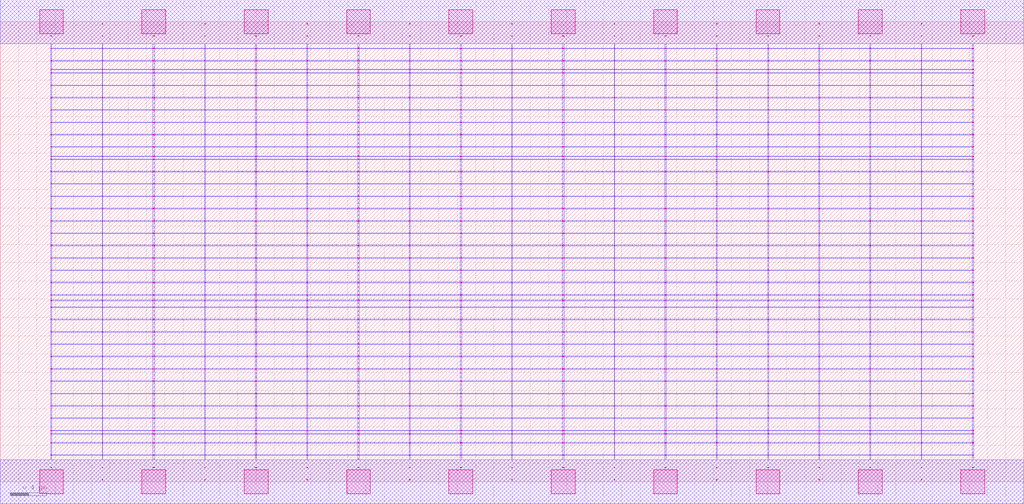
<source format=lef>
MACRO AOOAAOI21221_DEBUG
 CLASS CORE ;
 FOREIGN AOOAAOI21221_DEBUG 0 0 ;
 SIZE 11.200000000000001 BY 5.04 ;
 ORIGIN 0 0 ;
 SYMMETRY X Y R90 ;
 SITE unit ;

 OBS
    LAYER polycont ;
     RECT 5.59600000 2.58300000 5.60400000 2.59100000 ;
     RECT 5.59600000 2.71800000 5.60400000 2.72600000 ;
     RECT 5.59600000 2.85300000 5.60400000 2.86100000 ;
     RECT 5.59600000 2.98800000 5.60400000 2.99600000 ;
     RECT 7.83600000 2.58300000 7.84400000 2.59100000 ;
     RECT 8.39600000 2.58300000 8.40900000 2.59100000 ;
     RECT 8.95600000 2.58300000 8.96400000 2.59100000 ;
     RECT 9.51100000 2.58300000 9.52400000 2.59100000 ;
     RECT 10.07600000 2.58300000 10.08400000 2.59100000 ;
     RECT 10.63600000 2.58300000 10.64900000 2.59100000 ;
     RECT 6.15100000 2.58300000 6.16900000 2.59100000 ;
     RECT 6.15100000 2.71800000 6.16900000 2.72600000 ;
     RECT 6.71600000 2.71800000 6.72400000 2.72600000 ;
     RECT 7.27100000 2.71800000 7.28900000 2.72600000 ;
     RECT 7.83600000 2.71800000 7.84400000 2.72600000 ;
     RECT 8.39600000 2.71800000 8.40900000 2.72600000 ;
     RECT 8.95600000 2.71800000 8.96400000 2.72600000 ;
     RECT 9.51100000 2.71800000 9.52400000 2.72600000 ;
     RECT 10.07600000 2.71800000 10.08400000 2.72600000 ;
     RECT 10.63600000 2.71800000 10.64900000 2.72600000 ;
     RECT 6.71600000 2.58300000 6.72400000 2.59100000 ;
     RECT 6.15100000 2.85300000 6.16900000 2.86100000 ;
     RECT 6.71600000 2.85300000 6.72400000 2.86100000 ;
     RECT 7.27100000 2.85300000 7.28900000 2.86100000 ;
     RECT 7.83600000 2.85300000 7.84400000 2.86100000 ;
     RECT 8.39600000 2.85300000 8.40900000 2.86100000 ;
     RECT 8.95600000 2.85300000 8.96400000 2.86100000 ;
     RECT 9.51100000 2.85300000 9.52400000 2.86100000 ;
     RECT 10.07600000 2.85300000 10.08400000 2.86100000 ;
     RECT 10.63600000 2.85300000 10.64900000 2.86100000 ;
     RECT 7.27100000 2.58300000 7.28900000 2.59100000 ;
     RECT 6.15100000 2.98800000 6.16900000 2.99600000 ;
     RECT 6.71600000 2.98800000 6.72400000 2.99600000 ;
     RECT 7.27100000 2.98800000 7.28900000 2.99600000 ;
     RECT 7.83600000 2.98800000 7.84400000 2.99600000 ;
     RECT 8.39600000 2.98800000 8.40900000 2.99600000 ;
     RECT 8.95600000 2.98800000 8.96400000 2.99600000 ;
     RECT 9.51100000 2.98800000 9.52400000 2.99600000 ;
     RECT 10.07600000 2.98800000 10.08400000 2.99600000 ;
     RECT 10.63600000 2.98800000 10.64900000 2.99600000 ;
     RECT 8.95600000 3.12300000 8.96400000 3.13100000 ;
     RECT 8.95600000 3.25800000 8.96400000 3.26600000 ;
     RECT 8.95600000 3.39300000 8.96400000 3.40100000 ;
     RECT 8.95600000 3.52800000 8.96400000 3.53600000 ;
     RECT 8.95600000 3.56100000 8.96400000 3.56900000 ;
     RECT 8.95600000 3.66300000 8.96400000 3.67100000 ;
     RECT 8.95600000 3.79800000 8.96400000 3.80600000 ;
     RECT 8.95600000 3.93300000 8.96400000 3.94100000 ;
     RECT 8.95600000 4.06800000 8.96400000 4.07600000 ;
     RECT 8.95600000 4.20300000 8.96400000 4.21100000 ;
     RECT 8.95600000 4.33800000 8.96400000 4.34600000 ;
     RECT 8.95600000 4.47300000 8.96400000 4.48100000 ;
     RECT 8.95600000 4.51100000 8.96400000 4.51900000 ;
     RECT 8.95600000 4.60800000 8.96400000 4.61600000 ;
     RECT 8.95600000 4.74300000 8.96400000 4.75100000 ;
     RECT 8.95600000 4.87800000 8.96400000 4.88600000 ;
     RECT 1.67100000 2.58300000 1.68900000 2.59100000 ;
     RECT 0.55100000 2.98800000 0.56400000 2.99600000 ;
     RECT 1.11600000 2.98800000 1.12400000 2.99600000 ;
     RECT 1.67100000 2.98800000 1.68900000 2.99600000 ;
     RECT 2.23600000 2.98800000 2.24400000 2.99600000 ;
     RECT 2.79100000 2.98800000 2.80900000 2.99600000 ;
     RECT 3.35600000 2.98800000 3.36400000 2.99600000 ;
     RECT 3.91100000 2.98800000 3.92900000 2.99600000 ;
     RECT 4.47600000 2.98800000 4.48400000 2.99600000 ;
     RECT 5.03100000 2.98800000 5.04900000 2.99600000 ;
     RECT 2.23600000 2.58300000 2.24400000 2.59100000 ;
     RECT 2.79100000 2.58300000 2.80900000 2.59100000 ;
     RECT 3.35600000 2.58300000 3.36400000 2.59100000 ;
     RECT 3.91100000 2.58300000 3.92900000 2.59100000 ;
     RECT 4.47600000 2.58300000 4.48400000 2.59100000 ;
     RECT 5.03100000 2.58300000 5.04900000 2.59100000 ;
     RECT 0.55100000 2.58300000 0.56400000 2.59100000 ;
     RECT 0.55100000 2.71800000 0.56400000 2.72600000 ;
     RECT 0.55100000 2.85300000 0.56400000 2.86100000 ;
     RECT 1.11600000 2.85300000 1.12400000 2.86100000 ;
     RECT 1.67100000 2.85300000 1.68900000 2.86100000 ;
     RECT 2.23600000 2.85300000 2.24400000 2.86100000 ;
     RECT 2.79100000 2.85300000 2.80900000 2.86100000 ;
     RECT 3.35600000 2.85300000 3.36400000 2.86100000 ;
     RECT 3.91100000 2.85300000 3.92900000 2.86100000 ;
     RECT 4.47600000 2.85300000 4.48400000 2.86100000 ;
     RECT 5.03100000 2.85300000 5.04900000 2.86100000 ;
     RECT 1.11600000 2.71800000 1.12400000 2.72600000 ;
     RECT 1.67100000 2.71800000 1.68900000 2.72600000 ;
     RECT 2.23600000 2.71800000 2.24400000 2.72600000 ;
     RECT 2.79100000 2.71800000 2.80900000 2.72600000 ;
     RECT 3.35600000 2.71800000 3.36400000 2.72600000 ;
     RECT 3.91100000 2.71800000 3.92900000 2.72600000 ;
     RECT 4.47600000 2.71800000 4.48400000 2.72600000 ;
     RECT 5.03100000 2.71800000 5.04900000 2.72600000 ;
     RECT 1.11600000 2.58300000 1.12400000 2.59100000 ;
     RECT 4.47600000 1.63800000 4.48400000 1.64600000 ;
     RECT 4.47600000 1.77300000 4.48400000 1.78100000 ;
     RECT 4.47600000 1.90800000 4.48400000 1.91600000 ;
     RECT 4.47600000 1.98100000 4.48400000 1.98900000 ;
     RECT 4.47600000 2.04300000 4.48400000 2.05100000 ;
     RECT 4.47600000 2.17800000 4.48400000 2.18600000 ;
     RECT 4.47600000 2.31300000 4.48400000 2.32100000 ;
     RECT 4.47600000 2.44800000 4.48400000 2.45600000 ;
     RECT 4.47600000 0.15300000 4.48400000 0.16100000 ;
     RECT 4.47600000 0.28800000 4.48400000 0.29600000 ;
     RECT 4.47600000 0.42300000 4.48400000 0.43100000 ;
     RECT 4.47600000 0.52100000 4.48400000 0.52900000 ;
     RECT 4.47600000 0.55800000 4.48400000 0.56600000 ;
     RECT 4.47600000 0.69300000 4.48400000 0.70100000 ;
     RECT 4.47600000 0.82800000 4.48400000 0.83600000 ;
     RECT 4.47600000 0.96300000 4.48400000 0.97100000 ;
     RECT 4.47600000 1.09800000 4.48400000 1.10600000 ;
     RECT 4.47600000 1.23300000 4.48400000 1.24100000 ;
     RECT 4.47600000 1.36800000 4.48400000 1.37600000 ;
     RECT 4.47600000 1.50300000 4.48400000 1.51100000 ;

    LAYER pdiffc ;
     RECT 0.55100000 3.39300000 0.55900000 3.40100000 ;
     RECT 8.40100000 3.39300000 8.40900000 3.40100000 ;
     RECT 9.51100000 3.39300000 9.51900000 3.40100000 ;
     RECT 10.64100000 3.39300000 10.64900000 3.40100000 ;
     RECT 0.55100000 3.52800000 0.55900000 3.53600000 ;
     RECT 8.40100000 3.52800000 8.40900000 3.53600000 ;
     RECT 9.51100000 3.52800000 9.51900000 3.53600000 ;
     RECT 10.64100000 3.52800000 10.64900000 3.53600000 ;
     RECT 0.55100000 3.56100000 0.55900000 3.56900000 ;
     RECT 8.40100000 3.56100000 8.40900000 3.56900000 ;
     RECT 9.51100000 3.56100000 9.51900000 3.56900000 ;
     RECT 10.64100000 3.56100000 10.64900000 3.56900000 ;
     RECT 0.55100000 3.66300000 0.55900000 3.67100000 ;
     RECT 8.40100000 3.66300000 8.40900000 3.67100000 ;
     RECT 9.51100000 3.66300000 9.51900000 3.67100000 ;
     RECT 10.64100000 3.66300000 10.64900000 3.67100000 ;
     RECT 0.55100000 3.79800000 0.55900000 3.80600000 ;
     RECT 8.40100000 3.79800000 8.40900000 3.80600000 ;
     RECT 9.51100000 3.79800000 9.51900000 3.80600000 ;
     RECT 10.64100000 3.79800000 10.64900000 3.80600000 ;
     RECT 0.55100000 3.93300000 0.55900000 3.94100000 ;
     RECT 8.40100000 3.93300000 8.40900000 3.94100000 ;
     RECT 9.51100000 3.93300000 9.51900000 3.94100000 ;
     RECT 10.64100000 3.93300000 10.64900000 3.94100000 ;
     RECT 0.55100000 4.06800000 0.55900000 4.07600000 ;
     RECT 8.40100000 4.06800000 8.40900000 4.07600000 ;
     RECT 9.51100000 4.06800000 9.51900000 4.07600000 ;
     RECT 10.64100000 4.06800000 10.64900000 4.07600000 ;
     RECT 0.55100000 4.20300000 0.55900000 4.21100000 ;
     RECT 8.40100000 4.20300000 8.40900000 4.21100000 ;
     RECT 9.51100000 4.20300000 9.51900000 4.21100000 ;
     RECT 10.64100000 4.20300000 10.64900000 4.21100000 ;
     RECT 0.55100000 4.33800000 0.55900000 4.34600000 ;
     RECT 8.40100000 4.33800000 8.40900000 4.34600000 ;
     RECT 9.51100000 4.33800000 9.51900000 4.34600000 ;
     RECT 10.64100000 4.33800000 10.64900000 4.34600000 ;
     RECT 0.55100000 4.47300000 0.55900000 4.48100000 ;
     RECT 8.40100000 4.47300000 8.40900000 4.48100000 ;
     RECT 9.51100000 4.47300000 9.51900000 4.48100000 ;
     RECT 10.64100000 4.47300000 10.64900000 4.48100000 ;
     RECT 0.55100000 4.51100000 0.55900000 4.51900000 ;
     RECT 8.40100000 4.51100000 8.40900000 4.51900000 ;
     RECT 9.51100000 4.51100000 9.51900000 4.51900000 ;
     RECT 10.64100000 4.51100000 10.64900000 4.51900000 ;
     RECT 0.55100000 4.60800000 0.55900000 4.61600000 ;
     RECT 8.40100000 4.60800000 8.40900000 4.61600000 ;
     RECT 9.51100000 4.60800000 9.51900000 4.61600000 ;
     RECT 10.64100000 4.60800000 10.64900000 4.61600000 ;

    LAYER ndiffc ;
     RECT 6.15100000 0.42300000 6.16900000 0.43100000 ;
     RECT 7.27100000 0.42300000 7.28900000 0.43100000 ;
     RECT 8.39600000 0.42300000 8.40900000 0.43100000 ;
     RECT 9.51100000 0.42300000 9.52400000 0.43100000 ;
     RECT 10.63600000 0.42300000 10.64900000 0.43100000 ;
     RECT 6.15100000 0.52100000 6.16900000 0.52900000 ;
     RECT 7.27100000 0.52100000 7.28900000 0.52900000 ;
     RECT 8.39600000 0.52100000 8.40900000 0.52900000 ;
     RECT 9.51100000 0.52100000 9.52400000 0.52900000 ;
     RECT 10.63600000 0.52100000 10.64900000 0.52900000 ;
     RECT 6.15100000 0.55800000 6.16900000 0.56600000 ;
     RECT 7.27100000 0.55800000 7.28900000 0.56600000 ;
     RECT 8.39600000 0.55800000 8.40900000 0.56600000 ;
     RECT 9.51100000 0.55800000 9.52400000 0.56600000 ;
     RECT 10.63600000 0.55800000 10.64900000 0.56600000 ;
     RECT 6.15100000 0.69300000 6.16900000 0.70100000 ;
     RECT 7.27100000 0.69300000 7.28900000 0.70100000 ;
     RECT 8.39600000 0.69300000 8.40900000 0.70100000 ;
     RECT 9.51100000 0.69300000 9.52400000 0.70100000 ;
     RECT 10.63600000 0.69300000 10.64900000 0.70100000 ;
     RECT 6.15100000 0.82800000 6.16900000 0.83600000 ;
     RECT 7.27100000 0.82800000 7.28900000 0.83600000 ;
     RECT 8.39600000 0.82800000 8.40900000 0.83600000 ;
     RECT 9.51100000 0.82800000 9.52400000 0.83600000 ;
     RECT 10.63600000 0.82800000 10.64900000 0.83600000 ;
     RECT 6.15100000 0.96300000 6.16900000 0.97100000 ;
     RECT 7.27100000 0.96300000 7.28900000 0.97100000 ;
     RECT 8.39600000 0.96300000 8.40900000 0.97100000 ;
     RECT 9.51100000 0.96300000 9.52400000 0.97100000 ;
     RECT 10.63600000 0.96300000 10.64900000 0.97100000 ;
     RECT 6.15100000 1.09800000 6.16900000 1.10600000 ;
     RECT 7.27100000 1.09800000 7.28900000 1.10600000 ;
     RECT 8.39600000 1.09800000 8.40900000 1.10600000 ;
     RECT 9.51100000 1.09800000 9.52400000 1.10600000 ;
     RECT 10.63600000 1.09800000 10.64900000 1.10600000 ;
     RECT 6.15100000 1.23300000 6.16900000 1.24100000 ;
     RECT 7.27100000 1.23300000 7.28900000 1.24100000 ;
     RECT 8.39600000 1.23300000 8.40900000 1.24100000 ;
     RECT 9.51100000 1.23300000 9.52400000 1.24100000 ;
     RECT 10.63600000 1.23300000 10.64900000 1.24100000 ;
     RECT 6.15100000 1.36800000 6.16900000 1.37600000 ;
     RECT 7.27100000 1.36800000 7.28900000 1.37600000 ;
     RECT 8.39600000 1.36800000 8.40900000 1.37600000 ;
     RECT 9.51100000 1.36800000 9.52400000 1.37600000 ;
     RECT 10.63600000 1.36800000 10.64900000 1.37600000 ;
     RECT 6.15100000 1.50300000 6.16900000 1.51100000 ;
     RECT 7.27100000 1.50300000 7.28900000 1.51100000 ;
     RECT 8.39600000 1.50300000 8.40900000 1.51100000 ;
     RECT 9.51100000 1.50300000 9.52400000 1.51100000 ;
     RECT 10.63600000 1.50300000 10.64900000 1.51100000 ;
     RECT 6.15100000 1.63800000 6.16900000 1.64600000 ;
     RECT 7.27100000 1.63800000 7.28900000 1.64600000 ;
     RECT 8.39600000 1.63800000 8.40900000 1.64600000 ;
     RECT 9.51100000 1.63800000 9.52400000 1.64600000 ;
     RECT 10.63600000 1.63800000 10.64900000 1.64600000 ;
     RECT 6.15100000 1.77300000 6.16900000 1.78100000 ;
     RECT 7.27100000 1.77300000 7.28900000 1.78100000 ;
     RECT 8.39600000 1.77300000 8.40900000 1.78100000 ;
     RECT 9.51100000 1.77300000 9.52400000 1.78100000 ;
     RECT 10.63600000 1.77300000 10.64900000 1.78100000 ;
     RECT 6.15100000 1.90800000 6.16900000 1.91600000 ;
     RECT 7.27100000 1.90800000 7.28900000 1.91600000 ;
     RECT 8.39600000 1.90800000 8.40900000 1.91600000 ;
     RECT 9.51100000 1.90800000 9.52400000 1.91600000 ;
     RECT 10.63600000 1.90800000 10.64900000 1.91600000 ;
     RECT 6.15100000 1.98100000 6.16900000 1.98900000 ;
     RECT 7.27100000 1.98100000 7.28900000 1.98900000 ;
     RECT 8.39600000 1.98100000 8.40900000 1.98900000 ;
     RECT 9.51100000 1.98100000 9.52400000 1.98900000 ;
     RECT 10.63600000 1.98100000 10.64900000 1.98900000 ;
     RECT 6.15100000 2.04300000 6.16900000 2.05100000 ;
     RECT 7.27100000 2.04300000 7.28900000 2.05100000 ;
     RECT 8.39600000 2.04300000 8.40900000 2.05100000 ;
     RECT 9.51100000 2.04300000 9.52400000 2.05100000 ;
     RECT 10.63600000 2.04300000 10.64900000 2.05100000 ;
     RECT 0.55100000 0.42300000 0.56400000 0.43100000 ;
     RECT 1.67100000 0.42300000 1.68900000 0.43100000 ;
     RECT 2.79100000 0.42300000 2.80900000 0.43100000 ;
     RECT 3.91100000 0.42300000 3.92900000 0.43100000 ;
     RECT 5.03100000 0.42300000 5.04900000 0.43100000 ;
     RECT 0.55100000 1.36800000 0.56400000 1.37600000 ;
     RECT 1.67100000 1.36800000 1.68900000 1.37600000 ;
     RECT 2.79100000 1.36800000 2.80900000 1.37600000 ;
     RECT 3.91100000 1.36800000 3.92900000 1.37600000 ;
     RECT 5.03100000 1.36800000 5.04900000 1.37600000 ;
     RECT 0.55100000 0.82800000 0.56400000 0.83600000 ;
     RECT 1.67100000 0.82800000 1.68900000 0.83600000 ;
     RECT 2.79100000 0.82800000 2.80900000 0.83600000 ;
     RECT 3.91100000 0.82800000 3.92900000 0.83600000 ;
     RECT 5.03100000 0.82800000 5.04900000 0.83600000 ;
     RECT 0.55100000 1.50300000 0.56400000 1.51100000 ;
     RECT 1.67100000 1.50300000 1.68900000 1.51100000 ;
     RECT 2.79100000 1.50300000 2.80900000 1.51100000 ;
     RECT 3.91100000 1.50300000 3.92900000 1.51100000 ;
     RECT 5.03100000 1.50300000 5.04900000 1.51100000 ;
     RECT 0.55100000 0.55800000 0.56400000 0.56600000 ;
     RECT 1.67100000 0.55800000 1.68900000 0.56600000 ;
     RECT 2.79100000 0.55800000 2.80900000 0.56600000 ;
     RECT 3.91100000 0.55800000 3.92900000 0.56600000 ;
     RECT 5.03100000 0.55800000 5.04900000 0.56600000 ;
     RECT 0.55100000 1.63800000 0.56400000 1.64600000 ;
     RECT 1.67100000 1.63800000 1.68900000 1.64600000 ;
     RECT 2.79100000 1.63800000 2.80900000 1.64600000 ;
     RECT 3.91100000 1.63800000 3.92900000 1.64600000 ;
     RECT 5.03100000 1.63800000 5.04900000 1.64600000 ;
     RECT 0.55100000 0.96300000 0.56400000 0.97100000 ;
     RECT 1.67100000 0.96300000 1.68900000 0.97100000 ;
     RECT 2.79100000 0.96300000 2.80900000 0.97100000 ;
     RECT 3.91100000 0.96300000 3.92900000 0.97100000 ;
     RECT 5.03100000 0.96300000 5.04900000 0.97100000 ;
     RECT 0.55100000 1.77300000 0.56400000 1.78100000 ;
     RECT 1.67100000 1.77300000 1.68900000 1.78100000 ;
     RECT 2.79100000 1.77300000 2.80900000 1.78100000 ;
     RECT 3.91100000 1.77300000 3.92900000 1.78100000 ;
     RECT 5.03100000 1.77300000 5.04900000 1.78100000 ;
     RECT 0.55100000 0.52100000 0.56400000 0.52900000 ;
     RECT 1.67100000 0.52100000 1.68900000 0.52900000 ;
     RECT 2.79100000 0.52100000 2.80900000 0.52900000 ;
     RECT 3.91100000 0.52100000 3.92900000 0.52900000 ;
     RECT 5.03100000 0.52100000 5.04900000 0.52900000 ;
     RECT 0.55100000 1.90800000 0.56400000 1.91600000 ;
     RECT 1.67100000 1.90800000 1.68900000 1.91600000 ;
     RECT 2.79100000 1.90800000 2.80900000 1.91600000 ;
     RECT 3.91100000 1.90800000 3.92900000 1.91600000 ;
     RECT 5.03100000 1.90800000 5.04900000 1.91600000 ;
     RECT 0.55100000 1.09800000 0.56400000 1.10600000 ;
     RECT 1.67100000 1.09800000 1.68900000 1.10600000 ;
     RECT 2.79100000 1.09800000 2.80900000 1.10600000 ;
     RECT 3.91100000 1.09800000 3.92900000 1.10600000 ;
     RECT 5.03100000 1.09800000 5.04900000 1.10600000 ;
     RECT 0.55100000 1.98100000 0.56400000 1.98900000 ;
     RECT 1.67100000 1.98100000 1.68900000 1.98900000 ;
     RECT 2.79100000 1.98100000 2.80900000 1.98900000 ;
     RECT 3.91100000 1.98100000 3.92900000 1.98900000 ;
     RECT 5.03100000 1.98100000 5.04900000 1.98900000 ;
     RECT 0.55100000 0.69300000 0.56400000 0.70100000 ;
     RECT 1.67100000 0.69300000 1.68900000 0.70100000 ;
     RECT 2.79100000 0.69300000 2.80900000 0.70100000 ;
     RECT 3.91100000 0.69300000 3.92900000 0.70100000 ;
     RECT 5.03100000 0.69300000 5.04900000 0.70100000 ;
     RECT 0.55100000 2.04300000 0.56400000 2.05100000 ;
     RECT 1.67100000 2.04300000 1.68900000 2.05100000 ;
     RECT 2.79100000 2.04300000 2.80900000 2.05100000 ;
     RECT 3.91100000 2.04300000 3.92900000 2.05100000 ;
     RECT 5.03100000 2.04300000 5.04900000 2.05100000 ;
     RECT 0.55100000 1.23300000 0.56400000 1.24100000 ;
     RECT 1.67100000 1.23300000 1.68900000 1.24100000 ;
     RECT 2.79100000 1.23300000 2.80900000 1.24100000 ;
     RECT 3.91100000 1.23300000 3.92900000 1.24100000 ;
     RECT 5.03100000 1.23300000 5.04900000 1.24100000 ;

    LAYER met1 ;
     RECT 0.00000000 -0.24000000 11.20000000 0.24000000 ;
     RECT 5.59600000 0.24000000 5.60400000 0.28800000 ;
     RECT 0.55100000 0.28800000 10.64900000 0.29600000 ;
     RECT 5.59600000 0.29600000 5.60400000 0.42300000 ;
     RECT 0.55100000 0.42300000 10.64900000 0.43100000 ;
     RECT 5.59600000 0.43100000 5.60400000 0.52100000 ;
     RECT 0.55100000 0.52100000 10.64900000 0.52900000 ;
     RECT 5.59600000 0.52900000 5.60400000 0.55800000 ;
     RECT 0.55100000 0.55800000 10.64900000 0.56600000 ;
     RECT 5.59600000 0.56600000 5.60400000 0.69300000 ;
     RECT 0.55100000 0.69300000 10.64900000 0.70100000 ;
     RECT 5.59600000 0.70100000 5.60400000 0.82800000 ;
     RECT 0.55100000 0.82800000 10.64900000 0.83600000 ;
     RECT 5.59600000 0.83600000 5.60400000 0.96300000 ;
     RECT 0.55100000 0.96300000 10.64900000 0.97100000 ;
     RECT 5.59600000 0.97100000 5.60400000 1.09800000 ;
     RECT 0.55100000 1.09800000 10.64900000 1.10600000 ;
     RECT 5.59600000 1.10600000 5.60400000 1.23300000 ;
     RECT 0.55100000 1.23300000 10.64900000 1.24100000 ;
     RECT 5.59600000 1.24100000 5.60400000 1.36800000 ;
     RECT 0.55100000 1.36800000 10.64900000 1.37600000 ;
     RECT 5.59600000 1.37600000 5.60400000 1.50300000 ;
     RECT 0.55100000 1.50300000 10.64900000 1.51100000 ;
     RECT 5.59600000 1.51100000 5.60400000 1.63800000 ;
     RECT 0.55100000 1.63800000 10.64900000 1.64600000 ;
     RECT 5.59600000 1.64600000 5.60400000 1.77300000 ;
     RECT 0.55100000 1.77300000 10.64900000 1.78100000 ;
     RECT 5.59600000 1.78100000 5.60400000 1.90800000 ;
     RECT 0.55100000 1.90800000 10.64900000 1.91600000 ;
     RECT 5.59600000 1.91600000 5.60400000 1.98100000 ;
     RECT 0.55100000 1.98100000 10.64900000 1.98900000 ;
     RECT 5.59600000 1.98900000 5.60400000 2.04300000 ;
     RECT 0.55100000 2.04300000 10.64900000 2.05100000 ;
     RECT 5.59600000 2.05100000 5.60400000 2.17800000 ;
     RECT 0.55100000 2.17800000 10.64900000 2.18600000 ;
     RECT 5.59600000 2.18600000 5.60400000 2.31300000 ;
     RECT 0.55100000 2.31300000 10.64900000 2.32100000 ;
     RECT 5.59600000 2.32100000 5.60400000 2.44800000 ;
     RECT 0.55100000 2.44800000 10.64900000 2.45600000 ;
     RECT 0.55100000 2.45600000 0.56400000 2.58300000 ;
     RECT 1.11600000 2.45600000 1.12400000 2.58300000 ;
     RECT 1.67100000 2.45600000 1.68900000 2.58300000 ;
     RECT 2.23600000 2.45600000 2.24400000 2.58300000 ;
     RECT 2.79100000 2.45600000 2.80900000 2.58300000 ;
     RECT 3.35600000 2.45600000 3.36400000 2.58300000 ;
     RECT 3.91100000 2.45600000 3.92900000 2.58300000 ;
     RECT 4.47600000 2.45600000 4.48400000 2.58300000 ;
     RECT 5.03100000 2.45600000 5.04900000 2.58300000 ;
     RECT 5.59600000 2.45600000 5.60400000 2.58300000 ;
     RECT 6.15100000 2.45600000 6.16900000 2.58300000 ;
     RECT 6.71600000 2.45600000 6.72400000 2.58300000 ;
     RECT 7.27100000 2.45600000 7.28900000 2.58300000 ;
     RECT 7.83600000 2.45600000 7.84400000 2.58300000 ;
     RECT 8.39600000 2.45600000 8.40900000 2.58300000 ;
     RECT 8.95600000 2.45600000 8.96400000 2.58300000 ;
     RECT 9.51100000 2.45600000 9.52400000 2.58300000 ;
     RECT 10.07600000 2.45600000 10.08400000 2.58300000 ;
     RECT 10.63600000 2.45600000 10.64900000 2.58300000 ;
     RECT 0.55100000 2.58300000 10.64900000 2.59100000 ;
     RECT 5.59600000 2.59100000 5.60400000 2.71800000 ;
     RECT 0.55100000 2.71800000 10.64900000 2.72600000 ;
     RECT 5.59600000 2.72600000 5.60400000 2.85300000 ;
     RECT 0.55100000 2.85300000 10.64900000 2.86100000 ;
     RECT 5.59600000 2.86100000 5.60400000 2.98800000 ;
     RECT 0.55100000 2.98800000 10.64900000 2.99600000 ;
     RECT 5.59600000 2.99600000 5.60400000 3.12300000 ;
     RECT 0.55100000 3.12300000 10.64900000 3.13100000 ;
     RECT 5.59600000 3.13100000 5.60400000 3.25800000 ;
     RECT 0.55100000 3.25800000 10.64900000 3.26600000 ;
     RECT 5.59600000 3.26600000 5.60400000 3.39300000 ;
     RECT 0.55100000 3.39300000 10.64900000 3.40100000 ;
     RECT 5.59600000 3.40100000 5.60400000 3.52800000 ;
     RECT 0.55100000 3.52800000 10.64900000 3.53600000 ;
     RECT 5.59600000 3.53600000 5.60400000 3.56100000 ;
     RECT 0.55100000 3.56100000 10.64900000 3.56900000 ;
     RECT 5.59600000 3.56900000 5.60400000 3.66300000 ;
     RECT 0.55100000 3.66300000 10.64900000 3.67100000 ;
     RECT 5.59600000 3.67100000 5.60400000 3.79800000 ;
     RECT 0.55100000 3.79800000 10.64900000 3.80600000 ;
     RECT 5.59600000 3.80600000 5.60400000 3.93300000 ;
     RECT 0.55100000 3.93300000 10.64900000 3.94100000 ;
     RECT 5.59600000 3.94100000 5.60400000 4.06800000 ;
     RECT 0.55100000 4.06800000 10.64900000 4.07600000 ;
     RECT 5.59600000 4.07600000 5.60400000 4.20300000 ;
     RECT 0.55100000 4.20300000 10.64900000 4.21100000 ;
     RECT 5.59600000 4.21100000 5.60400000 4.33800000 ;
     RECT 0.55100000 4.33800000 10.64900000 4.34600000 ;
     RECT 5.59600000 4.34600000 5.60400000 4.47300000 ;
     RECT 0.55100000 4.47300000 10.64900000 4.48100000 ;
     RECT 5.59600000 4.48100000 5.60400000 4.51100000 ;
     RECT 0.55100000 4.51100000 10.64900000 4.51900000 ;
     RECT 5.59600000 4.51900000 5.60400000 4.60800000 ;
     RECT 0.55100000 4.60800000 10.64900000 4.61600000 ;
     RECT 5.59600000 4.61600000 5.60400000 4.74300000 ;
     RECT 0.55100000 4.74300000 10.64900000 4.75100000 ;
     RECT 5.59600000 4.75100000 5.60400000 4.80000000 ;
     RECT 0.00000000 4.80000000 11.20000000 5.28000000 ;
     RECT 8.39600000 2.99600000 8.40900000 3.12300000 ;
     RECT 8.39600000 3.13100000 8.40900000 3.25800000 ;
     RECT 8.39600000 3.26600000 8.40900000 3.39300000 ;
     RECT 8.39600000 3.40100000 8.40900000 3.52800000 ;
     RECT 8.39600000 3.53600000 8.40900000 3.56100000 ;
     RECT 8.39600000 2.72600000 8.40900000 2.85300000 ;
     RECT 8.39600000 3.56900000 8.40900000 3.66300000 ;
     RECT 8.39600000 3.67100000 8.40900000 3.79800000 ;
     RECT 6.15100000 3.80600000 6.16900000 3.93300000 ;
     RECT 6.71600000 3.80600000 6.72400000 3.93300000 ;
     RECT 7.27100000 3.80600000 7.28900000 3.93300000 ;
     RECT 7.83600000 3.80600000 7.84400000 3.93300000 ;
     RECT 8.39600000 3.80600000 8.40900000 3.93300000 ;
     RECT 8.95600000 3.80600000 8.96400000 3.93300000 ;
     RECT 9.51100000 3.80600000 9.52400000 3.93300000 ;
     RECT 10.07600000 3.80600000 10.08400000 3.93300000 ;
     RECT 10.63600000 3.80600000 10.64900000 3.93300000 ;
     RECT 8.39600000 3.94100000 8.40900000 4.06800000 ;
     RECT 8.39600000 4.07600000 8.40900000 4.20300000 ;
     RECT 8.39600000 4.21100000 8.40900000 4.33800000 ;
     RECT 8.39600000 2.86100000 8.40900000 2.98800000 ;
     RECT 8.39600000 4.34600000 8.40900000 4.47300000 ;
     RECT 8.39600000 4.48100000 8.40900000 4.51100000 ;
     RECT 8.39600000 2.59100000 8.40900000 2.71800000 ;
     RECT 8.39600000 4.51900000 8.40900000 4.60800000 ;
     RECT 8.39600000 4.61600000 8.40900000 4.74300000 ;
     RECT 8.39600000 4.75100000 8.40900000 4.80000000 ;
     RECT 9.51100000 3.94100000 9.52400000 4.06800000 ;
     RECT 8.95600000 4.21100000 8.96400000 4.33800000 ;
     RECT 9.51100000 4.21100000 9.52400000 4.33800000 ;
     RECT 10.07600000 4.21100000 10.08400000 4.33800000 ;
     RECT 10.63600000 4.21100000 10.64900000 4.33800000 ;
     RECT 10.07600000 3.94100000 10.08400000 4.06800000 ;
     RECT 10.63600000 3.94100000 10.64900000 4.06800000 ;
     RECT 8.95600000 4.34600000 8.96400000 4.47300000 ;
     RECT 9.51100000 4.34600000 9.52400000 4.47300000 ;
     RECT 10.07600000 4.34600000 10.08400000 4.47300000 ;
     RECT 10.63600000 4.34600000 10.64900000 4.47300000 ;
     RECT 8.95600000 3.94100000 8.96400000 4.06800000 ;
     RECT 8.95600000 4.48100000 8.96400000 4.51100000 ;
     RECT 9.51100000 4.48100000 9.52400000 4.51100000 ;
     RECT 10.07600000 4.48100000 10.08400000 4.51100000 ;
     RECT 10.63600000 4.48100000 10.64900000 4.51100000 ;
     RECT 8.95600000 4.07600000 8.96400000 4.20300000 ;
     RECT 9.51100000 4.07600000 9.52400000 4.20300000 ;
     RECT 8.95600000 4.51900000 8.96400000 4.60800000 ;
     RECT 9.51100000 4.51900000 9.52400000 4.60800000 ;
     RECT 10.07600000 4.51900000 10.08400000 4.60800000 ;
     RECT 10.63600000 4.51900000 10.64900000 4.60800000 ;
     RECT 10.07600000 4.07600000 10.08400000 4.20300000 ;
     RECT 8.95600000 4.61600000 8.96400000 4.74300000 ;
     RECT 9.51100000 4.61600000 9.52400000 4.74300000 ;
     RECT 10.07600000 4.61600000 10.08400000 4.74300000 ;
     RECT 10.63600000 4.61600000 10.64900000 4.74300000 ;
     RECT 10.63600000 4.07600000 10.64900000 4.20300000 ;
     RECT 8.95600000 4.75100000 8.96400000 4.80000000 ;
     RECT 9.51100000 4.75100000 9.52400000 4.80000000 ;
     RECT 10.07600000 4.75100000 10.08400000 4.80000000 ;
     RECT 10.63600000 4.75100000 10.64900000 4.80000000 ;
     RECT 6.71600000 4.07600000 6.72400000 4.20300000 ;
     RECT 7.27100000 4.07600000 7.28900000 4.20300000 ;
     RECT 7.83600000 4.07600000 7.84400000 4.20300000 ;
     RECT 6.71600000 3.94100000 6.72400000 4.06800000 ;
     RECT 7.27100000 3.94100000 7.28900000 4.06800000 ;
     RECT 6.15100000 4.51900000 6.16900000 4.60800000 ;
     RECT 6.71600000 4.51900000 6.72400000 4.60800000 ;
     RECT 7.27100000 4.51900000 7.28900000 4.60800000 ;
     RECT 7.83600000 4.51900000 7.84400000 4.60800000 ;
     RECT 7.83600000 3.94100000 7.84400000 4.06800000 ;
     RECT 6.15100000 4.34600000 6.16900000 4.47300000 ;
     RECT 6.71600000 4.34600000 6.72400000 4.47300000 ;
     RECT 7.27100000 4.34600000 7.28900000 4.47300000 ;
     RECT 7.83600000 4.34600000 7.84400000 4.47300000 ;
     RECT 6.15100000 4.61600000 6.16900000 4.74300000 ;
     RECT 6.71600000 4.61600000 6.72400000 4.74300000 ;
     RECT 7.27100000 4.61600000 7.28900000 4.74300000 ;
     RECT 7.83600000 4.61600000 7.84400000 4.74300000 ;
     RECT 6.15100000 3.94100000 6.16900000 4.06800000 ;
     RECT 6.15100000 4.07600000 6.16900000 4.20300000 ;
     RECT 6.15100000 4.21100000 6.16900000 4.33800000 ;
     RECT 6.71600000 4.21100000 6.72400000 4.33800000 ;
     RECT 7.27100000 4.21100000 7.28900000 4.33800000 ;
     RECT 6.15100000 4.75100000 6.16900000 4.80000000 ;
     RECT 6.71600000 4.75100000 6.72400000 4.80000000 ;
     RECT 7.27100000 4.75100000 7.28900000 4.80000000 ;
     RECT 7.83600000 4.75100000 7.84400000 4.80000000 ;
     RECT 6.15100000 4.48100000 6.16900000 4.51100000 ;
     RECT 6.71600000 4.48100000 6.72400000 4.51100000 ;
     RECT 7.27100000 4.48100000 7.28900000 4.51100000 ;
     RECT 7.83600000 4.48100000 7.84400000 4.51100000 ;
     RECT 7.83600000 4.21100000 7.84400000 4.33800000 ;
     RECT 7.27100000 3.53600000 7.28900000 3.56100000 ;
     RECT 7.83600000 3.53600000 7.84400000 3.56100000 ;
     RECT 7.83600000 3.13100000 7.84400000 3.25800000 ;
     RECT 6.15100000 2.86100000 6.16900000 2.98800000 ;
     RECT 6.71600000 2.86100000 6.72400000 2.98800000 ;
     RECT 7.83600000 2.72600000 7.84400000 2.85300000 ;
     RECT 6.15100000 3.13100000 6.16900000 3.25800000 ;
     RECT 6.15100000 3.56900000 6.16900000 3.66300000 ;
     RECT 6.71600000 3.56900000 6.72400000 3.66300000 ;
     RECT 7.27100000 3.56900000 7.28900000 3.66300000 ;
     RECT 7.83600000 3.56900000 7.84400000 3.66300000 ;
     RECT 6.15100000 2.59100000 6.16900000 2.71800000 ;
     RECT 6.15100000 3.67100000 6.16900000 3.79800000 ;
     RECT 6.71600000 3.67100000 6.72400000 3.79800000 ;
     RECT 7.27100000 2.86100000 7.28900000 2.98800000 ;
     RECT 7.83600000 2.86100000 7.84400000 2.98800000 ;
     RECT 7.27100000 3.67100000 7.28900000 3.79800000 ;
     RECT 7.83600000 3.67100000 7.84400000 3.79800000 ;
     RECT 6.15100000 2.99600000 6.16900000 3.12300000 ;
     RECT 6.15100000 3.26600000 6.16900000 3.39300000 ;
     RECT 6.71600000 3.26600000 6.72400000 3.39300000 ;
     RECT 7.27100000 3.26600000 7.28900000 3.39300000 ;
     RECT 7.83600000 3.26600000 7.84400000 3.39300000 ;
     RECT 6.71600000 3.13100000 6.72400000 3.25800000 ;
     RECT 6.71600000 2.59100000 6.72400000 2.71800000 ;
     RECT 6.15100000 2.72600000 6.16900000 2.85300000 ;
     RECT 6.15100000 3.40100000 6.16900000 3.52800000 ;
     RECT 6.71600000 3.40100000 6.72400000 3.52800000 ;
     RECT 6.71600000 2.99600000 6.72400000 3.12300000 ;
     RECT 7.27100000 2.99600000 7.28900000 3.12300000 ;
     RECT 7.27100000 3.40100000 7.28900000 3.52800000 ;
     RECT 7.27100000 2.59100000 7.28900000 2.71800000 ;
     RECT 7.83600000 2.59100000 7.84400000 2.71800000 ;
     RECT 7.83600000 3.40100000 7.84400000 3.52800000 ;
     RECT 7.27100000 3.13100000 7.28900000 3.25800000 ;
     RECT 6.71600000 2.72600000 6.72400000 2.85300000 ;
     RECT 7.27100000 2.72600000 7.28900000 2.85300000 ;
     RECT 6.15100000 3.53600000 6.16900000 3.56100000 ;
     RECT 6.71600000 3.53600000 6.72400000 3.56100000 ;
     RECT 7.83600000 2.99600000 7.84400000 3.12300000 ;
     RECT 10.07600000 3.56900000 10.08400000 3.66300000 ;
     RECT 10.63600000 3.56900000 10.64900000 3.66300000 ;
     RECT 8.95600000 2.72600000 8.96400000 2.85300000 ;
     RECT 9.51100000 2.72600000 9.52400000 2.85300000 ;
     RECT 8.95600000 2.99600000 8.96400000 3.12300000 ;
     RECT 8.95600000 3.40100000 8.96400000 3.52800000 ;
     RECT 10.63600000 2.86100000 10.64900000 2.98800000 ;
     RECT 9.51100000 3.40100000 9.52400000 3.52800000 ;
     RECT 10.07600000 3.40100000 10.08400000 3.52800000 ;
     RECT 10.63600000 3.40100000 10.64900000 3.52800000 ;
     RECT 8.95600000 3.67100000 8.96400000 3.79800000 ;
     RECT 9.51100000 3.67100000 9.52400000 3.79800000 ;
     RECT 10.07600000 3.67100000 10.08400000 3.79800000 ;
     RECT 10.63600000 3.67100000 10.64900000 3.79800000 ;
     RECT 10.07600000 2.72600000 10.08400000 2.85300000 ;
     RECT 10.63600000 2.72600000 10.64900000 2.85300000 ;
     RECT 9.51100000 2.99600000 9.52400000 3.12300000 ;
     RECT 8.95600000 2.59100000 8.96400000 2.71800000 ;
     RECT 10.07600000 2.99600000 10.08400000 3.12300000 ;
     RECT 10.63600000 2.99600000 10.64900000 3.12300000 ;
     RECT 9.51100000 2.59100000 9.52400000 2.71800000 ;
     RECT 8.95600000 3.26600000 8.96400000 3.39300000 ;
     RECT 9.51100000 3.26600000 9.52400000 3.39300000 ;
     RECT 10.07600000 3.26600000 10.08400000 3.39300000 ;
     RECT 8.95600000 3.53600000 8.96400000 3.56100000 ;
     RECT 8.95600000 2.86100000 8.96400000 2.98800000 ;
     RECT 9.51100000 3.53600000 9.52400000 3.56100000 ;
     RECT 10.07600000 3.53600000 10.08400000 3.56100000 ;
     RECT 10.63600000 3.53600000 10.64900000 3.56100000 ;
     RECT 10.63600000 3.26600000 10.64900000 3.39300000 ;
     RECT 8.95600000 3.13100000 8.96400000 3.25800000 ;
     RECT 9.51100000 3.13100000 9.52400000 3.25800000 ;
     RECT 10.07600000 3.13100000 10.08400000 3.25800000 ;
     RECT 10.63600000 3.13100000 10.64900000 3.25800000 ;
     RECT 10.63600000 2.59100000 10.64900000 2.71800000 ;
     RECT 9.51100000 2.86100000 9.52400000 2.98800000 ;
     RECT 10.07600000 2.86100000 10.08400000 2.98800000 ;
     RECT 10.07600000 2.59100000 10.08400000 2.71800000 ;
     RECT 8.95600000 3.56900000 8.96400000 3.66300000 ;
     RECT 9.51100000 3.56900000 9.52400000 3.66300000 ;
     RECT 2.79100000 2.59100000 2.80900000 2.71800000 ;
     RECT 2.79100000 2.99600000 2.80900000 3.12300000 ;
     RECT 2.79100000 3.94100000 2.80900000 4.06800000 ;
     RECT 2.79100000 3.40100000 2.80900000 3.52800000 ;
     RECT 2.79100000 4.07600000 2.80900000 4.20300000 ;
     RECT 2.79100000 4.21100000 2.80900000 4.33800000 ;
     RECT 2.79100000 3.53600000 2.80900000 3.56100000 ;
     RECT 2.79100000 4.34600000 2.80900000 4.47300000 ;
     RECT 2.79100000 3.13100000 2.80900000 3.25800000 ;
     RECT 2.79100000 3.56900000 2.80900000 3.66300000 ;
     RECT 2.79100000 4.48100000 2.80900000 4.51100000 ;
     RECT 2.79100000 2.86100000 2.80900000 2.98800000 ;
     RECT 2.79100000 4.51900000 2.80900000 4.60800000 ;
     RECT 2.79100000 2.72600000 2.80900000 2.85300000 ;
     RECT 2.79100000 3.67100000 2.80900000 3.79800000 ;
     RECT 2.79100000 4.61600000 2.80900000 4.74300000 ;
     RECT 2.79100000 3.26600000 2.80900000 3.39300000 ;
     RECT 2.79100000 4.75100000 2.80900000 4.80000000 ;
     RECT 0.55100000 3.80600000 0.56400000 3.93300000 ;
     RECT 1.11600000 3.80600000 1.12400000 3.93300000 ;
     RECT 1.67100000 3.80600000 1.68900000 3.93300000 ;
     RECT 2.23600000 3.80600000 2.24400000 3.93300000 ;
     RECT 2.79100000 3.80600000 2.80900000 3.93300000 ;
     RECT 3.35600000 3.80600000 3.36400000 3.93300000 ;
     RECT 3.91100000 3.80600000 3.92900000 3.93300000 ;
     RECT 4.47600000 3.80600000 4.48400000 3.93300000 ;
     RECT 5.03100000 3.80600000 5.04900000 3.93300000 ;
     RECT 3.35600000 4.48100000 3.36400000 4.51100000 ;
     RECT 3.91100000 4.48100000 3.92900000 4.51100000 ;
     RECT 4.47600000 4.48100000 4.48400000 4.51100000 ;
     RECT 5.03100000 4.48100000 5.04900000 4.51100000 ;
     RECT 4.47600000 4.07600000 4.48400000 4.20300000 ;
     RECT 5.03100000 4.07600000 5.04900000 4.20300000 ;
     RECT 3.35600000 4.51900000 3.36400000 4.60800000 ;
     RECT 3.91100000 4.51900000 3.92900000 4.60800000 ;
     RECT 4.47600000 4.51900000 4.48400000 4.60800000 ;
     RECT 5.03100000 4.51900000 5.04900000 4.60800000 ;
     RECT 4.47600000 3.94100000 4.48400000 4.06800000 ;
     RECT 3.35600000 4.21100000 3.36400000 4.33800000 ;
     RECT 3.91100000 4.21100000 3.92900000 4.33800000 ;
     RECT 3.35600000 4.61600000 3.36400000 4.74300000 ;
     RECT 3.91100000 4.61600000 3.92900000 4.74300000 ;
     RECT 4.47600000 4.61600000 4.48400000 4.74300000 ;
     RECT 5.03100000 4.61600000 5.04900000 4.74300000 ;
     RECT 4.47600000 4.21100000 4.48400000 4.33800000 ;
     RECT 5.03100000 4.21100000 5.04900000 4.33800000 ;
     RECT 3.35600000 4.75100000 3.36400000 4.80000000 ;
     RECT 3.91100000 4.75100000 3.92900000 4.80000000 ;
     RECT 4.47600000 4.75100000 4.48400000 4.80000000 ;
     RECT 5.03100000 4.75100000 5.04900000 4.80000000 ;
     RECT 5.03100000 3.94100000 5.04900000 4.06800000 ;
     RECT 3.35600000 3.94100000 3.36400000 4.06800000 ;
     RECT 3.35600000 4.34600000 3.36400000 4.47300000 ;
     RECT 3.91100000 4.34600000 3.92900000 4.47300000 ;
     RECT 4.47600000 4.34600000 4.48400000 4.47300000 ;
     RECT 5.03100000 4.34600000 5.04900000 4.47300000 ;
     RECT 3.91100000 3.94100000 3.92900000 4.06800000 ;
     RECT 3.35600000 4.07600000 3.36400000 4.20300000 ;
     RECT 3.91100000 4.07600000 3.92900000 4.20300000 ;
     RECT 1.11600000 3.94100000 1.12400000 4.06800000 ;
     RECT 0.55100000 4.07600000 0.56400000 4.20300000 ;
     RECT 0.55100000 4.21100000 0.56400000 4.33800000 ;
     RECT 1.11600000 4.21100000 1.12400000 4.33800000 ;
     RECT 0.55100000 4.61600000 0.56400000 4.74300000 ;
     RECT 1.11600000 4.61600000 1.12400000 4.74300000 ;
     RECT 1.67100000 4.61600000 1.68900000 4.74300000 ;
     RECT 2.23600000 4.61600000 2.24400000 4.74300000 ;
     RECT 1.67100000 4.21100000 1.68900000 4.33800000 ;
     RECT 2.23600000 4.21100000 2.24400000 4.33800000 ;
     RECT 1.11600000 4.07600000 1.12400000 4.20300000 ;
     RECT 0.55100000 4.48100000 0.56400000 4.51100000 ;
     RECT 1.11600000 4.48100000 1.12400000 4.51100000 ;
     RECT 1.67100000 4.48100000 1.68900000 4.51100000 ;
     RECT 0.55100000 4.75100000 0.56400000 4.80000000 ;
     RECT 1.11600000 4.75100000 1.12400000 4.80000000 ;
     RECT 1.67100000 4.75100000 1.68900000 4.80000000 ;
     RECT 2.23600000 4.75100000 2.24400000 4.80000000 ;
     RECT 2.23600000 4.48100000 2.24400000 4.51100000 ;
     RECT 1.67100000 4.07600000 1.68900000 4.20300000 ;
     RECT 2.23600000 4.07600000 2.24400000 4.20300000 ;
     RECT 1.67100000 3.94100000 1.68900000 4.06800000 ;
     RECT 2.23600000 3.94100000 2.24400000 4.06800000 ;
     RECT 0.55100000 3.94100000 0.56400000 4.06800000 ;
     RECT 0.55100000 4.34600000 0.56400000 4.47300000 ;
     RECT 0.55100000 4.51900000 0.56400000 4.60800000 ;
     RECT 1.11600000 4.51900000 1.12400000 4.60800000 ;
     RECT 1.67100000 4.51900000 1.68900000 4.60800000 ;
     RECT 2.23600000 4.51900000 2.24400000 4.60800000 ;
     RECT 1.11600000 4.34600000 1.12400000 4.47300000 ;
     RECT 1.67100000 4.34600000 1.68900000 4.47300000 ;
     RECT 2.23600000 4.34600000 2.24400000 4.47300000 ;
     RECT 0.55100000 3.53600000 0.56400000 3.56100000 ;
     RECT 2.23600000 2.72600000 2.24400000 2.85300000 ;
     RECT 1.11600000 3.53600000 1.12400000 3.56100000 ;
     RECT 0.55100000 3.67100000 0.56400000 3.79800000 ;
     RECT 1.11600000 3.67100000 1.12400000 3.79800000 ;
     RECT 1.67100000 3.67100000 1.68900000 3.79800000 ;
     RECT 2.23600000 3.67100000 2.24400000 3.79800000 ;
     RECT 1.67100000 3.53600000 1.68900000 3.56100000 ;
     RECT 1.11600000 2.99600000 1.12400000 3.12300000 ;
     RECT 1.67100000 3.13100000 1.68900000 3.25800000 ;
     RECT 2.23600000 3.13100000 2.24400000 3.25800000 ;
     RECT 1.67100000 2.99600000 1.68900000 3.12300000 ;
     RECT 0.55100000 3.56900000 0.56400000 3.66300000 ;
     RECT 1.11600000 3.56900000 1.12400000 3.66300000 ;
     RECT 1.67100000 3.56900000 1.68900000 3.66300000 ;
     RECT 2.23600000 3.56900000 2.24400000 3.66300000 ;
     RECT 2.23600000 2.99600000 2.24400000 3.12300000 ;
     RECT 0.55100000 3.26600000 0.56400000 3.39300000 ;
     RECT 1.11600000 3.26600000 1.12400000 3.39300000 ;
     RECT 1.67100000 3.26600000 1.68900000 3.39300000 ;
     RECT 2.23600000 3.26600000 2.24400000 3.39300000 ;
     RECT 2.23600000 2.59100000 2.24400000 2.71800000 ;
     RECT 0.55100000 3.40100000 0.56400000 3.52800000 ;
     RECT 1.67100000 2.59100000 1.68900000 2.71800000 ;
     RECT 0.55100000 2.99600000 0.56400000 3.12300000 ;
     RECT 1.11600000 3.40100000 1.12400000 3.52800000 ;
     RECT 1.67100000 3.40100000 1.68900000 3.52800000 ;
     RECT 2.23600000 3.53600000 2.24400000 3.56100000 ;
     RECT 2.23600000 3.40100000 2.24400000 3.52800000 ;
     RECT 1.11600000 2.86100000 1.12400000 2.98800000 ;
     RECT 1.67100000 2.86100000 1.68900000 2.98800000 ;
     RECT 1.67100000 2.72600000 1.68900000 2.85300000 ;
     RECT 2.23600000 2.86100000 2.24400000 2.98800000 ;
     RECT 0.55100000 3.13100000 0.56400000 3.25800000 ;
     RECT 1.11600000 3.13100000 1.12400000 3.25800000 ;
     RECT 0.55100000 2.59100000 0.56400000 2.71800000 ;
     RECT 1.11600000 2.59100000 1.12400000 2.71800000 ;
     RECT 0.55100000 2.72600000 0.56400000 2.85300000 ;
     RECT 1.11600000 2.72600000 1.12400000 2.85300000 ;
     RECT 0.55100000 2.86100000 0.56400000 2.98800000 ;
     RECT 4.47600000 3.53600000 4.48400000 3.56100000 ;
     RECT 3.35600000 3.56900000 3.36400000 3.66300000 ;
     RECT 3.91100000 3.56900000 3.92900000 3.66300000 ;
     RECT 4.47600000 3.56900000 4.48400000 3.66300000 ;
     RECT 5.03100000 3.56900000 5.04900000 3.66300000 ;
     RECT 5.03100000 3.13100000 5.04900000 3.25800000 ;
     RECT 5.03100000 3.53600000 5.04900000 3.56100000 ;
     RECT 3.35600000 2.86100000 3.36400000 2.98800000 ;
     RECT 3.91100000 2.86100000 3.92900000 2.98800000 ;
     RECT 4.47600000 3.67100000 4.48400000 3.79800000 ;
     RECT 5.03100000 3.67100000 5.04900000 3.79800000 ;
     RECT 4.47600000 2.72600000 4.48400000 2.85300000 ;
     RECT 4.47600000 2.86100000 4.48400000 2.98800000 ;
     RECT 5.03100000 2.86100000 5.04900000 2.98800000 ;
     RECT 4.47600000 2.99600000 4.48400000 3.12300000 ;
     RECT 3.35600000 3.13100000 3.36400000 3.25800000 ;
     RECT 3.91100000 3.13100000 3.92900000 3.25800000 ;
     RECT 3.35600000 3.26600000 3.36400000 3.39300000 ;
     RECT 3.91100000 3.26600000 3.92900000 3.39300000 ;
     RECT 4.47600000 3.26600000 4.48400000 3.39300000 ;
     RECT 4.47600000 3.13100000 4.48400000 3.25800000 ;
     RECT 5.03100000 2.99600000 5.04900000 3.12300000 ;
     RECT 3.91100000 2.59100000 3.92900000 2.71800000 ;
     RECT 4.47600000 2.59100000 4.48400000 2.71800000 ;
     RECT 5.03100000 2.59100000 5.04900000 2.71800000 ;
     RECT 3.35600000 2.59100000 3.36400000 2.71800000 ;
     RECT 3.35600000 2.99600000 3.36400000 3.12300000 ;
     RECT 3.35600000 3.40100000 3.36400000 3.52800000 ;
     RECT 3.91100000 3.40100000 3.92900000 3.52800000 ;
     RECT 5.03100000 3.26600000 5.04900000 3.39300000 ;
     RECT 5.03100000 2.72600000 5.04900000 2.85300000 ;
     RECT 3.35600000 2.72600000 3.36400000 2.85300000 ;
     RECT 3.91100000 2.72600000 3.92900000 2.85300000 ;
     RECT 4.47600000 3.40100000 4.48400000 3.52800000 ;
     RECT 5.03100000 3.40100000 5.04900000 3.52800000 ;
     RECT 3.91100000 2.99600000 3.92900000 3.12300000 ;
     RECT 3.35600000 3.53600000 3.36400000 3.56100000 ;
     RECT 3.91100000 3.53600000 3.92900000 3.56100000 ;
     RECT 3.35600000 3.67100000 3.36400000 3.79800000 ;
     RECT 3.91100000 3.67100000 3.92900000 3.79800000 ;
     RECT 5.03100000 1.10600000 5.04900000 1.23300000 ;
     RECT 2.79100000 1.24100000 2.80900000 1.36800000 ;
     RECT 2.79100000 1.37600000 2.80900000 1.50300000 ;
     RECT 2.79100000 1.51100000 2.80900000 1.63800000 ;
     RECT 2.79100000 1.64600000 2.80900000 1.77300000 ;
     RECT 2.79100000 1.78100000 2.80900000 1.90800000 ;
     RECT 2.79100000 0.43100000 2.80900000 0.52100000 ;
     RECT 2.79100000 1.91600000 2.80900000 1.98100000 ;
     RECT 2.79100000 1.98900000 2.80900000 2.04300000 ;
     RECT 2.79100000 0.24000000 2.80900000 0.28800000 ;
     RECT 2.79100000 2.05100000 2.80900000 2.17800000 ;
     RECT 2.79100000 2.18600000 2.80900000 2.31300000 ;
     RECT 2.79100000 2.32100000 2.80900000 2.44800000 ;
     RECT 2.79100000 0.52900000 2.80900000 0.55800000 ;
     RECT 2.79100000 0.56600000 2.80900000 0.69300000 ;
     RECT 2.79100000 0.70100000 2.80900000 0.82800000 ;
     RECT 2.79100000 0.83600000 2.80900000 0.96300000 ;
     RECT 2.79100000 0.97100000 2.80900000 1.09800000 ;
     RECT 2.79100000 0.29600000 2.80900000 0.42300000 ;
     RECT 0.55100000 1.10600000 0.56400000 1.23300000 ;
     RECT 1.11600000 1.10600000 1.12400000 1.23300000 ;
     RECT 1.67100000 1.10600000 1.68900000 1.23300000 ;
     RECT 2.23600000 1.10600000 2.24400000 1.23300000 ;
     RECT 2.79100000 1.10600000 2.80900000 1.23300000 ;
     RECT 3.35600000 1.10600000 3.36400000 1.23300000 ;
     RECT 3.91100000 1.10600000 3.92900000 1.23300000 ;
     RECT 4.47600000 1.10600000 4.48400000 1.23300000 ;
     RECT 3.35600000 1.37600000 3.36400000 1.50300000 ;
     RECT 3.35600000 1.91600000 3.36400000 1.98100000 ;
     RECT 3.91100000 1.91600000 3.92900000 1.98100000 ;
     RECT 4.47600000 1.91600000 4.48400000 1.98100000 ;
     RECT 5.03100000 1.91600000 5.04900000 1.98100000 ;
     RECT 3.91100000 1.37600000 3.92900000 1.50300000 ;
     RECT 3.35600000 1.98900000 3.36400000 2.04300000 ;
     RECT 3.91100000 1.98900000 3.92900000 2.04300000 ;
     RECT 4.47600000 1.98900000 4.48400000 2.04300000 ;
     RECT 5.03100000 1.98900000 5.04900000 2.04300000 ;
     RECT 4.47600000 1.37600000 4.48400000 1.50300000 ;
     RECT 5.03100000 1.37600000 5.04900000 1.50300000 ;
     RECT 3.35600000 2.05100000 3.36400000 2.17800000 ;
     RECT 3.91100000 2.05100000 3.92900000 2.17800000 ;
     RECT 4.47600000 2.05100000 4.48400000 2.17800000 ;
     RECT 5.03100000 2.05100000 5.04900000 2.17800000 ;
     RECT 3.91100000 1.24100000 3.92900000 1.36800000 ;
     RECT 3.35600000 2.18600000 3.36400000 2.31300000 ;
     RECT 3.91100000 2.18600000 3.92900000 2.31300000 ;
     RECT 4.47600000 2.18600000 4.48400000 2.31300000 ;
     RECT 5.03100000 2.18600000 5.04900000 2.31300000 ;
     RECT 3.35600000 1.51100000 3.36400000 1.63800000 ;
     RECT 3.35600000 2.32100000 3.36400000 2.44800000 ;
     RECT 3.91100000 2.32100000 3.92900000 2.44800000 ;
     RECT 4.47600000 2.32100000 4.48400000 2.44800000 ;
     RECT 5.03100000 2.32100000 5.04900000 2.44800000 ;
     RECT 3.91100000 1.51100000 3.92900000 1.63800000 ;
     RECT 4.47600000 1.51100000 4.48400000 1.63800000 ;
     RECT 5.03100000 1.51100000 5.04900000 1.63800000 ;
     RECT 4.47600000 1.24100000 4.48400000 1.36800000 ;
     RECT 3.35600000 1.64600000 3.36400000 1.77300000 ;
     RECT 3.91100000 1.64600000 3.92900000 1.77300000 ;
     RECT 4.47600000 1.64600000 4.48400000 1.77300000 ;
     RECT 5.03100000 1.64600000 5.04900000 1.77300000 ;
     RECT 5.03100000 1.24100000 5.04900000 1.36800000 ;
     RECT 3.35600000 1.78100000 3.36400000 1.90800000 ;
     RECT 3.91100000 1.78100000 3.92900000 1.90800000 ;
     RECT 4.47600000 1.78100000 4.48400000 1.90800000 ;
     RECT 5.03100000 1.78100000 5.04900000 1.90800000 ;
     RECT 3.35600000 1.24100000 3.36400000 1.36800000 ;
     RECT 1.11600000 2.05100000 1.12400000 2.17800000 ;
     RECT 1.67100000 2.05100000 1.68900000 2.17800000 ;
     RECT 2.23600000 2.05100000 2.24400000 2.17800000 ;
     RECT 1.11600000 1.78100000 1.12400000 1.90800000 ;
     RECT 1.67100000 1.78100000 1.68900000 1.90800000 ;
     RECT 2.23600000 1.78100000 2.24400000 1.90800000 ;
     RECT 1.67100000 1.51100000 1.68900000 1.63800000 ;
     RECT 2.23600000 1.51100000 2.24400000 1.63800000 ;
     RECT 0.55100000 2.18600000 0.56400000 2.31300000 ;
     RECT 1.11600000 2.18600000 1.12400000 2.31300000 ;
     RECT 1.67100000 2.18600000 1.68900000 2.31300000 ;
     RECT 2.23600000 2.18600000 2.24400000 2.31300000 ;
     RECT 1.11600000 1.37600000 1.12400000 1.50300000 ;
     RECT 1.67100000 1.37600000 1.68900000 1.50300000 ;
     RECT 2.23600000 1.37600000 2.24400000 1.50300000 ;
     RECT 1.11600000 1.24100000 1.12400000 1.36800000 ;
     RECT 0.55100000 1.91600000 0.56400000 1.98100000 ;
     RECT 0.55100000 2.32100000 0.56400000 2.44800000 ;
     RECT 1.11600000 2.32100000 1.12400000 2.44800000 ;
     RECT 1.67100000 2.32100000 1.68900000 2.44800000 ;
     RECT 2.23600000 2.32100000 2.24400000 2.44800000 ;
     RECT 1.11600000 1.91600000 1.12400000 1.98100000 ;
     RECT 1.67100000 1.91600000 1.68900000 1.98100000 ;
     RECT 2.23600000 1.91600000 2.24400000 1.98100000 ;
     RECT 1.67100000 1.24100000 1.68900000 1.36800000 ;
     RECT 0.55100000 1.64600000 0.56400000 1.77300000 ;
     RECT 1.11600000 1.64600000 1.12400000 1.77300000 ;
     RECT 1.67100000 1.64600000 1.68900000 1.77300000 ;
     RECT 2.23600000 1.64600000 2.24400000 1.77300000 ;
     RECT 0.55100000 1.98900000 0.56400000 2.04300000 ;
     RECT 1.11600000 1.98900000 1.12400000 2.04300000 ;
     RECT 1.67100000 1.98900000 1.68900000 2.04300000 ;
     RECT 2.23600000 1.98900000 2.24400000 2.04300000 ;
     RECT 2.23600000 1.24100000 2.24400000 1.36800000 ;
     RECT 0.55100000 1.24100000 0.56400000 1.36800000 ;
     RECT 0.55100000 1.37600000 0.56400000 1.50300000 ;
     RECT 0.55100000 1.51100000 0.56400000 1.63800000 ;
     RECT 1.11600000 1.51100000 1.12400000 1.63800000 ;
     RECT 0.55100000 1.78100000 0.56400000 1.90800000 ;
     RECT 0.55100000 2.05100000 0.56400000 2.17800000 ;
     RECT 2.23600000 0.56600000 2.24400000 0.69300000 ;
     RECT 2.23600000 0.43100000 2.24400000 0.52100000 ;
     RECT 0.55100000 0.24000000 0.56400000 0.28800000 ;
     RECT 0.55100000 0.70100000 0.56400000 0.82800000 ;
     RECT 1.11600000 0.70100000 1.12400000 0.82800000 ;
     RECT 1.67100000 0.70100000 1.68900000 0.82800000 ;
     RECT 2.23600000 0.70100000 2.24400000 0.82800000 ;
     RECT 1.67100000 0.24000000 1.68900000 0.28800000 ;
     RECT 1.11600000 0.24000000 1.12400000 0.28800000 ;
     RECT 0.55100000 0.29600000 0.56400000 0.42300000 ;
     RECT 0.55100000 0.83600000 0.56400000 0.96300000 ;
     RECT 1.11600000 0.83600000 1.12400000 0.96300000 ;
     RECT 1.67100000 0.83600000 1.68900000 0.96300000 ;
     RECT 2.23600000 0.83600000 2.24400000 0.96300000 ;
     RECT 0.55100000 0.43100000 0.56400000 0.52100000 ;
     RECT 1.11600000 0.29600000 1.12400000 0.42300000 ;
     RECT 1.67100000 0.29600000 1.68900000 0.42300000 ;
     RECT 0.55100000 0.97100000 0.56400000 1.09800000 ;
     RECT 1.11600000 0.97100000 1.12400000 1.09800000 ;
     RECT 1.67100000 0.97100000 1.68900000 1.09800000 ;
     RECT 2.23600000 0.97100000 2.24400000 1.09800000 ;
     RECT 0.55100000 0.52900000 0.56400000 0.55800000 ;
     RECT 2.23600000 0.29600000 2.24400000 0.42300000 ;
     RECT 1.11600000 0.43100000 1.12400000 0.52100000 ;
     RECT 2.23600000 0.24000000 2.24400000 0.28800000 ;
     RECT 1.11600000 0.52900000 1.12400000 0.55800000 ;
     RECT 1.67100000 0.52900000 1.68900000 0.55800000 ;
     RECT 2.23600000 0.52900000 2.24400000 0.55800000 ;
     RECT 1.67100000 0.43100000 1.68900000 0.52100000 ;
     RECT 0.55100000 0.56600000 0.56400000 0.69300000 ;
     RECT 1.11600000 0.56600000 1.12400000 0.69300000 ;
     RECT 1.67100000 0.56600000 1.68900000 0.69300000 ;
     RECT 4.47600000 0.52900000 4.48400000 0.55800000 ;
     RECT 5.03100000 0.52900000 5.04900000 0.55800000 ;
     RECT 3.91100000 0.24000000 3.92900000 0.28800000 ;
     RECT 4.47600000 0.24000000 4.48400000 0.28800000 ;
     RECT 5.03100000 0.43100000 5.04900000 0.52100000 ;
     RECT 3.91100000 0.29600000 3.92900000 0.42300000 ;
     RECT 3.35600000 0.29600000 3.36400000 0.42300000 ;
     RECT 3.35600000 0.83600000 3.36400000 0.96300000 ;
     RECT 3.91100000 0.83600000 3.92900000 0.96300000 ;
     RECT 4.47600000 0.83600000 4.48400000 0.96300000 ;
     RECT 5.03100000 0.83600000 5.04900000 0.96300000 ;
     RECT 3.35600000 0.24000000 3.36400000 0.28800000 ;
     RECT 4.47600000 0.29600000 4.48400000 0.42300000 ;
     RECT 3.35600000 0.56600000 3.36400000 0.69300000 ;
     RECT 3.91100000 0.56600000 3.92900000 0.69300000 ;
     RECT 4.47600000 0.56600000 4.48400000 0.69300000 ;
     RECT 5.03100000 0.56600000 5.04900000 0.69300000 ;
     RECT 5.03100000 0.24000000 5.04900000 0.28800000 ;
     RECT 3.35600000 0.97100000 3.36400000 1.09800000 ;
     RECT 3.91100000 0.97100000 3.92900000 1.09800000 ;
     RECT 4.47600000 0.97100000 4.48400000 1.09800000 ;
     RECT 5.03100000 0.97100000 5.04900000 1.09800000 ;
     RECT 3.91100000 0.43100000 3.92900000 0.52100000 ;
     RECT 4.47600000 0.43100000 4.48400000 0.52100000 ;
     RECT 3.35600000 0.43100000 3.36400000 0.52100000 ;
     RECT 5.03100000 0.29600000 5.04900000 0.42300000 ;
     RECT 3.35600000 0.52900000 3.36400000 0.55800000 ;
     RECT 3.91100000 0.52900000 3.92900000 0.55800000 ;
     RECT 3.35600000 0.70100000 3.36400000 0.82800000 ;
     RECT 3.91100000 0.70100000 3.92900000 0.82800000 ;
     RECT 4.47600000 0.70100000 4.48400000 0.82800000 ;
     RECT 5.03100000 0.70100000 5.04900000 0.82800000 ;
     RECT 8.39600000 1.78100000 8.40900000 1.90800000 ;
     RECT 8.39600000 0.97100000 8.40900000 1.09800000 ;
     RECT 8.39600000 1.91600000 8.40900000 1.98100000 ;
     RECT 8.39600000 0.56600000 8.40900000 0.69300000 ;
     RECT 6.15100000 1.10600000 6.16900000 1.23300000 ;
     RECT 6.71600000 1.10600000 6.72400000 1.23300000 ;
     RECT 7.27100000 1.10600000 7.28900000 1.23300000 ;
     RECT 7.83600000 1.10600000 7.84400000 1.23300000 ;
     RECT 8.39600000 1.10600000 8.40900000 1.23300000 ;
     RECT 8.39600000 1.98900000 8.40900000 2.04300000 ;
     RECT 8.95600000 1.10600000 8.96400000 1.23300000 ;
     RECT 9.51100000 1.10600000 9.52400000 1.23300000 ;
     RECT 10.07600000 1.10600000 10.08400000 1.23300000 ;
     RECT 10.63600000 1.10600000 10.64900000 1.23300000 ;
     RECT 8.39600000 0.43100000 8.40900000 0.52100000 ;
     RECT 8.39600000 2.05100000 8.40900000 2.17800000 ;
     RECT 8.39600000 0.29600000 8.40900000 0.42300000 ;
     RECT 8.39600000 1.24100000 8.40900000 1.36800000 ;
     RECT 8.39600000 2.18600000 8.40900000 2.31300000 ;
     RECT 8.39600000 0.70100000 8.40900000 0.82800000 ;
     RECT 8.39600000 2.32100000 8.40900000 2.44800000 ;
     RECT 8.39600000 1.37600000 8.40900000 1.50300000 ;
     RECT 8.39600000 0.24000000 8.40900000 0.28800000 ;
     RECT 8.39600000 0.52900000 8.40900000 0.55800000 ;
     RECT 8.39600000 1.51100000 8.40900000 1.63800000 ;
     RECT 8.39600000 0.83600000 8.40900000 0.96300000 ;
     RECT 8.39600000 1.64600000 8.40900000 1.77300000 ;
     RECT 8.95600000 1.91600000 8.96400000 1.98100000 ;
     RECT 8.95600000 2.05100000 8.96400000 2.17800000 ;
     RECT 9.51100000 2.05100000 9.52400000 2.17800000 ;
     RECT 10.07600000 2.05100000 10.08400000 2.17800000 ;
     RECT 10.63600000 2.05100000 10.64900000 2.17800000 ;
     RECT 9.51100000 1.91600000 9.52400000 1.98100000 ;
     RECT 10.07600000 1.91600000 10.08400000 1.98100000 ;
     RECT 8.95600000 1.24100000 8.96400000 1.36800000 ;
     RECT 9.51100000 1.24100000 9.52400000 1.36800000 ;
     RECT 8.95600000 1.98900000 8.96400000 2.04300000 ;
     RECT 8.95600000 2.18600000 8.96400000 2.31300000 ;
     RECT 9.51100000 2.18600000 9.52400000 2.31300000 ;
     RECT 10.07600000 2.18600000 10.08400000 2.31300000 ;
     RECT 10.63600000 2.18600000 10.64900000 2.31300000 ;
     RECT 10.07600000 1.24100000 10.08400000 1.36800000 ;
     RECT 10.63600000 1.24100000 10.64900000 1.36800000 ;
     RECT 9.51100000 1.98900000 9.52400000 2.04300000 ;
     RECT 10.07600000 1.98900000 10.08400000 2.04300000 ;
     RECT 8.95600000 2.32100000 8.96400000 2.44800000 ;
     RECT 9.51100000 2.32100000 9.52400000 2.44800000 ;
     RECT 10.07600000 2.32100000 10.08400000 2.44800000 ;
     RECT 10.63600000 2.32100000 10.64900000 2.44800000 ;
     RECT 10.63600000 1.98900000 10.64900000 2.04300000 ;
     RECT 8.95600000 1.37600000 8.96400000 1.50300000 ;
     RECT 9.51100000 1.37600000 9.52400000 1.50300000 ;
     RECT 10.07600000 1.37600000 10.08400000 1.50300000 ;
     RECT 10.63600000 1.37600000 10.64900000 1.50300000 ;
     RECT 10.63600000 1.91600000 10.64900000 1.98100000 ;
     RECT 10.07600000 1.78100000 10.08400000 1.90800000 ;
     RECT 10.63600000 1.78100000 10.64900000 1.90800000 ;
     RECT 8.95600000 1.51100000 8.96400000 1.63800000 ;
     RECT 9.51100000 1.51100000 9.52400000 1.63800000 ;
     RECT 10.07600000 1.51100000 10.08400000 1.63800000 ;
     RECT 10.63600000 1.51100000 10.64900000 1.63800000 ;
     RECT 8.95600000 1.78100000 8.96400000 1.90800000 ;
     RECT 9.51100000 1.78100000 9.52400000 1.90800000 ;
     RECT 8.95600000 1.64600000 8.96400000 1.77300000 ;
     RECT 9.51100000 1.64600000 9.52400000 1.77300000 ;
     RECT 10.07600000 1.64600000 10.08400000 1.77300000 ;
     RECT 10.63600000 1.64600000 10.64900000 1.77300000 ;
     RECT 7.27100000 1.98900000 7.28900000 2.04300000 ;
     RECT 6.15100000 2.32100000 6.16900000 2.44800000 ;
     RECT 6.71600000 2.32100000 6.72400000 2.44800000 ;
     RECT 7.27100000 2.32100000 7.28900000 2.44800000 ;
     RECT 7.83600000 2.32100000 7.84400000 2.44800000 ;
     RECT 7.83600000 1.98900000 7.84400000 2.04300000 ;
     RECT 6.71600000 1.78100000 6.72400000 1.90800000 ;
     RECT 6.15100000 1.91600000 6.16900000 1.98100000 ;
     RECT 6.71600000 1.91600000 6.72400000 1.98100000 ;
     RECT 7.27100000 1.91600000 7.28900000 1.98100000 ;
     RECT 6.15100000 1.37600000 6.16900000 1.50300000 ;
     RECT 6.71600000 1.37600000 6.72400000 1.50300000 ;
     RECT 7.27100000 1.37600000 7.28900000 1.50300000 ;
     RECT 7.83600000 1.37600000 7.84400000 1.50300000 ;
     RECT 6.15100000 1.24100000 6.16900000 1.36800000 ;
     RECT 6.71600000 1.24100000 6.72400000 1.36800000 ;
     RECT 7.27100000 1.24100000 7.28900000 1.36800000 ;
     RECT 7.83600000 1.24100000 7.84400000 1.36800000 ;
     RECT 7.83600000 1.91600000 7.84400000 1.98100000 ;
     RECT 7.27100000 1.78100000 7.28900000 1.90800000 ;
     RECT 7.83600000 1.78100000 7.84400000 1.90800000 ;
     RECT 6.15100000 1.51100000 6.16900000 1.63800000 ;
     RECT 6.71600000 1.51100000 6.72400000 1.63800000 ;
     RECT 7.27100000 1.51100000 7.28900000 1.63800000 ;
     RECT 7.83600000 1.51100000 7.84400000 1.63800000 ;
     RECT 6.15100000 2.18600000 6.16900000 2.31300000 ;
     RECT 6.71600000 2.18600000 6.72400000 2.31300000 ;
     RECT 7.27100000 2.18600000 7.28900000 2.31300000 ;
     RECT 7.83600000 2.18600000 7.84400000 2.31300000 ;
     RECT 6.15100000 1.78100000 6.16900000 1.90800000 ;
     RECT 6.15100000 1.98900000 6.16900000 2.04300000 ;
     RECT 6.15100000 1.64600000 6.16900000 1.77300000 ;
     RECT 6.71600000 1.64600000 6.72400000 1.77300000 ;
     RECT 7.27100000 1.64600000 7.28900000 1.77300000 ;
     RECT 7.83600000 1.64600000 7.84400000 1.77300000 ;
     RECT 6.71600000 1.98900000 6.72400000 2.04300000 ;
     RECT 6.15100000 2.05100000 6.16900000 2.17800000 ;
     RECT 6.71600000 2.05100000 6.72400000 2.17800000 ;
     RECT 7.27100000 2.05100000 7.28900000 2.17800000 ;
     RECT 7.83600000 2.05100000 7.84400000 2.17800000 ;
     RECT 6.71600000 0.52900000 6.72400000 0.55800000 ;
     RECT 7.27100000 0.52900000 7.28900000 0.55800000 ;
     RECT 7.83600000 0.52900000 7.84400000 0.55800000 ;
     RECT 6.71600000 0.43100000 6.72400000 0.52100000 ;
     RECT 6.15100000 0.83600000 6.16900000 0.96300000 ;
     RECT 7.27100000 0.43100000 7.28900000 0.52100000 ;
     RECT 7.83600000 0.43100000 7.84400000 0.52100000 ;
     RECT 7.83600000 0.29600000 7.84400000 0.42300000 ;
     RECT 6.15100000 0.56600000 6.16900000 0.69300000 ;
     RECT 6.71600000 0.56600000 6.72400000 0.69300000 ;
     RECT 7.27100000 0.29600000 7.28900000 0.42300000 ;
     RECT 7.27100000 0.56600000 7.28900000 0.69300000 ;
     RECT 7.83600000 0.56600000 7.84400000 0.69300000 ;
     RECT 6.71600000 0.97100000 6.72400000 1.09800000 ;
     RECT 6.71600000 0.83600000 6.72400000 0.96300000 ;
     RECT 7.27100000 0.83600000 7.28900000 0.96300000 ;
     RECT 7.83600000 0.83600000 7.84400000 0.96300000 ;
     RECT 6.15100000 0.70100000 6.16900000 0.82800000 ;
     RECT 6.71600000 0.70100000 6.72400000 0.82800000 ;
     RECT 7.27100000 0.70100000 7.28900000 0.82800000 ;
     RECT 7.83600000 0.70100000 7.84400000 0.82800000 ;
     RECT 7.27100000 0.97100000 7.28900000 1.09800000 ;
     RECT 7.83600000 0.97100000 7.84400000 1.09800000 ;
     RECT 7.27100000 0.24000000 7.28900000 0.28800000 ;
     RECT 7.83600000 0.24000000 7.84400000 0.28800000 ;
     RECT 6.15100000 0.97100000 6.16900000 1.09800000 ;
     RECT 6.15100000 0.52900000 6.16900000 0.55800000 ;
     RECT 6.15100000 0.24000000 6.16900000 0.28800000 ;
     RECT 6.71600000 0.24000000 6.72400000 0.28800000 ;
     RECT 6.15100000 0.29600000 6.16900000 0.42300000 ;
     RECT 6.71600000 0.29600000 6.72400000 0.42300000 ;
     RECT 6.15100000 0.43100000 6.16900000 0.52100000 ;
     RECT 10.63600000 0.56600000 10.64900000 0.69300000 ;
     RECT 8.95600000 0.56600000 8.96400000 0.69300000 ;
     RECT 8.95600000 0.43100000 8.96400000 0.52100000 ;
     RECT 8.95600000 0.70100000 8.96400000 0.82800000 ;
     RECT 9.51100000 0.70100000 9.52400000 0.82800000 ;
     RECT 10.07600000 0.70100000 10.08400000 0.82800000 ;
     RECT 9.51100000 0.43100000 9.52400000 0.52100000 ;
     RECT 10.07600000 0.43100000 10.08400000 0.52100000 ;
     RECT 8.95600000 0.83600000 8.96400000 0.96300000 ;
     RECT 9.51100000 0.83600000 9.52400000 0.96300000 ;
     RECT 10.07600000 0.83600000 10.08400000 0.96300000 ;
     RECT 10.63600000 0.83600000 10.64900000 0.96300000 ;
     RECT 9.51100000 0.52900000 9.52400000 0.55800000 ;
     RECT 10.07600000 0.52900000 10.08400000 0.55800000 ;
     RECT 10.63600000 0.52900000 10.64900000 0.55800000 ;
     RECT 10.63600000 0.43100000 10.64900000 0.52100000 ;
     RECT 8.95600000 0.24000000 8.96400000 0.28800000 ;
     RECT 8.95600000 0.29600000 8.96400000 0.42300000 ;
     RECT 9.51100000 0.29600000 9.52400000 0.42300000 ;
     RECT 9.51100000 0.56600000 9.52400000 0.69300000 ;
     RECT 10.07600000 0.56600000 10.08400000 0.69300000 ;
     RECT 9.51100000 0.97100000 9.52400000 1.09800000 ;
     RECT 8.95600000 0.52900000 8.96400000 0.55800000 ;
     RECT 10.07600000 0.97100000 10.08400000 1.09800000 ;
     RECT 9.51100000 0.24000000 9.52400000 0.28800000 ;
     RECT 10.07600000 0.24000000 10.08400000 0.28800000 ;
     RECT 10.63600000 0.24000000 10.64900000 0.28800000 ;
     RECT 10.63600000 0.70100000 10.64900000 0.82800000 ;
     RECT 10.63600000 0.29600000 10.64900000 0.42300000 ;
     RECT 10.07600000 0.29600000 10.08400000 0.42300000 ;
     RECT 10.63600000 0.97100000 10.64900000 1.09800000 ;
     RECT 8.95600000 0.97100000 8.96400000 1.09800000 ;

    LAYER via1 ;
     RECT 5.59600000 0.01800000 5.60400000 0.02600000 ;
     RECT 5.59600000 0.15300000 5.60400000 0.16100000 ;
     RECT 5.59600000 0.28800000 5.60400000 0.29600000 ;
     RECT 5.59600000 0.42300000 5.60400000 0.43100000 ;
     RECT 5.59600000 0.52100000 5.60400000 0.52900000 ;
     RECT 5.59600000 0.55800000 5.60400000 0.56600000 ;
     RECT 5.59600000 0.69300000 5.60400000 0.70100000 ;
     RECT 5.59600000 0.82800000 5.60400000 0.83600000 ;
     RECT 5.59600000 0.96300000 5.60400000 0.97100000 ;
     RECT 5.59600000 1.09800000 5.60400000 1.10600000 ;
     RECT 5.59600000 1.23300000 5.60400000 1.24100000 ;
     RECT 5.59600000 1.36800000 5.60400000 1.37600000 ;
     RECT 5.59600000 1.50300000 5.60400000 1.51100000 ;
     RECT 5.59600000 1.63800000 5.60400000 1.64600000 ;
     RECT 5.59600000 1.77300000 5.60400000 1.78100000 ;
     RECT 5.59600000 1.90800000 5.60400000 1.91600000 ;
     RECT 5.59600000 1.98100000 5.60400000 1.98900000 ;
     RECT 5.59600000 2.04300000 5.60400000 2.05100000 ;
     RECT 5.59600000 2.17800000 5.60400000 2.18600000 ;
     RECT 5.59600000 2.31300000 5.60400000 2.32100000 ;
     RECT 5.59600000 2.44800000 5.60400000 2.45600000 ;
     RECT 5.59600000 2.58300000 5.60400000 2.59100000 ;
     RECT 5.59600000 2.71800000 5.60400000 2.72600000 ;
     RECT 5.59600000 2.85300000 5.60400000 2.86100000 ;
     RECT 5.59600000 2.98800000 5.60400000 2.99600000 ;
     RECT 5.59600000 3.12300000 5.60400000 3.13100000 ;
     RECT 5.59600000 3.25800000 5.60400000 3.26600000 ;
     RECT 5.59600000 3.39300000 5.60400000 3.40100000 ;
     RECT 5.59600000 3.52800000 5.60400000 3.53600000 ;
     RECT 5.59600000 3.56100000 5.60400000 3.56900000 ;
     RECT 5.59600000 3.66300000 5.60400000 3.67100000 ;
     RECT 5.59600000 3.79800000 5.60400000 3.80600000 ;
     RECT 5.59600000 3.93300000 5.60400000 3.94100000 ;
     RECT 5.59600000 4.06800000 5.60400000 4.07600000 ;
     RECT 5.59600000 4.20300000 5.60400000 4.21100000 ;
     RECT 5.59600000 4.33800000 5.60400000 4.34600000 ;
     RECT 5.59600000 4.47300000 5.60400000 4.48100000 ;
     RECT 5.59600000 4.51100000 5.60400000 4.51900000 ;
     RECT 5.59600000 4.60800000 5.60400000 4.61600000 ;
     RECT 5.59600000 4.74300000 5.60400000 4.75100000 ;
     RECT 5.59600000 4.87800000 5.60400000 4.88600000 ;
     RECT 5.59600000 5.01300000 5.60400000 5.02100000 ;
     RECT 8.39600000 3.93300000 8.40900000 3.94100000 ;
     RECT 8.95600000 3.93300000 8.96400000 3.94100000 ;
     RECT 9.51100000 3.93300000 9.52400000 3.94100000 ;
     RECT 10.07600000 3.93300000 10.08400000 3.94100000 ;
     RECT 10.63600000 3.93300000 10.64900000 3.94100000 ;
     RECT 8.39600000 4.06800000 8.40900000 4.07600000 ;
     RECT 8.95600000 4.06800000 8.96400000 4.07600000 ;
     RECT 9.51100000 4.06800000 9.52400000 4.07600000 ;
     RECT 10.07600000 4.06800000 10.08400000 4.07600000 ;
     RECT 10.63600000 4.06800000 10.64900000 4.07600000 ;
     RECT 8.39600000 4.20300000 8.40900000 4.21100000 ;
     RECT 8.95600000 4.20300000 8.96400000 4.21100000 ;
     RECT 9.51100000 4.20300000 9.52400000 4.21100000 ;
     RECT 10.07600000 4.20300000 10.08400000 4.21100000 ;
     RECT 10.63600000 4.20300000 10.64900000 4.21100000 ;
     RECT 8.39600000 4.33800000 8.40900000 4.34600000 ;
     RECT 8.95600000 4.33800000 8.96400000 4.34600000 ;
     RECT 9.51100000 4.33800000 9.52400000 4.34600000 ;
     RECT 10.07600000 4.33800000 10.08400000 4.34600000 ;
     RECT 10.63600000 4.33800000 10.64900000 4.34600000 ;
     RECT 8.39600000 4.47300000 8.40900000 4.48100000 ;
     RECT 8.95600000 4.47300000 8.96400000 4.48100000 ;
     RECT 9.51100000 4.47300000 9.52400000 4.48100000 ;
     RECT 10.07600000 4.47300000 10.08400000 4.48100000 ;
     RECT 10.63600000 4.47300000 10.64900000 4.48100000 ;
     RECT 8.39600000 4.51100000 8.40900000 4.51900000 ;
     RECT 8.95600000 4.51100000 8.96400000 4.51900000 ;
     RECT 9.51100000 4.51100000 9.52400000 4.51900000 ;
     RECT 10.07600000 4.51100000 10.08400000 4.51900000 ;
     RECT 10.63600000 4.51100000 10.64900000 4.51900000 ;
     RECT 8.39600000 4.60800000 8.40900000 4.61600000 ;
     RECT 8.95600000 4.60800000 8.96400000 4.61600000 ;
     RECT 9.51100000 4.60800000 9.52400000 4.61600000 ;
     RECT 10.07600000 4.60800000 10.08400000 4.61600000 ;
     RECT 10.63600000 4.60800000 10.64900000 4.61600000 ;
     RECT 8.39600000 4.74300000 8.40900000 4.75100000 ;
     RECT 8.95600000 4.74300000 8.96400000 4.75100000 ;
     RECT 9.51100000 4.74300000 9.52400000 4.75100000 ;
     RECT 10.07600000 4.74300000 10.08400000 4.75100000 ;
     RECT 10.63600000 4.74300000 10.64900000 4.75100000 ;
     RECT 8.39600000 4.87800000 8.40900000 4.88600000 ;
     RECT 8.95600000 4.87800000 8.96400000 4.88600000 ;
     RECT 9.51100000 4.87800000 9.52400000 4.88600000 ;
     RECT 10.07600000 4.87800000 10.08400000 4.88600000 ;
     RECT 10.63600000 4.87800000 10.64900000 4.88600000 ;
     RECT 8.95600000 5.01300000 8.96400000 5.02100000 ;
     RECT 10.07600000 5.01300000 10.08400000 5.02100000 ;
     RECT 8.27000000 4.91000000 8.53000000 5.17000000 ;
     RECT 9.39000000 4.91000000 9.65000000 5.17000000 ;
     RECT 10.51000000 4.91000000 10.77000000 5.17000000 ;
     RECT 7.27100000 3.93300000 7.28900000 3.94100000 ;
     RECT 6.15100000 4.33800000 6.16900000 4.34600000 ;
     RECT 6.71600000 4.33800000 6.72400000 4.34600000 ;
     RECT 7.27100000 4.33800000 7.28900000 4.34600000 ;
     RECT 6.15100000 4.60800000 6.16900000 4.61600000 ;
     RECT 6.71600000 4.60800000 6.72400000 4.61600000 ;
     RECT 7.27100000 4.60800000 7.28900000 4.61600000 ;
     RECT 7.83600000 4.60800000 7.84400000 4.61600000 ;
     RECT 7.83600000 4.33800000 7.84400000 4.34600000 ;
     RECT 7.83600000 3.93300000 7.84400000 3.94100000 ;
     RECT 6.15100000 3.93300000 6.16900000 3.94100000 ;
     RECT 6.15100000 4.06800000 6.16900000 4.07600000 ;
     RECT 6.15100000 4.20300000 6.16900000 4.21100000 ;
     RECT 6.15100000 4.74300000 6.16900000 4.75100000 ;
     RECT 6.71600000 4.74300000 6.72400000 4.75100000 ;
     RECT 7.27100000 4.74300000 7.28900000 4.75100000 ;
     RECT 7.83600000 4.74300000 7.84400000 4.75100000 ;
     RECT 6.71600000 4.20300000 6.72400000 4.21100000 ;
     RECT 6.15100000 4.47300000 6.16900000 4.48100000 ;
     RECT 6.71600000 4.47300000 6.72400000 4.48100000 ;
     RECT 7.27100000 4.47300000 7.28900000 4.48100000 ;
     RECT 7.83600000 4.47300000 7.84400000 4.48100000 ;
     RECT 6.15100000 4.87800000 6.16900000 4.88600000 ;
     RECT 6.71600000 4.87800000 6.72400000 4.88600000 ;
     RECT 7.27100000 4.87800000 7.28900000 4.88600000 ;
     RECT 7.83600000 4.87800000 7.84400000 4.88600000 ;
     RECT 7.27100000 4.20300000 7.28900000 4.21100000 ;
     RECT 7.83600000 4.20300000 7.84400000 4.21100000 ;
     RECT 6.71600000 4.06800000 6.72400000 4.07600000 ;
     RECT 7.27100000 4.06800000 7.28900000 4.07600000 ;
     RECT 7.83600000 4.06800000 7.84400000 4.07600000 ;
     RECT 6.71600000 5.01300000 6.72400000 5.02100000 ;
     RECT 7.83600000 5.01300000 7.84400000 5.02100000 ;
     RECT 6.15100000 4.51100000 6.16900000 4.51900000 ;
     RECT 6.71600000 4.51100000 6.72400000 4.51900000 ;
     RECT 6.03000000 4.91000000 6.29000000 5.17000000 ;
     RECT 7.15000000 4.91000000 7.41000000 5.17000000 ;
     RECT 7.27100000 4.51100000 7.28900000 4.51900000 ;
     RECT 7.83600000 4.51100000 7.84400000 4.51900000 ;
     RECT 6.71600000 3.93300000 6.72400000 3.94100000 ;
     RECT 7.27100000 2.98800000 7.28900000 2.99600000 ;
     RECT 7.83600000 2.98800000 7.84400000 2.99600000 ;
     RECT 6.71600000 2.71800000 6.72400000 2.72600000 ;
     RECT 7.83600000 2.58300000 7.84400000 2.59100000 ;
     RECT 6.15100000 3.12300000 6.16900000 3.13100000 ;
     RECT 6.71600000 3.12300000 6.72400000 3.13100000 ;
     RECT 7.27100000 3.12300000 7.28900000 3.13100000 ;
     RECT 7.83600000 3.12300000 7.84400000 3.13100000 ;
     RECT 6.15100000 3.25800000 6.16900000 3.26600000 ;
     RECT 6.71600000 3.25800000 6.72400000 3.26600000 ;
     RECT 7.27100000 3.25800000 7.28900000 3.26600000 ;
     RECT 7.83600000 3.25800000 7.84400000 3.26600000 ;
     RECT 7.27100000 2.71800000 7.28900000 2.72600000 ;
     RECT 6.15100000 3.39300000 6.16900000 3.40100000 ;
     RECT 6.71600000 3.39300000 6.72400000 3.40100000 ;
     RECT 7.27100000 3.39300000 7.28900000 3.40100000 ;
     RECT 7.83600000 3.39300000 7.84400000 3.40100000 ;
     RECT 6.15100000 3.52800000 6.16900000 3.53600000 ;
     RECT 6.71600000 3.52800000 6.72400000 3.53600000 ;
     RECT 7.27100000 3.52800000 7.28900000 3.53600000 ;
     RECT 7.83600000 3.52800000 7.84400000 3.53600000 ;
     RECT 6.15100000 3.56100000 6.16900000 3.56900000 ;
     RECT 7.83600000 2.71800000 7.84400000 2.72600000 ;
     RECT 6.71600000 3.56100000 6.72400000 3.56900000 ;
     RECT 7.27100000 3.56100000 7.28900000 3.56900000 ;
     RECT 7.83600000 3.56100000 7.84400000 3.56900000 ;
     RECT 6.15100000 3.66300000 6.16900000 3.67100000 ;
     RECT 6.71600000 3.66300000 6.72400000 3.67100000 ;
     RECT 7.27100000 3.66300000 7.28900000 3.67100000 ;
     RECT 7.83600000 3.66300000 7.84400000 3.67100000 ;
     RECT 6.15100000 2.58300000 6.16900000 2.59100000 ;
     RECT 6.15100000 3.79800000 6.16900000 3.80600000 ;
     RECT 6.71600000 3.79800000 6.72400000 3.80600000 ;
     RECT 7.27100000 3.79800000 7.28900000 3.80600000 ;
     RECT 6.71600000 2.58300000 6.72400000 2.59100000 ;
     RECT 7.83600000 3.79800000 7.84400000 3.80600000 ;
     RECT 6.15100000 2.71800000 6.16900000 2.72600000 ;
     RECT 6.15100000 2.85300000 6.16900000 2.86100000 ;
     RECT 6.71600000 2.85300000 6.72400000 2.86100000 ;
     RECT 7.27100000 2.85300000 7.28900000 2.86100000 ;
     RECT 7.83600000 2.85300000 7.84400000 2.86100000 ;
     RECT 7.27100000 2.58300000 7.28900000 2.59100000 ;
     RECT 6.15100000 2.98800000 6.16900000 2.99600000 ;
     RECT 6.71600000 2.98800000 6.72400000 2.99600000 ;
     RECT 10.63600000 3.25800000 10.64900000 3.26600000 ;
     RECT 8.39600000 3.79800000 8.40900000 3.80600000 ;
     RECT 8.95600000 3.79800000 8.96400000 3.80600000 ;
     RECT 9.51100000 3.79800000 9.52400000 3.80600000 ;
     RECT 10.07600000 3.79800000 10.08400000 3.80600000 ;
     RECT 8.95600000 2.71800000 8.96400000 2.72600000 ;
     RECT 10.63600000 3.79800000 10.64900000 3.80600000 ;
     RECT 8.95600000 2.58300000 8.96400000 2.59100000 ;
     RECT 10.63600000 2.98800000 10.64900000 2.99600000 ;
     RECT 8.39600000 2.85300000 8.40900000 2.86100000 ;
     RECT 8.95600000 2.85300000 8.96400000 2.86100000 ;
     RECT 9.51100000 2.85300000 9.52400000 2.86100000 ;
     RECT 8.39600000 3.39300000 8.40900000 3.40100000 ;
     RECT 8.95600000 3.39300000 8.96400000 3.40100000 ;
     RECT 9.51100000 3.39300000 9.52400000 3.40100000 ;
     RECT 9.51100000 2.71800000 9.52400000 2.72600000 ;
     RECT 10.07600000 3.39300000 10.08400000 3.40100000 ;
     RECT 10.63600000 3.39300000 10.64900000 3.40100000 ;
     RECT 9.51100000 2.58300000 9.52400000 2.59100000 ;
     RECT 10.07600000 2.85300000 10.08400000 2.86100000 ;
     RECT 10.63600000 2.85300000 10.64900000 2.86100000 ;
     RECT 8.39600000 3.12300000 8.40900000 3.13100000 ;
     RECT 8.95600000 3.12300000 8.96400000 3.13100000 ;
     RECT 8.39600000 3.52800000 8.40900000 3.53600000 ;
     RECT 8.95600000 3.52800000 8.96400000 3.53600000 ;
     RECT 10.07600000 2.71800000 10.08400000 2.72600000 ;
     RECT 9.51100000 3.52800000 9.52400000 3.53600000 ;
     RECT 10.07600000 3.52800000 10.08400000 3.53600000 ;
     RECT 10.63600000 3.52800000 10.64900000 3.53600000 ;
     RECT 10.07600000 2.58300000 10.08400000 2.59100000 ;
     RECT 9.51100000 3.12300000 9.52400000 3.13100000 ;
     RECT 10.07600000 3.12300000 10.08400000 3.13100000 ;
     RECT 10.63600000 3.12300000 10.64900000 3.13100000 ;
     RECT 8.39600000 2.58300000 8.40900000 2.59100000 ;
     RECT 8.39600000 3.56100000 8.40900000 3.56900000 ;
     RECT 10.63600000 2.71800000 10.64900000 2.72600000 ;
     RECT 8.95600000 3.56100000 8.96400000 3.56900000 ;
     RECT 9.51100000 3.56100000 9.52400000 3.56900000 ;
     RECT 10.07600000 3.56100000 10.08400000 3.56900000 ;
     RECT 10.63600000 3.56100000 10.64900000 3.56900000 ;
     RECT 10.63600000 2.58300000 10.64900000 2.59100000 ;
     RECT 8.39600000 2.98800000 8.40900000 2.99600000 ;
     RECT 8.95600000 2.98800000 8.96400000 2.99600000 ;
     RECT 9.51100000 2.98800000 9.52400000 2.99600000 ;
     RECT 10.07600000 2.98800000 10.08400000 2.99600000 ;
     RECT 8.39600000 3.66300000 8.40900000 3.67100000 ;
     RECT 8.95600000 3.66300000 8.96400000 3.67100000 ;
     RECT 9.51100000 3.66300000 9.52400000 3.67100000 ;
     RECT 10.07600000 3.66300000 10.08400000 3.67100000 ;
     RECT 10.63600000 3.66300000 10.64900000 3.67100000 ;
     RECT 8.39600000 2.71800000 8.40900000 2.72600000 ;
     RECT 8.39600000 3.25800000 8.40900000 3.26600000 ;
     RECT 8.95600000 3.25800000 8.96400000 3.26600000 ;
     RECT 9.51100000 3.25800000 9.52400000 3.26600000 ;
     RECT 10.07600000 3.25800000 10.08400000 3.26600000 ;
     RECT 3.35600000 3.93300000 3.36400000 3.94100000 ;
     RECT 3.91100000 3.93300000 3.92900000 3.94100000 ;
     RECT 4.47600000 3.93300000 4.48400000 3.94100000 ;
     RECT 5.03100000 3.93300000 5.04900000 3.94100000 ;
     RECT 3.35600000 4.06800000 3.36400000 4.07600000 ;
     RECT 3.91100000 4.06800000 3.92900000 4.07600000 ;
     RECT 4.47600000 4.06800000 4.48400000 4.07600000 ;
     RECT 5.03100000 4.06800000 5.04900000 4.07600000 ;
     RECT 3.35600000 4.20300000 3.36400000 4.21100000 ;
     RECT 3.91100000 4.20300000 3.92900000 4.21100000 ;
     RECT 4.47600000 4.20300000 4.48400000 4.21100000 ;
     RECT 5.03100000 4.20300000 5.04900000 4.21100000 ;
     RECT 3.35600000 4.33800000 3.36400000 4.34600000 ;
     RECT 3.91100000 4.33800000 3.92900000 4.34600000 ;
     RECT 4.47600000 4.33800000 4.48400000 4.34600000 ;
     RECT 5.03100000 4.33800000 5.04900000 4.34600000 ;
     RECT 3.35600000 4.47300000 3.36400000 4.48100000 ;
     RECT 3.91100000 4.47300000 3.92900000 4.48100000 ;
     RECT 4.47600000 4.47300000 4.48400000 4.48100000 ;
     RECT 5.03100000 4.47300000 5.04900000 4.48100000 ;
     RECT 3.35600000 4.51100000 3.36400000 4.51900000 ;
     RECT 3.91100000 4.51100000 3.92900000 4.51900000 ;
     RECT 4.47600000 4.51100000 4.48400000 4.51900000 ;
     RECT 5.03100000 4.51100000 5.04900000 4.51900000 ;
     RECT 3.35600000 4.60800000 3.36400000 4.61600000 ;
     RECT 3.91100000 4.60800000 3.92900000 4.61600000 ;
     RECT 4.47600000 4.60800000 4.48400000 4.61600000 ;
     RECT 5.03100000 4.60800000 5.04900000 4.61600000 ;
     RECT 3.35600000 4.74300000 3.36400000 4.75100000 ;
     RECT 3.91100000 4.74300000 3.92900000 4.75100000 ;
     RECT 4.47600000 4.74300000 4.48400000 4.75100000 ;
     RECT 5.03100000 4.74300000 5.04900000 4.75100000 ;
     RECT 3.35600000 4.87800000 3.36400000 4.88600000 ;
     RECT 3.91100000 4.87800000 3.92900000 4.88600000 ;
     RECT 4.47600000 4.87800000 4.48400000 4.88600000 ;
     RECT 5.03100000 4.87800000 5.04900000 4.88600000 ;
     RECT 3.35600000 5.01300000 3.36400000 5.02100000 ;
     RECT 4.47600000 5.01300000 4.48400000 5.02100000 ;
     RECT 3.79000000 4.91000000 4.05000000 5.17000000 ;
     RECT 4.91000000 4.91000000 5.17000000 5.17000000 ;
     RECT 2.79100000 3.93300000 2.80900000 3.94100000 ;
     RECT 0.55100000 4.20300000 0.56400000 4.21100000 ;
     RECT 1.11600000 4.20300000 1.12400000 4.21100000 ;
     RECT 1.67100000 4.20300000 1.68900000 4.21100000 ;
     RECT 0.55100000 4.51100000 0.56400000 4.51900000 ;
     RECT 1.11600000 4.51100000 1.12400000 4.51900000 ;
     RECT 1.67100000 4.51100000 1.68900000 4.51900000 ;
     RECT 2.23600000 4.51100000 2.24400000 4.51900000 ;
     RECT 2.79100000 4.51100000 2.80900000 4.51900000 ;
     RECT 2.23600000 4.20300000 2.24400000 4.21100000 ;
     RECT 2.79100000 4.20300000 2.80900000 4.21100000 ;
     RECT 0.55100000 4.06800000 0.56400000 4.07600000 ;
     RECT 1.11600000 4.06800000 1.12400000 4.07600000 ;
     RECT 0.55100000 4.60800000 0.56400000 4.61600000 ;
     RECT 1.11600000 4.60800000 1.12400000 4.61600000 ;
     RECT 1.67100000 4.60800000 1.68900000 4.61600000 ;
     RECT 2.23600000 4.60800000 2.24400000 4.61600000 ;
     RECT 2.79100000 4.60800000 2.80900000 4.61600000 ;
     RECT 1.67100000 4.06800000 1.68900000 4.07600000 ;
     RECT 2.23600000 4.06800000 2.24400000 4.07600000 ;
     RECT 0.55100000 4.33800000 0.56400000 4.34600000 ;
     RECT 1.11600000 4.33800000 1.12400000 4.34600000 ;
     RECT 0.55100000 4.74300000 0.56400000 4.75100000 ;
     RECT 1.11600000 4.74300000 1.12400000 4.75100000 ;
     RECT 1.67100000 4.74300000 1.68900000 4.75100000 ;
     RECT 2.23600000 4.74300000 2.24400000 4.75100000 ;
     RECT 2.79100000 4.74300000 2.80900000 4.75100000 ;
     RECT 1.67100000 4.33800000 1.68900000 4.34600000 ;
     RECT 2.23600000 4.33800000 2.24400000 4.34600000 ;
     RECT 2.79100000 4.33800000 2.80900000 4.34600000 ;
     RECT 2.79100000 4.06800000 2.80900000 4.07600000 ;
     RECT 0.55100000 4.87800000 0.56400000 4.88600000 ;
     RECT 1.11600000 4.87800000 1.12400000 4.88600000 ;
     RECT 1.67100000 4.87800000 1.68900000 4.88600000 ;
     RECT 2.23600000 4.87800000 2.24400000 4.88600000 ;
     RECT 2.79100000 4.87800000 2.80900000 4.88600000 ;
     RECT 1.11600000 3.93300000 1.12400000 3.94100000 ;
     RECT 1.67100000 3.93300000 1.68900000 3.94100000 ;
     RECT 2.23600000 3.93300000 2.24400000 3.94100000 ;
     RECT 0.55100000 4.47300000 0.56400000 4.48100000 ;
     RECT 1.11600000 5.01300000 1.12400000 5.02100000 ;
     RECT 2.23600000 5.01300000 2.24400000 5.02100000 ;
     RECT 1.11600000 4.47300000 1.12400000 4.48100000 ;
     RECT 1.67100000 4.47300000 1.68900000 4.48100000 ;
     RECT 0.43000000 4.91000000 0.69000000 5.17000000 ;
     RECT 1.55000000 4.91000000 1.81000000 5.17000000 ;
     RECT 2.67000000 4.91000000 2.93000000 5.17000000 ;
     RECT 2.23600000 4.47300000 2.24400000 4.48100000 ;
     RECT 2.79100000 4.47300000 2.80900000 4.48100000 ;
     RECT 0.55100000 3.93300000 0.56400000 3.94100000 ;
     RECT 0.55100000 2.85300000 0.56400000 2.86100000 ;
     RECT 1.11600000 2.85300000 1.12400000 2.86100000 ;
     RECT 0.55100000 3.12300000 0.56400000 3.13100000 ;
     RECT 1.11600000 3.12300000 1.12400000 3.13100000 ;
     RECT 1.67100000 3.39300000 1.68900000 3.40100000 ;
     RECT 2.23600000 3.39300000 2.24400000 3.40100000 ;
     RECT 2.79100000 3.39300000 2.80900000 3.40100000 ;
     RECT 0.55100000 3.66300000 0.56400000 3.67100000 ;
     RECT 1.11600000 3.66300000 1.12400000 3.67100000 ;
     RECT 1.67100000 3.66300000 1.68900000 3.67100000 ;
     RECT 2.23600000 3.66300000 2.24400000 3.67100000 ;
     RECT 2.79100000 3.66300000 2.80900000 3.67100000 ;
     RECT 2.79100000 2.58300000 2.80900000 2.59100000 ;
     RECT 0.55100000 3.52800000 0.56400000 3.53600000 ;
     RECT 1.11600000 3.52800000 1.12400000 3.53600000 ;
     RECT 1.67100000 3.52800000 1.68900000 3.53600000 ;
     RECT 2.23600000 3.52800000 2.24400000 3.53600000 ;
     RECT 2.79100000 3.52800000 2.80900000 3.53600000 ;
     RECT 1.67100000 3.12300000 1.68900000 3.13100000 ;
     RECT 2.23600000 3.12300000 2.24400000 3.13100000 ;
     RECT 0.55100000 3.56100000 0.56400000 3.56900000 ;
     RECT 1.11600000 2.71800000 1.12400000 2.72600000 ;
     RECT 1.67100000 2.71800000 1.68900000 2.72600000 ;
     RECT 2.23600000 2.71800000 2.24400000 2.72600000 ;
     RECT 0.55100000 3.25800000 0.56400000 3.26600000 ;
     RECT 1.11600000 3.25800000 1.12400000 3.26600000 ;
     RECT 1.67100000 3.25800000 1.68900000 3.26600000 ;
     RECT 2.23600000 3.25800000 2.24400000 3.26600000 ;
     RECT 2.79100000 3.25800000 2.80900000 3.26600000 ;
     RECT 1.11600000 3.56100000 1.12400000 3.56900000 ;
     RECT 1.67100000 3.56100000 1.68900000 3.56900000 ;
     RECT 2.23600000 3.56100000 2.24400000 3.56900000 ;
     RECT 2.79100000 3.56100000 2.80900000 3.56900000 ;
     RECT 2.23600000 2.98800000 2.24400000 2.99600000 ;
     RECT 2.79100000 2.98800000 2.80900000 2.99600000 ;
     RECT 2.23600000 2.58300000 2.24400000 2.59100000 ;
     RECT 1.67100000 2.58300000 1.68900000 2.59100000 ;
     RECT 0.55100000 2.98800000 0.56400000 2.99600000 ;
     RECT 0.55100000 3.79800000 0.56400000 3.80600000 ;
     RECT 1.11600000 3.79800000 1.12400000 3.80600000 ;
     RECT 1.67100000 3.79800000 1.68900000 3.80600000 ;
     RECT 2.23600000 3.79800000 2.24400000 3.80600000 ;
     RECT 2.79100000 3.79800000 2.80900000 3.80600000 ;
     RECT 1.11600000 2.98800000 1.12400000 2.99600000 ;
     RECT 1.67100000 2.98800000 1.68900000 2.99600000 ;
     RECT 0.55100000 3.39300000 0.56400000 3.40100000 ;
     RECT 1.11600000 3.39300000 1.12400000 3.40100000 ;
     RECT 2.79100000 2.71800000 2.80900000 2.72600000 ;
     RECT 2.79100000 3.12300000 2.80900000 3.13100000 ;
     RECT 1.67100000 2.85300000 1.68900000 2.86100000 ;
     RECT 2.23600000 2.85300000 2.24400000 2.86100000 ;
     RECT 2.79100000 2.85300000 2.80900000 2.86100000 ;
     RECT 0.55100000 2.58300000 0.56400000 2.59100000 ;
     RECT 1.11600000 2.58300000 1.12400000 2.59100000 ;
     RECT 0.55100000 2.71800000 0.56400000 2.72600000 ;
     RECT 4.47600000 3.39300000 4.48400000 3.40100000 ;
     RECT 5.03100000 3.39300000 5.04900000 3.40100000 ;
     RECT 3.35600000 3.39300000 3.36400000 3.40100000 ;
     RECT 3.35600000 3.56100000 3.36400000 3.56900000 ;
     RECT 3.91100000 3.56100000 3.92900000 3.56900000 ;
     RECT 4.47600000 3.56100000 4.48400000 3.56900000 ;
     RECT 3.35600000 2.58300000 3.36400000 2.59100000 ;
     RECT 3.91100000 2.58300000 3.92900000 2.59100000 ;
     RECT 3.91100000 3.39300000 3.92900000 3.40100000 ;
     RECT 3.91100000 2.85300000 3.92900000 2.86100000 ;
     RECT 3.35600000 2.98800000 3.36400000 2.99600000 ;
     RECT 3.91100000 2.98800000 3.92900000 2.99600000 ;
     RECT 4.47600000 2.98800000 4.48400000 2.99600000 ;
     RECT 4.47600000 3.52800000 4.48400000 3.53600000 ;
     RECT 5.03100000 3.52800000 5.04900000 3.53600000 ;
     RECT 3.35600000 3.66300000 3.36400000 3.67100000 ;
     RECT 3.91100000 3.66300000 3.92900000 3.67100000 ;
     RECT 4.47600000 3.66300000 4.48400000 3.67100000 ;
     RECT 5.03100000 3.66300000 5.04900000 3.67100000 ;
     RECT 4.47600000 2.58300000 4.48400000 2.59100000 ;
     RECT 3.35600000 3.79800000 3.36400000 3.80600000 ;
     RECT 3.91100000 3.79800000 3.92900000 3.80600000 ;
     RECT 4.47600000 3.79800000 4.48400000 3.80600000 ;
     RECT 5.03100000 3.79800000 5.04900000 3.80600000 ;
     RECT 3.35600000 3.25800000 3.36400000 3.26600000 ;
     RECT 5.03100000 3.56100000 5.04900000 3.56900000 ;
     RECT 5.03100000 2.58300000 5.04900000 2.59100000 ;
     RECT 3.35600000 3.12300000 3.36400000 3.13100000 ;
     RECT 3.91100000 3.12300000 3.92900000 3.13100000 ;
     RECT 3.91100000 3.25800000 3.92900000 3.26600000 ;
     RECT 4.47600000 3.25800000 4.48400000 3.26600000 ;
     RECT 5.03100000 3.25800000 5.04900000 3.26600000 ;
     RECT 4.47600000 3.12300000 4.48400000 3.13100000 ;
     RECT 3.35600000 2.71800000 3.36400000 2.72600000 ;
     RECT 5.03100000 3.12300000 5.04900000 3.13100000 ;
     RECT 5.03100000 2.98800000 5.04900000 2.99600000 ;
     RECT 3.35600000 3.52800000 3.36400000 3.53600000 ;
     RECT 4.47600000 2.85300000 4.48400000 2.86100000 ;
     RECT 5.03100000 2.85300000 5.04900000 2.86100000 ;
     RECT 3.91100000 2.71800000 3.92900000 2.72600000 ;
     RECT 4.47600000 2.71800000 4.48400000 2.72600000 ;
     RECT 5.03100000 2.71800000 5.04900000 2.72600000 ;
     RECT 3.91100000 3.52800000 3.92900000 3.53600000 ;
     RECT 3.35600000 2.85300000 3.36400000 2.86100000 ;
     RECT 3.35600000 1.23300000 3.36400000 1.24100000 ;
     RECT 3.91100000 1.23300000 3.92900000 1.24100000 ;
     RECT 4.47600000 1.23300000 4.48400000 1.24100000 ;
     RECT 5.03100000 1.23300000 5.04900000 1.24100000 ;
     RECT 3.35600000 1.36800000 3.36400000 1.37600000 ;
     RECT 3.91100000 1.36800000 3.92900000 1.37600000 ;
     RECT 4.47600000 1.36800000 4.48400000 1.37600000 ;
     RECT 5.03100000 1.36800000 5.04900000 1.37600000 ;
     RECT 3.35600000 1.50300000 3.36400000 1.51100000 ;
     RECT 3.91100000 1.50300000 3.92900000 1.51100000 ;
     RECT 4.47600000 1.50300000 4.48400000 1.51100000 ;
     RECT 5.03100000 1.50300000 5.04900000 1.51100000 ;
     RECT 3.35600000 1.63800000 3.36400000 1.64600000 ;
     RECT 3.91100000 1.63800000 3.92900000 1.64600000 ;
     RECT 4.47600000 1.63800000 4.48400000 1.64600000 ;
     RECT 5.03100000 1.63800000 5.04900000 1.64600000 ;
     RECT 3.35600000 1.77300000 3.36400000 1.78100000 ;
     RECT 3.91100000 1.77300000 3.92900000 1.78100000 ;
     RECT 4.47600000 1.77300000 4.48400000 1.78100000 ;
     RECT 5.03100000 1.77300000 5.04900000 1.78100000 ;
     RECT 3.35600000 1.90800000 3.36400000 1.91600000 ;
     RECT 3.91100000 1.90800000 3.92900000 1.91600000 ;
     RECT 4.47600000 1.90800000 4.48400000 1.91600000 ;
     RECT 5.03100000 1.90800000 5.04900000 1.91600000 ;
     RECT 3.35600000 1.98100000 3.36400000 1.98900000 ;
     RECT 3.91100000 1.98100000 3.92900000 1.98900000 ;
     RECT 4.47600000 1.98100000 4.48400000 1.98900000 ;
     RECT 5.03100000 1.98100000 5.04900000 1.98900000 ;
     RECT 3.35600000 2.04300000 3.36400000 2.05100000 ;
     RECT 3.91100000 2.04300000 3.92900000 2.05100000 ;
     RECT 4.47600000 2.04300000 4.48400000 2.05100000 ;
     RECT 5.03100000 2.04300000 5.04900000 2.05100000 ;
     RECT 3.35600000 2.17800000 3.36400000 2.18600000 ;
     RECT 3.91100000 2.17800000 3.92900000 2.18600000 ;
     RECT 4.47600000 2.17800000 4.48400000 2.18600000 ;
     RECT 5.03100000 2.17800000 5.04900000 2.18600000 ;
     RECT 3.35600000 2.31300000 3.36400000 2.32100000 ;
     RECT 3.91100000 2.31300000 3.92900000 2.32100000 ;
     RECT 4.47600000 2.31300000 4.48400000 2.32100000 ;
     RECT 5.03100000 2.31300000 5.04900000 2.32100000 ;
     RECT 3.35600000 2.44800000 3.36400000 2.45600000 ;
     RECT 3.91100000 2.44800000 3.92900000 2.45600000 ;
     RECT 4.47600000 2.44800000 4.48400000 2.45600000 ;
     RECT 5.03100000 2.44800000 5.04900000 2.45600000 ;
     RECT 1.11600000 1.50300000 1.12400000 1.51100000 ;
     RECT 0.55100000 1.90800000 0.56400000 1.91600000 ;
     RECT 1.11600000 1.90800000 1.12400000 1.91600000 ;
     RECT 1.67100000 1.90800000 1.68900000 1.91600000 ;
     RECT 2.23600000 1.90800000 2.24400000 1.91600000 ;
     RECT 2.79100000 1.90800000 2.80900000 1.91600000 ;
     RECT 1.67100000 1.50300000 1.68900000 1.51100000 ;
     RECT 2.23600000 1.50300000 2.24400000 1.51100000 ;
     RECT 2.79100000 1.50300000 2.80900000 1.51100000 ;
     RECT 2.23600000 1.23300000 2.24400000 1.24100000 ;
     RECT 0.55100000 1.98100000 0.56400000 1.98900000 ;
     RECT 1.11600000 1.98100000 1.12400000 1.98900000 ;
     RECT 1.67100000 1.98100000 1.68900000 1.98900000 ;
     RECT 2.23600000 1.98100000 2.24400000 1.98900000 ;
     RECT 2.79100000 1.98100000 2.80900000 1.98900000 ;
     RECT 0.55100000 1.36800000 0.56400000 1.37600000 ;
     RECT 1.11600000 1.36800000 1.12400000 1.37600000 ;
     RECT 1.67100000 1.36800000 1.68900000 1.37600000 ;
     RECT 0.55100000 1.63800000 0.56400000 1.64600000 ;
     RECT 0.55100000 2.04300000 0.56400000 2.05100000 ;
     RECT 1.11600000 2.04300000 1.12400000 2.05100000 ;
     RECT 1.67100000 2.04300000 1.68900000 2.05100000 ;
     RECT 2.23600000 2.04300000 2.24400000 2.05100000 ;
     RECT 2.79100000 2.04300000 2.80900000 2.05100000 ;
     RECT 1.11600000 1.63800000 1.12400000 1.64600000 ;
     RECT 1.67100000 1.63800000 1.68900000 1.64600000 ;
     RECT 2.23600000 1.63800000 2.24400000 1.64600000 ;
     RECT 2.79100000 1.63800000 2.80900000 1.64600000 ;
     RECT 0.55100000 2.17800000 0.56400000 2.18600000 ;
     RECT 1.11600000 2.17800000 1.12400000 2.18600000 ;
     RECT 1.67100000 2.17800000 1.68900000 2.18600000 ;
     RECT 2.23600000 2.17800000 2.24400000 2.18600000 ;
     RECT 2.79100000 2.17800000 2.80900000 2.18600000 ;
     RECT 2.23600000 1.36800000 2.24400000 1.37600000 ;
     RECT 2.79100000 1.36800000 2.80900000 1.37600000 ;
     RECT 2.79100000 1.23300000 2.80900000 1.24100000 ;
     RECT 0.55100000 1.23300000 0.56400000 1.24100000 ;
     RECT 0.55100000 2.31300000 0.56400000 2.32100000 ;
     RECT 1.11600000 2.31300000 1.12400000 2.32100000 ;
     RECT 1.67100000 2.31300000 1.68900000 2.32100000 ;
     RECT 2.23600000 2.31300000 2.24400000 2.32100000 ;
     RECT 2.79100000 2.31300000 2.80900000 2.32100000 ;
     RECT 0.55100000 1.77300000 0.56400000 1.78100000 ;
     RECT 1.11600000 1.77300000 1.12400000 1.78100000 ;
     RECT 1.67100000 1.77300000 1.68900000 1.78100000 ;
     RECT 2.23600000 1.77300000 2.24400000 1.78100000 ;
     RECT 0.55100000 2.44800000 0.56400000 2.45600000 ;
     RECT 1.11600000 2.44800000 1.12400000 2.45600000 ;
     RECT 1.67100000 2.44800000 1.68900000 2.45600000 ;
     RECT 2.23600000 2.44800000 2.24400000 2.45600000 ;
     RECT 2.79100000 2.44800000 2.80900000 2.45600000 ;
     RECT 2.79100000 1.77300000 2.80900000 1.78100000 ;
     RECT 1.11600000 1.23300000 1.12400000 1.24100000 ;
     RECT 1.67100000 1.23300000 1.68900000 1.24100000 ;
     RECT 0.55100000 1.50300000 0.56400000 1.51100000 ;
     RECT 0.55100000 1.09800000 0.56400000 1.10600000 ;
     RECT 1.11600000 1.09800000 1.12400000 1.10600000 ;
     RECT 1.67100000 1.09800000 1.68900000 1.10600000 ;
     RECT 2.23600000 1.09800000 2.24400000 1.10600000 ;
     RECT 2.79100000 1.09800000 2.80900000 1.10600000 ;
     RECT 1.67100000 0.52100000 1.68900000 0.52900000 ;
     RECT 2.23600000 0.52100000 2.24400000 0.52900000 ;
     RECT 2.79100000 0.52100000 2.80900000 0.52900000 ;
     RECT 1.11600000 0.01800000 1.12400000 0.02600000 ;
     RECT 2.23600000 0.15300000 2.24400000 0.16100000 ;
     RECT 0.55100000 0.55800000 0.56400000 0.56600000 ;
     RECT 1.11600000 0.55800000 1.12400000 0.56600000 ;
     RECT 1.67100000 0.55800000 1.68900000 0.56600000 ;
     RECT 2.23600000 0.55800000 2.24400000 0.56600000 ;
     RECT 2.79100000 0.55800000 2.80900000 0.56600000 ;
     RECT 0.55100000 0.15300000 0.56400000 0.16100000 ;
     RECT 0.43000000 -0.13000000 0.69000000 0.13000000 ;
     RECT 0.55100000 0.69300000 0.56400000 0.70100000 ;
     RECT 1.11600000 0.69300000 1.12400000 0.70100000 ;
     RECT 2.79100000 0.15300000 2.80900000 0.16100000 ;
     RECT 1.67100000 0.69300000 1.68900000 0.70100000 ;
     RECT 2.23600000 0.69300000 2.24400000 0.70100000 ;
     RECT 2.79100000 0.69300000 2.80900000 0.70100000 ;
     RECT 1.55000000 -0.13000000 1.81000000 0.13000000 ;
     RECT 0.55100000 0.82800000 0.56400000 0.83600000 ;
     RECT 1.11600000 0.82800000 1.12400000 0.83600000 ;
     RECT 1.11600000 0.15300000 1.12400000 0.16100000 ;
     RECT 1.67100000 0.82800000 1.68900000 0.83600000 ;
     RECT 2.23600000 0.01800000 2.24400000 0.02600000 ;
     RECT 2.23600000 0.82800000 2.24400000 0.83600000 ;
     RECT 2.79100000 0.82800000 2.80900000 0.83600000 ;
     RECT 2.67000000 -0.13000000 2.93000000 0.13000000 ;
     RECT 0.55100000 0.96300000 0.56400000 0.97100000 ;
     RECT 1.11600000 0.96300000 1.12400000 0.97100000 ;
     RECT 1.67100000 0.96300000 1.68900000 0.97100000 ;
     RECT 2.23600000 0.96300000 2.24400000 0.97100000 ;
     RECT 2.79100000 0.96300000 2.80900000 0.97100000 ;
     RECT 1.67100000 0.15300000 1.68900000 0.16100000 ;
     RECT 0.55100000 0.28800000 0.56400000 0.29600000 ;
     RECT 1.11600000 0.28800000 1.12400000 0.29600000 ;
     RECT 1.67100000 0.28800000 1.68900000 0.29600000 ;
     RECT 2.23600000 0.28800000 2.24400000 0.29600000 ;
     RECT 2.79100000 0.28800000 2.80900000 0.29600000 ;
     RECT 0.55100000 0.42300000 0.56400000 0.43100000 ;
     RECT 1.11600000 0.42300000 1.12400000 0.43100000 ;
     RECT 1.67100000 0.42300000 1.68900000 0.43100000 ;
     RECT 2.23600000 0.42300000 2.24400000 0.43100000 ;
     RECT 2.79100000 0.42300000 2.80900000 0.43100000 ;
     RECT 0.55100000 0.52100000 0.56400000 0.52900000 ;
     RECT 1.11600000 0.52100000 1.12400000 0.52900000 ;
     RECT 3.91100000 0.69300000 3.92900000 0.70100000 ;
     RECT 4.47600000 0.69300000 4.48400000 0.70100000 ;
     RECT 5.03100000 0.69300000 5.04900000 0.70100000 ;
     RECT 3.35600000 0.96300000 3.36400000 0.97100000 ;
     RECT 3.91100000 0.96300000 3.92900000 0.97100000 ;
     RECT 4.47600000 0.96300000 4.48400000 0.97100000 ;
     RECT 5.03100000 0.96300000 5.04900000 0.97100000 ;
     RECT 3.79000000 -0.13000000 4.05000000 0.13000000 ;
     RECT 3.91100000 0.15300000 3.92900000 0.16100000 ;
     RECT 4.47600000 0.55800000 4.48400000 0.56600000 ;
     RECT 5.03100000 0.55800000 5.04900000 0.56600000 ;
     RECT 4.47600000 0.52100000 4.48400000 0.52900000 ;
     RECT 5.03100000 0.52100000 5.04900000 0.52900000 ;
     RECT 3.35600000 0.52100000 3.36400000 0.52900000 ;
     RECT 3.35600000 1.09800000 3.36400000 1.10600000 ;
     RECT 3.91100000 1.09800000 3.92900000 1.10600000 ;
     RECT 4.47600000 1.09800000 4.48400000 1.10600000 ;
     RECT 5.03100000 1.09800000 5.04900000 1.10600000 ;
     RECT 4.47600000 0.15300000 4.48400000 0.16100000 ;
     RECT 4.91000000 -0.13000000 5.17000000 0.13000000 ;
     RECT 3.91100000 0.52100000 3.92900000 0.52900000 ;
     RECT 3.35600000 0.82800000 3.36400000 0.83600000 ;
     RECT 3.91100000 0.82800000 3.92900000 0.83600000 ;
     RECT 3.35600000 0.28800000 3.36400000 0.29600000 ;
     RECT 3.91100000 0.28800000 3.92900000 0.29600000 ;
     RECT 4.47600000 0.28800000 4.48400000 0.29600000 ;
     RECT 5.03100000 0.28800000 5.04900000 0.29600000 ;
     RECT 3.35600000 0.01800000 3.36400000 0.02600000 ;
     RECT 4.47600000 0.82800000 4.48400000 0.83600000 ;
     RECT 5.03100000 0.82800000 5.04900000 0.83600000 ;
     RECT 3.35600000 0.55800000 3.36400000 0.56600000 ;
     RECT 3.91100000 0.55800000 3.92900000 0.56600000 ;
     RECT 3.35600000 0.15300000 3.36400000 0.16100000 ;
     RECT 3.35600000 0.42300000 3.36400000 0.43100000 ;
     RECT 3.91100000 0.42300000 3.92900000 0.43100000 ;
     RECT 4.47600000 0.42300000 4.48400000 0.43100000 ;
     RECT 5.03100000 0.42300000 5.04900000 0.43100000 ;
     RECT 4.47600000 0.01800000 4.48400000 0.02600000 ;
     RECT 5.03100000 0.15300000 5.04900000 0.16100000 ;
     RECT 3.35600000 0.69300000 3.36400000 0.70100000 ;
     RECT 8.39600000 1.50300000 8.40900000 1.51100000 ;
     RECT 8.95600000 1.50300000 8.96400000 1.51100000 ;
     RECT 9.51100000 1.50300000 9.52400000 1.51100000 ;
     RECT 10.07600000 1.50300000 10.08400000 1.51100000 ;
     RECT 10.63600000 1.50300000 10.64900000 1.51100000 ;
     RECT 8.39600000 1.63800000 8.40900000 1.64600000 ;
     RECT 8.95600000 1.63800000 8.96400000 1.64600000 ;
     RECT 9.51100000 1.63800000 9.52400000 1.64600000 ;
     RECT 10.07600000 1.63800000 10.08400000 1.64600000 ;
     RECT 10.63600000 1.63800000 10.64900000 1.64600000 ;
     RECT 8.39600000 1.77300000 8.40900000 1.78100000 ;
     RECT 8.95600000 1.77300000 8.96400000 1.78100000 ;
     RECT 9.51100000 1.77300000 9.52400000 1.78100000 ;
     RECT 10.07600000 1.77300000 10.08400000 1.78100000 ;
     RECT 10.63600000 1.77300000 10.64900000 1.78100000 ;
     RECT 8.39600000 1.90800000 8.40900000 1.91600000 ;
     RECT 8.95600000 1.90800000 8.96400000 1.91600000 ;
     RECT 9.51100000 1.90800000 9.52400000 1.91600000 ;
     RECT 10.07600000 1.90800000 10.08400000 1.91600000 ;
     RECT 10.63600000 1.90800000 10.64900000 1.91600000 ;
     RECT 8.39600000 1.98100000 8.40900000 1.98900000 ;
     RECT 8.95600000 1.98100000 8.96400000 1.98900000 ;
     RECT 9.51100000 1.98100000 9.52400000 1.98900000 ;
     RECT 10.07600000 1.98100000 10.08400000 1.98900000 ;
     RECT 10.63600000 1.98100000 10.64900000 1.98900000 ;
     RECT 8.39600000 2.04300000 8.40900000 2.05100000 ;
     RECT 8.95600000 2.04300000 8.96400000 2.05100000 ;
     RECT 9.51100000 2.04300000 9.52400000 2.05100000 ;
     RECT 10.07600000 2.04300000 10.08400000 2.05100000 ;
     RECT 10.63600000 2.04300000 10.64900000 2.05100000 ;
     RECT 8.39600000 2.17800000 8.40900000 2.18600000 ;
     RECT 8.95600000 2.17800000 8.96400000 2.18600000 ;
     RECT 9.51100000 2.17800000 9.52400000 2.18600000 ;
     RECT 10.07600000 2.17800000 10.08400000 2.18600000 ;
     RECT 10.63600000 2.17800000 10.64900000 2.18600000 ;
     RECT 8.39600000 2.31300000 8.40900000 2.32100000 ;
     RECT 8.95600000 2.31300000 8.96400000 2.32100000 ;
     RECT 9.51100000 2.31300000 9.52400000 2.32100000 ;
     RECT 10.07600000 2.31300000 10.08400000 2.32100000 ;
     RECT 10.63600000 2.31300000 10.64900000 2.32100000 ;
     RECT 8.39600000 1.23300000 8.40900000 1.24100000 ;
     RECT 8.95600000 1.23300000 8.96400000 1.24100000 ;
     RECT 9.51100000 1.23300000 9.52400000 1.24100000 ;
     RECT 10.07600000 1.23300000 10.08400000 1.24100000 ;
     RECT 10.63600000 1.23300000 10.64900000 1.24100000 ;
     RECT 8.39600000 2.44800000 8.40900000 2.45600000 ;
     RECT 8.95600000 2.44800000 8.96400000 2.45600000 ;
     RECT 9.51100000 2.44800000 9.52400000 2.45600000 ;
     RECT 10.07600000 2.44800000 10.08400000 2.45600000 ;
     RECT 10.63600000 2.44800000 10.64900000 2.45600000 ;
     RECT 8.39600000 1.36800000 8.40900000 1.37600000 ;
     RECT 8.95600000 1.36800000 8.96400000 1.37600000 ;
     RECT 9.51100000 1.36800000 9.52400000 1.37600000 ;
     RECT 10.07600000 1.36800000 10.08400000 1.37600000 ;
     RECT 10.63600000 1.36800000 10.64900000 1.37600000 ;
     RECT 6.71600000 2.17800000 6.72400000 2.18600000 ;
     RECT 7.27100000 2.17800000 7.28900000 2.18600000 ;
     RECT 7.83600000 2.17800000 7.84400000 2.18600000 ;
     RECT 7.83600000 1.90800000 7.84400000 1.91600000 ;
     RECT 7.83600000 1.50300000 7.84400000 1.51100000 ;
     RECT 6.15100000 1.50300000 6.16900000 1.51100000 ;
     RECT 6.15100000 1.63800000 6.16900000 1.64600000 ;
     RECT 6.15100000 1.77300000 6.16900000 1.78100000 ;
     RECT 6.15100000 2.31300000 6.16900000 2.32100000 ;
     RECT 6.71600000 2.31300000 6.72400000 2.32100000 ;
     RECT 7.27100000 2.31300000 7.28900000 2.32100000 ;
     RECT 7.83600000 2.31300000 7.84400000 2.32100000 ;
     RECT 6.71600000 1.77300000 6.72400000 1.78100000 ;
     RECT 6.15100000 1.98100000 6.16900000 1.98900000 ;
     RECT 6.71600000 1.98100000 6.72400000 1.98900000 ;
     RECT 7.27100000 1.98100000 7.28900000 1.98900000 ;
     RECT 7.83600000 1.98100000 7.84400000 1.98900000 ;
     RECT 6.15100000 1.23300000 6.16900000 1.24100000 ;
     RECT 6.71600000 1.23300000 6.72400000 1.24100000 ;
     RECT 7.27100000 1.23300000 7.28900000 1.24100000 ;
     RECT 7.83600000 1.23300000 7.84400000 1.24100000 ;
     RECT 7.27100000 1.77300000 7.28900000 1.78100000 ;
     RECT 7.83600000 1.77300000 7.84400000 1.78100000 ;
     RECT 6.71600000 1.63800000 6.72400000 1.64600000 ;
     RECT 7.27100000 1.63800000 7.28900000 1.64600000 ;
     RECT 7.83600000 1.63800000 7.84400000 1.64600000 ;
     RECT 6.15100000 2.44800000 6.16900000 2.45600000 ;
     RECT 6.71600000 2.44800000 6.72400000 2.45600000 ;
     RECT 7.27100000 2.44800000 7.28900000 2.45600000 ;
     RECT 7.83600000 2.44800000 7.84400000 2.45600000 ;
     RECT 6.15100000 2.04300000 6.16900000 2.05100000 ;
     RECT 6.71600000 2.04300000 6.72400000 2.05100000 ;
     RECT 7.27100000 2.04300000 7.28900000 2.05100000 ;
     RECT 7.83600000 2.04300000 7.84400000 2.05100000 ;
     RECT 6.71600000 1.50300000 6.72400000 1.51100000 ;
     RECT 6.15100000 1.36800000 6.16900000 1.37600000 ;
     RECT 6.71600000 1.36800000 6.72400000 1.37600000 ;
     RECT 7.27100000 1.36800000 7.28900000 1.37600000 ;
     RECT 7.83600000 1.36800000 7.84400000 1.37600000 ;
     RECT 7.27100000 1.50300000 7.28900000 1.51100000 ;
     RECT 6.15100000 1.90800000 6.16900000 1.91600000 ;
     RECT 6.71600000 1.90800000 6.72400000 1.91600000 ;
     RECT 7.27100000 1.90800000 7.28900000 1.91600000 ;
     RECT 6.15100000 2.17800000 6.16900000 2.18600000 ;
     RECT 7.27100000 0.55800000 7.28900000 0.56600000 ;
     RECT 7.83600000 0.55800000 7.84400000 0.56600000 ;
     RECT 6.03000000 -0.13000000 6.29000000 0.13000000 ;
     RECT 7.15000000 -0.13000000 7.41000000 0.13000000 ;
     RECT 7.83600000 0.01800000 7.84400000 0.02600000 ;
     RECT 6.15100000 0.15300000 6.16900000 0.16100000 ;
     RECT 6.15100000 0.28800000 6.16900000 0.29600000 ;
     RECT 6.71600000 0.28800000 6.72400000 0.29600000 ;
     RECT 6.15100000 0.52100000 6.16900000 0.52900000 ;
     RECT 7.27100000 0.28800000 7.28900000 0.29600000 ;
     RECT 7.83600000 0.28800000 7.84400000 0.29600000 ;
     RECT 6.71600000 0.52100000 6.72400000 0.52900000 ;
     RECT 6.15100000 0.82800000 6.16900000 0.83600000 ;
     RECT 6.71600000 0.82800000 6.72400000 0.83600000 ;
     RECT 7.27100000 0.82800000 7.28900000 0.83600000 ;
     RECT 7.83600000 0.82800000 7.84400000 0.83600000 ;
     RECT 6.15100000 0.69300000 6.16900000 0.70100000 ;
     RECT 6.71600000 0.69300000 6.72400000 0.70100000 ;
     RECT 7.27100000 0.69300000 7.28900000 0.70100000 ;
     RECT 7.83600000 0.42300000 7.84400000 0.43100000 ;
     RECT 6.15100000 1.09800000 6.16900000 1.10600000 ;
     RECT 6.71600000 1.09800000 6.72400000 1.10600000 ;
     RECT 7.27100000 1.09800000 7.28900000 1.10600000 ;
     RECT 7.83600000 1.09800000 7.84400000 1.10600000 ;
     RECT 6.71600000 0.01800000 6.72400000 0.02600000 ;
     RECT 7.27100000 0.52100000 7.28900000 0.52900000 ;
     RECT 7.83600000 0.52100000 7.84400000 0.52900000 ;
     RECT 6.15100000 0.96300000 6.16900000 0.97100000 ;
     RECT 6.71600000 0.96300000 6.72400000 0.97100000 ;
     RECT 7.27100000 0.96300000 7.28900000 0.97100000 ;
     RECT 7.83600000 0.96300000 7.84400000 0.97100000 ;
     RECT 7.83600000 0.69300000 7.84400000 0.70100000 ;
     RECT 7.27100000 0.42300000 7.28900000 0.43100000 ;
     RECT 6.71600000 0.15300000 6.72400000 0.16100000 ;
     RECT 7.27100000 0.15300000 7.28900000 0.16100000 ;
     RECT 7.83600000 0.15300000 7.84400000 0.16100000 ;
     RECT 6.15100000 0.55800000 6.16900000 0.56600000 ;
     RECT 6.71600000 0.55800000 6.72400000 0.56600000 ;
     RECT 6.15100000 0.42300000 6.16900000 0.43100000 ;
     RECT 6.71600000 0.42300000 6.72400000 0.43100000 ;
     RECT 8.39600000 0.55800000 8.40900000 0.56600000 ;
     RECT 8.95600000 0.28800000 8.96400000 0.29600000 ;
     RECT 10.07600000 0.82800000 10.08400000 0.83600000 ;
     RECT 10.63600000 0.82800000 10.64900000 0.83600000 ;
     RECT 9.39000000 -0.13000000 9.65000000 0.13000000 ;
     RECT 10.51000000 -0.13000000 10.77000000 0.13000000 ;
     RECT 8.95600000 0.69300000 8.96400000 0.70100000 ;
     RECT 8.39600000 0.42300000 8.40900000 0.43100000 ;
     RECT 8.39600000 0.82800000 8.40900000 0.83600000 ;
     RECT 8.39600000 0.96300000 8.40900000 0.97100000 ;
     RECT 8.95600000 0.96300000 8.96400000 0.97100000 ;
     RECT 9.51100000 0.28800000 9.52400000 0.29600000 ;
     RECT 9.51100000 0.96300000 9.52400000 0.97100000 ;
     RECT 10.07600000 0.96300000 10.08400000 0.97100000 ;
     RECT 8.95600000 0.82800000 8.96400000 0.83600000 ;
     RECT 9.51100000 0.82800000 9.52400000 0.83600000 ;
     RECT 8.39600000 1.09800000 8.40900000 1.10600000 ;
     RECT 8.95600000 1.09800000 8.96400000 1.10600000 ;
     RECT 9.51100000 1.09800000 9.52400000 1.10600000 ;
     RECT 8.95600000 0.55800000 8.96400000 0.56600000 ;
     RECT 10.07600000 1.09800000 10.08400000 1.10600000 ;
     RECT 10.63600000 1.09800000 10.64900000 1.10600000 ;
     RECT 8.95600000 0.42300000 8.96400000 0.43100000 ;
     RECT 9.51100000 0.42300000 9.52400000 0.43100000 ;
     RECT 10.07600000 0.42300000 10.08400000 0.43100000 ;
     RECT 10.63600000 0.42300000 10.64900000 0.43100000 ;
     RECT 8.39600000 0.69300000 8.40900000 0.70100000 ;
     RECT 9.51100000 0.69300000 9.52400000 0.70100000 ;
     RECT 8.27000000 -0.13000000 8.53000000 0.13000000 ;
     RECT 9.51100000 0.55800000 9.52400000 0.56600000 ;
     RECT 10.07600000 0.55800000 10.08400000 0.56600000 ;
     RECT 10.63600000 0.55800000 10.64900000 0.56600000 ;
     RECT 8.39600000 0.15300000 8.40900000 0.16100000 ;
     RECT 8.95600000 0.15300000 8.96400000 0.16100000 ;
     RECT 9.51100000 0.15300000 9.52400000 0.16100000 ;
     RECT 10.07600000 0.15300000 10.08400000 0.16100000 ;
     RECT 10.63600000 0.15300000 10.64900000 0.16100000 ;
     RECT 8.95600000 0.01800000 8.96400000 0.02600000 ;
     RECT 10.63600000 0.96300000 10.64900000 0.97100000 ;
     RECT 8.39600000 0.52100000 8.40900000 0.52900000 ;
     RECT 10.07600000 0.28800000 10.08400000 0.29600000 ;
     RECT 10.63600000 0.28800000 10.64900000 0.29600000 ;
     RECT 8.95600000 0.52100000 8.96400000 0.52900000 ;
     RECT 9.51100000 0.52100000 9.52400000 0.52900000 ;
     RECT 10.07600000 0.52100000 10.08400000 0.52900000 ;
     RECT 10.63600000 0.52100000 10.64900000 0.52900000 ;
     RECT 10.07600000 0.69300000 10.08400000 0.70100000 ;
     RECT 10.07600000 0.01800000 10.08400000 0.02600000 ;
     RECT 10.63600000 0.69300000 10.64900000 0.70100000 ;
     RECT 8.39600000 0.28800000 8.40900000 0.29600000 ;

    LAYER met2 ;
     RECT 0.00000000 -0.24000000 11.20000000 0.24000000 ;
     RECT 5.59600000 0.24000000 5.60400000 0.28800000 ;
     RECT 0.55100000 0.28800000 10.64900000 0.29600000 ;
     RECT 5.59600000 0.29600000 5.60400000 0.42300000 ;
     RECT 0.55100000 0.42300000 10.64900000 0.43100000 ;
     RECT 5.59600000 0.43100000 5.60400000 0.52100000 ;
     RECT 0.55100000 0.52100000 10.64900000 0.52900000 ;
     RECT 5.59600000 0.52900000 5.60400000 0.55800000 ;
     RECT 0.55100000 0.55800000 10.64900000 0.56600000 ;
     RECT 5.59600000 0.56600000 5.60400000 0.69300000 ;
     RECT 0.55100000 0.69300000 10.64900000 0.70100000 ;
     RECT 5.59600000 0.70100000 5.60400000 0.82800000 ;
     RECT 0.55100000 0.82800000 10.64900000 0.83600000 ;
     RECT 5.59600000 0.83600000 5.60400000 0.96300000 ;
     RECT 0.55100000 0.96300000 10.64900000 0.97100000 ;
     RECT 5.59600000 0.97100000 5.60400000 1.09800000 ;
     RECT 0.55100000 1.09800000 10.64900000 1.10600000 ;
     RECT 5.59600000 1.10600000 5.60400000 1.23300000 ;
     RECT 0.55100000 1.23300000 10.64900000 1.24100000 ;
     RECT 5.59600000 1.24100000 5.60400000 1.36800000 ;
     RECT 0.55100000 1.36800000 10.64900000 1.37600000 ;
     RECT 5.59600000 1.37600000 5.60400000 1.50300000 ;
     RECT 0.55100000 1.50300000 10.64900000 1.51100000 ;
     RECT 5.59600000 1.51100000 5.60400000 1.63800000 ;
     RECT 0.55100000 1.63800000 10.64900000 1.64600000 ;
     RECT 5.59600000 1.64600000 5.60400000 1.77300000 ;
     RECT 0.55100000 1.77300000 10.64900000 1.78100000 ;
     RECT 5.59600000 1.78100000 5.60400000 1.90800000 ;
     RECT 0.55100000 1.90800000 10.64900000 1.91600000 ;
     RECT 5.59600000 1.91600000 5.60400000 1.98100000 ;
     RECT 0.55100000 1.98100000 10.64900000 1.98900000 ;
     RECT 5.59600000 1.98900000 5.60400000 2.04300000 ;
     RECT 0.55100000 2.04300000 10.64900000 2.05100000 ;
     RECT 5.59600000 2.05100000 5.60400000 2.17800000 ;
     RECT 0.55100000 2.17800000 10.64900000 2.18600000 ;
     RECT 5.59600000 2.18600000 5.60400000 2.31300000 ;
     RECT 0.55100000 2.31300000 10.64900000 2.32100000 ;
     RECT 5.59600000 2.32100000 5.60400000 2.44800000 ;
     RECT 0.55100000 2.44800000 10.64900000 2.45600000 ;
     RECT 0.55100000 2.45600000 0.56400000 2.58300000 ;
     RECT 1.11600000 2.45600000 1.12400000 2.58300000 ;
     RECT 1.67100000 2.45600000 1.68900000 2.58300000 ;
     RECT 2.23600000 2.45600000 2.24400000 2.58300000 ;
     RECT 2.79100000 2.45600000 2.80900000 2.58300000 ;
     RECT 3.35600000 2.45600000 3.36400000 2.58300000 ;
     RECT 3.91100000 2.45600000 3.92900000 2.58300000 ;
     RECT 4.47600000 2.45600000 4.48400000 2.58300000 ;
     RECT 5.03100000 2.45600000 5.04900000 2.58300000 ;
     RECT 5.59600000 2.45600000 5.60400000 2.58300000 ;
     RECT 6.15100000 2.45600000 6.16900000 2.58300000 ;
     RECT 6.71600000 2.45600000 6.72400000 2.58300000 ;
     RECT 7.27100000 2.45600000 7.28900000 2.58300000 ;
     RECT 7.83600000 2.45600000 7.84400000 2.58300000 ;
     RECT 8.39600000 2.45600000 8.40900000 2.58300000 ;
     RECT 8.95600000 2.45600000 8.96400000 2.58300000 ;
     RECT 9.51100000 2.45600000 9.52400000 2.58300000 ;
     RECT 10.07600000 2.45600000 10.08400000 2.58300000 ;
     RECT 10.63600000 2.45600000 10.64900000 2.58300000 ;
     RECT 0.55100000 2.58300000 10.64900000 2.59100000 ;
     RECT 5.59600000 2.59100000 5.60400000 2.71800000 ;
     RECT 0.55100000 2.71800000 10.64900000 2.72600000 ;
     RECT 5.59600000 2.72600000 5.60400000 2.85300000 ;
     RECT 0.55100000 2.85300000 10.64900000 2.86100000 ;
     RECT 5.59600000 2.86100000 5.60400000 2.98800000 ;
     RECT 0.55100000 2.98800000 10.64900000 2.99600000 ;
     RECT 5.59600000 2.99600000 5.60400000 3.12300000 ;
     RECT 0.55100000 3.12300000 10.64900000 3.13100000 ;
     RECT 5.59600000 3.13100000 5.60400000 3.25800000 ;
     RECT 0.55100000 3.25800000 10.64900000 3.26600000 ;
     RECT 5.59600000 3.26600000 5.60400000 3.39300000 ;
     RECT 0.55100000 3.39300000 10.64900000 3.40100000 ;
     RECT 5.59600000 3.40100000 5.60400000 3.52800000 ;
     RECT 0.55100000 3.52800000 10.64900000 3.53600000 ;
     RECT 5.59600000 3.53600000 5.60400000 3.56100000 ;
     RECT 0.55100000 3.56100000 10.64900000 3.56900000 ;
     RECT 5.59600000 3.56900000 5.60400000 3.66300000 ;
     RECT 0.55100000 3.66300000 10.64900000 3.67100000 ;
     RECT 5.59600000 3.67100000 5.60400000 3.79800000 ;
     RECT 0.55100000 3.79800000 10.64900000 3.80600000 ;
     RECT 5.59600000 3.80600000 5.60400000 3.93300000 ;
     RECT 0.55100000 3.93300000 10.64900000 3.94100000 ;
     RECT 5.59600000 3.94100000 5.60400000 4.06800000 ;
     RECT 0.55100000 4.06800000 10.64900000 4.07600000 ;
     RECT 5.59600000 4.07600000 5.60400000 4.20300000 ;
     RECT 0.55100000 4.20300000 10.64900000 4.21100000 ;
     RECT 5.59600000 4.21100000 5.60400000 4.33800000 ;
     RECT 0.55100000 4.33800000 10.64900000 4.34600000 ;
     RECT 5.59600000 4.34600000 5.60400000 4.47300000 ;
     RECT 0.55100000 4.47300000 10.64900000 4.48100000 ;
     RECT 5.59600000 4.48100000 5.60400000 4.51100000 ;
     RECT 0.55100000 4.51100000 10.64900000 4.51900000 ;
     RECT 5.59600000 4.51900000 5.60400000 4.60800000 ;
     RECT 0.55100000 4.60800000 10.64900000 4.61600000 ;
     RECT 5.59600000 4.61600000 5.60400000 4.74300000 ;
     RECT 0.55100000 4.74300000 10.64900000 4.75100000 ;
     RECT 5.59600000 4.75100000 5.60400000 4.80000000 ;
     RECT 0.00000000 4.80000000 11.20000000 5.28000000 ;
     RECT 8.39600000 2.99600000 8.40900000 3.12300000 ;
     RECT 8.39600000 3.13100000 8.40900000 3.25800000 ;
     RECT 8.39600000 3.26600000 8.40900000 3.39300000 ;
     RECT 8.39600000 3.40100000 8.40900000 3.52800000 ;
     RECT 8.39600000 3.53600000 8.40900000 3.56100000 ;
     RECT 8.39600000 2.72600000 8.40900000 2.85300000 ;
     RECT 8.39600000 3.56900000 8.40900000 3.66300000 ;
     RECT 8.39600000 3.67100000 8.40900000 3.79800000 ;
     RECT 6.15100000 3.80600000 6.16900000 3.93300000 ;
     RECT 6.71600000 3.80600000 6.72400000 3.93300000 ;
     RECT 7.27100000 3.80600000 7.28900000 3.93300000 ;
     RECT 7.83600000 3.80600000 7.84400000 3.93300000 ;
     RECT 8.39600000 3.80600000 8.40900000 3.93300000 ;
     RECT 8.95600000 3.80600000 8.96400000 3.93300000 ;
     RECT 9.51100000 3.80600000 9.52400000 3.93300000 ;
     RECT 10.07600000 3.80600000 10.08400000 3.93300000 ;
     RECT 10.63600000 3.80600000 10.64900000 3.93300000 ;
     RECT 8.39600000 3.94100000 8.40900000 4.06800000 ;
     RECT 8.39600000 4.07600000 8.40900000 4.20300000 ;
     RECT 8.39600000 4.21100000 8.40900000 4.33800000 ;
     RECT 8.39600000 2.86100000 8.40900000 2.98800000 ;
     RECT 8.39600000 4.34600000 8.40900000 4.47300000 ;
     RECT 8.39600000 4.48100000 8.40900000 4.51100000 ;
     RECT 8.39600000 2.59100000 8.40900000 2.71800000 ;
     RECT 8.39600000 4.51900000 8.40900000 4.60800000 ;
     RECT 8.39600000 4.61600000 8.40900000 4.74300000 ;
     RECT 8.39600000 4.75100000 8.40900000 4.80000000 ;
     RECT 9.51100000 3.94100000 9.52400000 4.06800000 ;
     RECT 8.95600000 4.21100000 8.96400000 4.33800000 ;
     RECT 9.51100000 4.21100000 9.52400000 4.33800000 ;
     RECT 10.07600000 4.21100000 10.08400000 4.33800000 ;
     RECT 10.63600000 4.21100000 10.64900000 4.33800000 ;
     RECT 10.07600000 3.94100000 10.08400000 4.06800000 ;
     RECT 10.63600000 3.94100000 10.64900000 4.06800000 ;
     RECT 8.95600000 4.34600000 8.96400000 4.47300000 ;
     RECT 9.51100000 4.34600000 9.52400000 4.47300000 ;
     RECT 10.07600000 4.34600000 10.08400000 4.47300000 ;
     RECT 10.63600000 4.34600000 10.64900000 4.47300000 ;
     RECT 8.95600000 3.94100000 8.96400000 4.06800000 ;
     RECT 8.95600000 4.48100000 8.96400000 4.51100000 ;
     RECT 9.51100000 4.48100000 9.52400000 4.51100000 ;
     RECT 10.07600000 4.48100000 10.08400000 4.51100000 ;
     RECT 10.63600000 4.48100000 10.64900000 4.51100000 ;
     RECT 8.95600000 4.07600000 8.96400000 4.20300000 ;
     RECT 9.51100000 4.07600000 9.52400000 4.20300000 ;
     RECT 8.95600000 4.51900000 8.96400000 4.60800000 ;
     RECT 9.51100000 4.51900000 9.52400000 4.60800000 ;
     RECT 10.07600000 4.51900000 10.08400000 4.60800000 ;
     RECT 10.63600000 4.51900000 10.64900000 4.60800000 ;
     RECT 10.07600000 4.07600000 10.08400000 4.20300000 ;
     RECT 8.95600000 4.61600000 8.96400000 4.74300000 ;
     RECT 9.51100000 4.61600000 9.52400000 4.74300000 ;
     RECT 10.07600000 4.61600000 10.08400000 4.74300000 ;
     RECT 10.63600000 4.61600000 10.64900000 4.74300000 ;
     RECT 10.63600000 4.07600000 10.64900000 4.20300000 ;
     RECT 8.95600000 4.75100000 8.96400000 4.80000000 ;
     RECT 9.51100000 4.75100000 9.52400000 4.80000000 ;
     RECT 10.07600000 4.75100000 10.08400000 4.80000000 ;
     RECT 10.63600000 4.75100000 10.64900000 4.80000000 ;
     RECT 6.71600000 4.07600000 6.72400000 4.20300000 ;
     RECT 7.27100000 4.07600000 7.28900000 4.20300000 ;
     RECT 7.83600000 4.07600000 7.84400000 4.20300000 ;
     RECT 6.71600000 3.94100000 6.72400000 4.06800000 ;
     RECT 7.27100000 3.94100000 7.28900000 4.06800000 ;
     RECT 6.15100000 4.51900000 6.16900000 4.60800000 ;
     RECT 6.71600000 4.51900000 6.72400000 4.60800000 ;
     RECT 7.27100000 4.51900000 7.28900000 4.60800000 ;
     RECT 7.83600000 4.51900000 7.84400000 4.60800000 ;
     RECT 7.83600000 3.94100000 7.84400000 4.06800000 ;
     RECT 6.15100000 4.34600000 6.16900000 4.47300000 ;
     RECT 6.71600000 4.34600000 6.72400000 4.47300000 ;
     RECT 7.27100000 4.34600000 7.28900000 4.47300000 ;
     RECT 7.83600000 4.34600000 7.84400000 4.47300000 ;
     RECT 6.15100000 4.61600000 6.16900000 4.74300000 ;
     RECT 6.71600000 4.61600000 6.72400000 4.74300000 ;
     RECT 7.27100000 4.61600000 7.28900000 4.74300000 ;
     RECT 7.83600000 4.61600000 7.84400000 4.74300000 ;
     RECT 6.15100000 3.94100000 6.16900000 4.06800000 ;
     RECT 6.15100000 4.07600000 6.16900000 4.20300000 ;
     RECT 6.15100000 4.21100000 6.16900000 4.33800000 ;
     RECT 6.71600000 4.21100000 6.72400000 4.33800000 ;
     RECT 7.27100000 4.21100000 7.28900000 4.33800000 ;
     RECT 6.15100000 4.75100000 6.16900000 4.80000000 ;
     RECT 6.71600000 4.75100000 6.72400000 4.80000000 ;
     RECT 7.27100000 4.75100000 7.28900000 4.80000000 ;
     RECT 7.83600000 4.75100000 7.84400000 4.80000000 ;
     RECT 6.15100000 4.48100000 6.16900000 4.51100000 ;
     RECT 6.71600000 4.48100000 6.72400000 4.51100000 ;
     RECT 7.27100000 4.48100000 7.28900000 4.51100000 ;
     RECT 7.83600000 4.48100000 7.84400000 4.51100000 ;
     RECT 7.83600000 4.21100000 7.84400000 4.33800000 ;
     RECT 7.27100000 3.53600000 7.28900000 3.56100000 ;
     RECT 7.83600000 3.53600000 7.84400000 3.56100000 ;
     RECT 7.83600000 3.13100000 7.84400000 3.25800000 ;
     RECT 6.15100000 2.86100000 6.16900000 2.98800000 ;
     RECT 6.71600000 2.86100000 6.72400000 2.98800000 ;
     RECT 7.83600000 2.72600000 7.84400000 2.85300000 ;
     RECT 6.15100000 3.13100000 6.16900000 3.25800000 ;
     RECT 6.15100000 3.56900000 6.16900000 3.66300000 ;
     RECT 6.71600000 3.56900000 6.72400000 3.66300000 ;
     RECT 7.27100000 3.56900000 7.28900000 3.66300000 ;
     RECT 7.83600000 3.56900000 7.84400000 3.66300000 ;
     RECT 6.15100000 2.59100000 6.16900000 2.71800000 ;
     RECT 6.15100000 3.67100000 6.16900000 3.79800000 ;
     RECT 6.71600000 3.67100000 6.72400000 3.79800000 ;
     RECT 7.27100000 2.86100000 7.28900000 2.98800000 ;
     RECT 7.83600000 2.86100000 7.84400000 2.98800000 ;
     RECT 7.27100000 3.67100000 7.28900000 3.79800000 ;
     RECT 7.83600000 3.67100000 7.84400000 3.79800000 ;
     RECT 6.15100000 2.99600000 6.16900000 3.12300000 ;
     RECT 6.15100000 3.26600000 6.16900000 3.39300000 ;
     RECT 6.71600000 3.26600000 6.72400000 3.39300000 ;
     RECT 7.27100000 3.26600000 7.28900000 3.39300000 ;
     RECT 7.83600000 3.26600000 7.84400000 3.39300000 ;
     RECT 6.71600000 3.13100000 6.72400000 3.25800000 ;
     RECT 6.71600000 2.59100000 6.72400000 2.71800000 ;
     RECT 6.15100000 2.72600000 6.16900000 2.85300000 ;
     RECT 6.15100000 3.40100000 6.16900000 3.52800000 ;
     RECT 6.71600000 3.40100000 6.72400000 3.52800000 ;
     RECT 6.71600000 2.99600000 6.72400000 3.12300000 ;
     RECT 7.27100000 2.99600000 7.28900000 3.12300000 ;
     RECT 7.27100000 3.40100000 7.28900000 3.52800000 ;
     RECT 7.27100000 2.59100000 7.28900000 2.71800000 ;
     RECT 7.83600000 2.59100000 7.84400000 2.71800000 ;
     RECT 7.83600000 3.40100000 7.84400000 3.52800000 ;
     RECT 7.27100000 3.13100000 7.28900000 3.25800000 ;
     RECT 6.71600000 2.72600000 6.72400000 2.85300000 ;
     RECT 7.27100000 2.72600000 7.28900000 2.85300000 ;
     RECT 6.15100000 3.53600000 6.16900000 3.56100000 ;
     RECT 6.71600000 3.53600000 6.72400000 3.56100000 ;
     RECT 7.83600000 2.99600000 7.84400000 3.12300000 ;
     RECT 10.07600000 3.56900000 10.08400000 3.66300000 ;
     RECT 10.63600000 3.56900000 10.64900000 3.66300000 ;
     RECT 8.95600000 2.72600000 8.96400000 2.85300000 ;
     RECT 9.51100000 2.72600000 9.52400000 2.85300000 ;
     RECT 8.95600000 2.99600000 8.96400000 3.12300000 ;
     RECT 8.95600000 3.40100000 8.96400000 3.52800000 ;
     RECT 10.63600000 2.86100000 10.64900000 2.98800000 ;
     RECT 9.51100000 3.40100000 9.52400000 3.52800000 ;
     RECT 10.07600000 3.40100000 10.08400000 3.52800000 ;
     RECT 10.63600000 3.40100000 10.64900000 3.52800000 ;
     RECT 8.95600000 3.67100000 8.96400000 3.79800000 ;
     RECT 9.51100000 3.67100000 9.52400000 3.79800000 ;
     RECT 10.07600000 3.67100000 10.08400000 3.79800000 ;
     RECT 10.63600000 3.67100000 10.64900000 3.79800000 ;
     RECT 10.07600000 2.72600000 10.08400000 2.85300000 ;
     RECT 10.63600000 2.72600000 10.64900000 2.85300000 ;
     RECT 9.51100000 2.99600000 9.52400000 3.12300000 ;
     RECT 8.95600000 2.59100000 8.96400000 2.71800000 ;
     RECT 10.07600000 2.99600000 10.08400000 3.12300000 ;
     RECT 10.63600000 2.99600000 10.64900000 3.12300000 ;
     RECT 9.51100000 2.59100000 9.52400000 2.71800000 ;
     RECT 8.95600000 3.26600000 8.96400000 3.39300000 ;
     RECT 9.51100000 3.26600000 9.52400000 3.39300000 ;
     RECT 10.07600000 3.26600000 10.08400000 3.39300000 ;
     RECT 8.95600000 3.53600000 8.96400000 3.56100000 ;
     RECT 8.95600000 2.86100000 8.96400000 2.98800000 ;
     RECT 9.51100000 3.53600000 9.52400000 3.56100000 ;
     RECT 10.07600000 3.53600000 10.08400000 3.56100000 ;
     RECT 10.63600000 3.53600000 10.64900000 3.56100000 ;
     RECT 10.63600000 3.26600000 10.64900000 3.39300000 ;
     RECT 8.95600000 3.13100000 8.96400000 3.25800000 ;
     RECT 9.51100000 3.13100000 9.52400000 3.25800000 ;
     RECT 10.07600000 3.13100000 10.08400000 3.25800000 ;
     RECT 10.63600000 3.13100000 10.64900000 3.25800000 ;
     RECT 10.63600000 2.59100000 10.64900000 2.71800000 ;
     RECT 9.51100000 2.86100000 9.52400000 2.98800000 ;
     RECT 10.07600000 2.86100000 10.08400000 2.98800000 ;
     RECT 10.07600000 2.59100000 10.08400000 2.71800000 ;
     RECT 8.95600000 3.56900000 8.96400000 3.66300000 ;
     RECT 9.51100000 3.56900000 9.52400000 3.66300000 ;
     RECT 2.79100000 2.59100000 2.80900000 2.71800000 ;
     RECT 2.79100000 2.99600000 2.80900000 3.12300000 ;
     RECT 2.79100000 3.94100000 2.80900000 4.06800000 ;
     RECT 2.79100000 3.40100000 2.80900000 3.52800000 ;
     RECT 2.79100000 4.07600000 2.80900000 4.20300000 ;
     RECT 2.79100000 4.21100000 2.80900000 4.33800000 ;
     RECT 2.79100000 3.53600000 2.80900000 3.56100000 ;
     RECT 2.79100000 4.34600000 2.80900000 4.47300000 ;
     RECT 2.79100000 3.13100000 2.80900000 3.25800000 ;
     RECT 2.79100000 3.56900000 2.80900000 3.66300000 ;
     RECT 2.79100000 4.48100000 2.80900000 4.51100000 ;
     RECT 2.79100000 2.86100000 2.80900000 2.98800000 ;
     RECT 2.79100000 4.51900000 2.80900000 4.60800000 ;
     RECT 2.79100000 2.72600000 2.80900000 2.85300000 ;
     RECT 2.79100000 3.67100000 2.80900000 3.79800000 ;
     RECT 2.79100000 4.61600000 2.80900000 4.74300000 ;
     RECT 2.79100000 3.26600000 2.80900000 3.39300000 ;
     RECT 2.79100000 4.75100000 2.80900000 4.80000000 ;
     RECT 0.55100000 3.80600000 0.56400000 3.93300000 ;
     RECT 1.11600000 3.80600000 1.12400000 3.93300000 ;
     RECT 1.67100000 3.80600000 1.68900000 3.93300000 ;
     RECT 2.23600000 3.80600000 2.24400000 3.93300000 ;
     RECT 2.79100000 3.80600000 2.80900000 3.93300000 ;
     RECT 3.35600000 3.80600000 3.36400000 3.93300000 ;
     RECT 3.91100000 3.80600000 3.92900000 3.93300000 ;
     RECT 4.47600000 3.80600000 4.48400000 3.93300000 ;
     RECT 5.03100000 3.80600000 5.04900000 3.93300000 ;
     RECT 3.35600000 4.48100000 3.36400000 4.51100000 ;
     RECT 3.91100000 4.48100000 3.92900000 4.51100000 ;
     RECT 4.47600000 4.48100000 4.48400000 4.51100000 ;
     RECT 5.03100000 4.48100000 5.04900000 4.51100000 ;
     RECT 4.47600000 4.07600000 4.48400000 4.20300000 ;
     RECT 5.03100000 4.07600000 5.04900000 4.20300000 ;
     RECT 3.35600000 4.51900000 3.36400000 4.60800000 ;
     RECT 3.91100000 4.51900000 3.92900000 4.60800000 ;
     RECT 4.47600000 4.51900000 4.48400000 4.60800000 ;
     RECT 5.03100000 4.51900000 5.04900000 4.60800000 ;
     RECT 4.47600000 3.94100000 4.48400000 4.06800000 ;
     RECT 3.35600000 4.21100000 3.36400000 4.33800000 ;
     RECT 3.91100000 4.21100000 3.92900000 4.33800000 ;
     RECT 3.35600000 4.61600000 3.36400000 4.74300000 ;
     RECT 3.91100000 4.61600000 3.92900000 4.74300000 ;
     RECT 4.47600000 4.61600000 4.48400000 4.74300000 ;
     RECT 5.03100000 4.61600000 5.04900000 4.74300000 ;
     RECT 4.47600000 4.21100000 4.48400000 4.33800000 ;
     RECT 5.03100000 4.21100000 5.04900000 4.33800000 ;
     RECT 3.35600000 4.75100000 3.36400000 4.80000000 ;
     RECT 3.91100000 4.75100000 3.92900000 4.80000000 ;
     RECT 4.47600000 4.75100000 4.48400000 4.80000000 ;
     RECT 5.03100000 4.75100000 5.04900000 4.80000000 ;
     RECT 5.03100000 3.94100000 5.04900000 4.06800000 ;
     RECT 3.35600000 3.94100000 3.36400000 4.06800000 ;
     RECT 3.35600000 4.34600000 3.36400000 4.47300000 ;
     RECT 3.91100000 4.34600000 3.92900000 4.47300000 ;
     RECT 4.47600000 4.34600000 4.48400000 4.47300000 ;
     RECT 5.03100000 4.34600000 5.04900000 4.47300000 ;
     RECT 3.91100000 3.94100000 3.92900000 4.06800000 ;
     RECT 3.35600000 4.07600000 3.36400000 4.20300000 ;
     RECT 3.91100000 4.07600000 3.92900000 4.20300000 ;
     RECT 1.11600000 3.94100000 1.12400000 4.06800000 ;
     RECT 0.55100000 4.07600000 0.56400000 4.20300000 ;
     RECT 0.55100000 4.21100000 0.56400000 4.33800000 ;
     RECT 1.11600000 4.21100000 1.12400000 4.33800000 ;
     RECT 0.55100000 4.61600000 0.56400000 4.74300000 ;
     RECT 1.11600000 4.61600000 1.12400000 4.74300000 ;
     RECT 1.67100000 4.61600000 1.68900000 4.74300000 ;
     RECT 2.23600000 4.61600000 2.24400000 4.74300000 ;
     RECT 1.67100000 4.21100000 1.68900000 4.33800000 ;
     RECT 2.23600000 4.21100000 2.24400000 4.33800000 ;
     RECT 1.11600000 4.07600000 1.12400000 4.20300000 ;
     RECT 0.55100000 4.48100000 0.56400000 4.51100000 ;
     RECT 1.11600000 4.48100000 1.12400000 4.51100000 ;
     RECT 1.67100000 4.48100000 1.68900000 4.51100000 ;
     RECT 0.55100000 4.75100000 0.56400000 4.80000000 ;
     RECT 1.11600000 4.75100000 1.12400000 4.80000000 ;
     RECT 1.67100000 4.75100000 1.68900000 4.80000000 ;
     RECT 2.23600000 4.75100000 2.24400000 4.80000000 ;
     RECT 2.23600000 4.48100000 2.24400000 4.51100000 ;
     RECT 1.67100000 4.07600000 1.68900000 4.20300000 ;
     RECT 2.23600000 4.07600000 2.24400000 4.20300000 ;
     RECT 1.67100000 3.94100000 1.68900000 4.06800000 ;
     RECT 2.23600000 3.94100000 2.24400000 4.06800000 ;
     RECT 0.55100000 3.94100000 0.56400000 4.06800000 ;
     RECT 0.55100000 4.34600000 0.56400000 4.47300000 ;
     RECT 0.55100000 4.51900000 0.56400000 4.60800000 ;
     RECT 1.11600000 4.51900000 1.12400000 4.60800000 ;
     RECT 1.67100000 4.51900000 1.68900000 4.60800000 ;
     RECT 2.23600000 4.51900000 2.24400000 4.60800000 ;
     RECT 1.11600000 4.34600000 1.12400000 4.47300000 ;
     RECT 1.67100000 4.34600000 1.68900000 4.47300000 ;
     RECT 2.23600000 4.34600000 2.24400000 4.47300000 ;
     RECT 0.55100000 3.53600000 0.56400000 3.56100000 ;
     RECT 2.23600000 2.72600000 2.24400000 2.85300000 ;
     RECT 1.11600000 3.53600000 1.12400000 3.56100000 ;
     RECT 0.55100000 3.67100000 0.56400000 3.79800000 ;
     RECT 1.11600000 3.67100000 1.12400000 3.79800000 ;
     RECT 1.67100000 3.67100000 1.68900000 3.79800000 ;
     RECT 2.23600000 3.67100000 2.24400000 3.79800000 ;
     RECT 1.67100000 3.53600000 1.68900000 3.56100000 ;
     RECT 1.11600000 2.99600000 1.12400000 3.12300000 ;
     RECT 1.67100000 3.13100000 1.68900000 3.25800000 ;
     RECT 2.23600000 3.13100000 2.24400000 3.25800000 ;
     RECT 1.67100000 2.99600000 1.68900000 3.12300000 ;
     RECT 0.55100000 3.56900000 0.56400000 3.66300000 ;
     RECT 1.11600000 3.56900000 1.12400000 3.66300000 ;
     RECT 1.67100000 3.56900000 1.68900000 3.66300000 ;
     RECT 2.23600000 3.56900000 2.24400000 3.66300000 ;
     RECT 2.23600000 2.99600000 2.24400000 3.12300000 ;
     RECT 0.55100000 3.26600000 0.56400000 3.39300000 ;
     RECT 1.11600000 3.26600000 1.12400000 3.39300000 ;
     RECT 1.67100000 3.26600000 1.68900000 3.39300000 ;
     RECT 2.23600000 3.26600000 2.24400000 3.39300000 ;
     RECT 2.23600000 2.59100000 2.24400000 2.71800000 ;
     RECT 0.55100000 3.40100000 0.56400000 3.52800000 ;
     RECT 1.67100000 2.59100000 1.68900000 2.71800000 ;
     RECT 0.55100000 2.99600000 0.56400000 3.12300000 ;
     RECT 1.11600000 3.40100000 1.12400000 3.52800000 ;
     RECT 1.67100000 3.40100000 1.68900000 3.52800000 ;
     RECT 2.23600000 3.53600000 2.24400000 3.56100000 ;
     RECT 2.23600000 3.40100000 2.24400000 3.52800000 ;
     RECT 1.11600000 2.86100000 1.12400000 2.98800000 ;
     RECT 1.67100000 2.86100000 1.68900000 2.98800000 ;
     RECT 1.67100000 2.72600000 1.68900000 2.85300000 ;
     RECT 2.23600000 2.86100000 2.24400000 2.98800000 ;
     RECT 0.55100000 3.13100000 0.56400000 3.25800000 ;
     RECT 1.11600000 3.13100000 1.12400000 3.25800000 ;
     RECT 0.55100000 2.59100000 0.56400000 2.71800000 ;
     RECT 1.11600000 2.59100000 1.12400000 2.71800000 ;
     RECT 0.55100000 2.72600000 0.56400000 2.85300000 ;
     RECT 1.11600000 2.72600000 1.12400000 2.85300000 ;
     RECT 0.55100000 2.86100000 0.56400000 2.98800000 ;
     RECT 4.47600000 3.53600000 4.48400000 3.56100000 ;
     RECT 3.35600000 3.56900000 3.36400000 3.66300000 ;
     RECT 3.91100000 3.56900000 3.92900000 3.66300000 ;
     RECT 4.47600000 3.56900000 4.48400000 3.66300000 ;
     RECT 5.03100000 3.56900000 5.04900000 3.66300000 ;
     RECT 5.03100000 3.13100000 5.04900000 3.25800000 ;
     RECT 5.03100000 3.53600000 5.04900000 3.56100000 ;
     RECT 3.35600000 2.86100000 3.36400000 2.98800000 ;
     RECT 3.91100000 2.86100000 3.92900000 2.98800000 ;
     RECT 4.47600000 3.67100000 4.48400000 3.79800000 ;
     RECT 5.03100000 3.67100000 5.04900000 3.79800000 ;
     RECT 4.47600000 2.72600000 4.48400000 2.85300000 ;
     RECT 4.47600000 2.86100000 4.48400000 2.98800000 ;
     RECT 5.03100000 2.86100000 5.04900000 2.98800000 ;
     RECT 4.47600000 2.99600000 4.48400000 3.12300000 ;
     RECT 3.35600000 3.13100000 3.36400000 3.25800000 ;
     RECT 3.91100000 3.13100000 3.92900000 3.25800000 ;
     RECT 3.35600000 3.26600000 3.36400000 3.39300000 ;
     RECT 3.91100000 3.26600000 3.92900000 3.39300000 ;
     RECT 4.47600000 3.26600000 4.48400000 3.39300000 ;
     RECT 4.47600000 3.13100000 4.48400000 3.25800000 ;
     RECT 5.03100000 2.99600000 5.04900000 3.12300000 ;
     RECT 3.91100000 2.59100000 3.92900000 2.71800000 ;
     RECT 4.47600000 2.59100000 4.48400000 2.71800000 ;
     RECT 5.03100000 2.59100000 5.04900000 2.71800000 ;
     RECT 3.35600000 2.59100000 3.36400000 2.71800000 ;
     RECT 3.35600000 2.99600000 3.36400000 3.12300000 ;
     RECT 3.35600000 3.40100000 3.36400000 3.52800000 ;
     RECT 3.91100000 3.40100000 3.92900000 3.52800000 ;
     RECT 5.03100000 3.26600000 5.04900000 3.39300000 ;
     RECT 5.03100000 2.72600000 5.04900000 2.85300000 ;
     RECT 3.35600000 2.72600000 3.36400000 2.85300000 ;
     RECT 3.91100000 2.72600000 3.92900000 2.85300000 ;
     RECT 4.47600000 3.40100000 4.48400000 3.52800000 ;
     RECT 5.03100000 3.40100000 5.04900000 3.52800000 ;
     RECT 3.91100000 2.99600000 3.92900000 3.12300000 ;
     RECT 3.35600000 3.53600000 3.36400000 3.56100000 ;
     RECT 3.91100000 3.53600000 3.92900000 3.56100000 ;
     RECT 3.35600000 3.67100000 3.36400000 3.79800000 ;
     RECT 3.91100000 3.67100000 3.92900000 3.79800000 ;
     RECT 5.03100000 1.10600000 5.04900000 1.23300000 ;
     RECT 2.79100000 1.24100000 2.80900000 1.36800000 ;
     RECT 2.79100000 1.37600000 2.80900000 1.50300000 ;
     RECT 2.79100000 1.51100000 2.80900000 1.63800000 ;
     RECT 2.79100000 1.64600000 2.80900000 1.77300000 ;
     RECT 2.79100000 1.78100000 2.80900000 1.90800000 ;
     RECT 2.79100000 0.43100000 2.80900000 0.52100000 ;
     RECT 2.79100000 1.91600000 2.80900000 1.98100000 ;
     RECT 2.79100000 1.98900000 2.80900000 2.04300000 ;
     RECT 2.79100000 0.24000000 2.80900000 0.28800000 ;
     RECT 2.79100000 2.05100000 2.80900000 2.17800000 ;
     RECT 2.79100000 2.18600000 2.80900000 2.31300000 ;
     RECT 2.79100000 2.32100000 2.80900000 2.44800000 ;
     RECT 2.79100000 0.52900000 2.80900000 0.55800000 ;
     RECT 2.79100000 0.56600000 2.80900000 0.69300000 ;
     RECT 2.79100000 0.70100000 2.80900000 0.82800000 ;
     RECT 2.79100000 0.83600000 2.80900000 0.96300000 ;
     RECT 2.79100000 0.97100000 2.80900000 1.09800000 ;
     RECT 2.79100000 0.29600000 2.80900000 0.42300000 ;
     RECT 0.55100000 1.10600000 0.56400000 1.23300000 ;
     RECT 1.11600000 1.10600000 1.12400000 1.23300000 ;
     RECT 1.67100000 1.10600000 1.68900000 1.23300000 ;
     RECT 2.23600000 1.10600000 2.24400000 1.23300000 ;
     RECT 2.79100000 1.10600000 2.80900000 1.23300000 ;
     RECT 3.35600000 1.10600000 3.36400000 1.23300000 ;
     RECT 3.91100000 1.10600000 3.92900000 1.23300000 ;
     RECT 4.47600000 1.10600000 4.48400000 1.23300000 ;
     RECT 3.35600000 1.37600000 3.36400000 1.50300000 ;
     RECT 3.35600000 1.91600000 3.36400000 1.98100000 ;
     RECT 3.91100000 1.91600000 3.92900000 1.98100000 ;
     RECT 4.47600000 1.91600000 4.48400000 1.98100000 ;
     RECT 5.03100000 1.91600000 5.04900000 1.98100000 ;
     RECT 3.91100000 1.37600000 3.92900000 1.50300000 ;
     RECT 3.35600000 1.98900000 3.36400000 2.04300000 ;
     RECT 3.91100000 1.98900000 3.92900000 2.04300000 ;
     RECT 4.47600000 1.98900000 4.48400000 2.04300000 ;
     RECT 5.03100000 1.98900000 5.04900000 2.04300000 ;
     RECT 4.47600000 1.37600000 4.48400000 1.50300000 ;
     RECT 5.03100000 1.37600000 5.04900000 1.50300000 ;
     RECT 3.35600000 2.05100000 3.36400000 2.17800000 ;
     RECT 3.91100000 2.05100000 3.92900000 2.17800000 ;
     RECT 4.47600000 2.05100000 4.48400000 2.17800000 ;
     RECT 5.03100000 2.05100000 5.04900000 2.17800000 ;
     RECT 3.91100000 1.24100000 3.92900000 1.36800000 ;
     RECT 3.35600000 2.18600000 3.36400000 2.31300000 ;
     RECT 3.91100000 2.18600000 3.92900000 2.31300000 ;
     RECT 4.47600000 2.18600000 4.48400000 2.31300000 ;
     RECT 5.03100000 2.18600000 5.04900000 2.31300000 ;
     RECT 3.35600000 1.51100000 3.36400000 1.63800000 ;
     RECT 3.35600000 2.32100000 3.36400000 2.44800000 ;
     RECT 3.91100000 2.32100000 3.92900000 2.44800000 ;
     RECT 4.47600000 2.32100000 4.48400000 2.44800000 ;
     RECT 5.03100000 2.32100000 5.04900000 2.44800000 ;
     RECT 3.91100000 1.51100000 3.92900000 1.63800000 ;
     RECT 4.47600000 1.51100000 4.48400000 1.63800000 ;
     RECT 5.03100000 1.51100000 5.04900000 1.63800000 ;
     RECT 4.47600000 1.24100000 4.48400000 1.36800000 ;
     RECT 3.35600000 1.64600000 3.36400000 1.77300000 ;
     RECT 3.91100000 1.64600000 3.92900000 1.77300000 ;
     RECT 4.47600000 1.64600000 4.48400000 1.77300000 ;
     RECT 5.03100000 1.64600000 5.04900000 1.77300000 ;
     RECT 5.03100000 1.24100000 5.04900000 1.36800000 ;
     RECT 3.35600000 1.78100000 3.36400000 1.90800000 ;
     RECT 3.91100000 1.78100000 3.92900000 1.90800000 ;
     RECT 4.47600000 1.78100000 4.48400000 1.90800000 ;
     RECT 5.03100000 1.78100000 5.04900000 1.90800000 ;
     RECT 3.35600000 1.24100000 3.36400000 1.36800000 ;
     RECT 1.11600000 2.05100000 1.12400000 2.17800000 ;
     RECT 1.67100000 2.05100000 1.68900000 2.17800000 ;
     RECT 2.23600000 2.05100000 2.24400000 2.17800000 ;
     RECT 1.11600000 1.78100000 1.12400000 1.90800000 ;
     RECT 1.67100000 1.78100000 1.68900000 1.90800000 ;
     RECT 2.23600000 1.78100000 2.24400000 1.90800000 ;
     RECT 1.67100000 1.51100000 1.68900000 1.63800000 ;
     RECT 2.23600000 1.51100000 2.24400000 1.63800000 ;
     RECT 0.55100000 2.18600000 0.56400000 2.31300000 ;
     RECT 1.11600000 2.18600000 1.12400000 2.31300000 ;
     RECT 1.67100000 2.18600000 1.68900000 2.31300000 ;
     RECT 2.23600000 2.18600000 2.24400000 2.31300000 ;
     RECT 1.11600000 1.37600000 1.12400000 1.50300000 ;
     RECT 1.67100000 1.37600000 1.68900000 1.50300000 ;
     RECT 2.23600000 1.37600000 2.24400000 1.50300000 ;
     RECT 1.11600000 1.24100000 1.12400000 1.36800000 ;
     RECT 0.55100000 1.91600000 0.56400000 1.98100000 ;
     RECT 0.55100000 2.32100000 0.56400000 2.44800000 ;
     RECT 1.11600000 2.32100000 1.12400000 2.44800000 ;
     RECT 1.67100000 2.32100000 1.68900000 2.44800000 ;
     RECT 2.23600000 2.32100000 2.24400000 2.44800000 ;
     RECT 1.11600000 1.91600000 1.12400000 1.98100000 ;
     RECT 1.67100000 1.91600000 1.68900000 1.98100000 ;
     RECT 2.23600000 1.91600000 2.24400000 1.98100000 ;
     RECT 1.67100000 1.24100000 1.68900000 1.36800000 ;
     RECT 0.55100000 1.64600000 0.56400000 1.77300000 ;
     RECT 1.11600000 1.64600000 1.12400000 1.77300000 ;
     RECT 1.67100000 1.64600000 1.68900000 1.77300000 ;
     RECT 2.23600000 1.64600000 2.24400000 1.77300000 ;
     RECT 0.55100000 1.98900000 0.56400000 2.04300000 ;
     RECT 1.11600000 1.98900000 1.12400000 2.04300000 ;
     RECT 1.67100000 1.98900000 1.68900000 2.04300000 ;
     RECT 2.23600000 1.98900000 2.24400000 2.04300000 ;
     RECT 2.23600000 1.24100000 2.24400000 1.36800000 ;
     RECT 0.55100000 1.24100000 0.56400000 1.36800000 ;
     RECT 0.55100000 1.37600000 0.56400000 1.50300000 ;
     RECT 0.55100000 1.51100000 0.56400000 1.63800000 ;
     RECT 1.11600000 1.51100000 1.12400000 1.63800000 ;
     RECT 0.55100000 1.78100000 0.56400000 1.90800000 ;
     RECT 0.55100000 2.05100000 0.56400000 2.17800000 ;
     RECT 2.23600000 0.56600000 2.24400000 0.69300000 ;
     RECT 2.23600000 0.43100000 2.24400000 0.52100000 ;
     RECT 0.55100000 0.24000000 0.56400000 0.28800000 ;
     RECT 0.55100000 0.70100000 0.56400000 0.82800000 ;
     RECT 1.11600000 0.70100000 1.12400000 0.82800000 ;
     RECT 1.67100000 0.70100000 1.68900000 0.82800000 ;
     RECT 2.23600000 0.70100000 2.24400000 0.82800000 ;
     RECT 1.67100000 0.24000000 1.68900000 0.28800000 ;
     RECT 1.11600000 0.24000000 1.12400000 0.28800000 ;
     RECT 0.55100000 0.29600000 0.56400000 0.42300000 ;
     RECT 0.55100000 0.83600000 0.56400000 0.96300000 ;
     RECT 1.11600000 0.83600000 1.12400000 0.96300000 ;
     RECT 1.67100000 0.83600000 1.68900000 0.96300000 ;
     RECT 2.23600000 0.83600000 2.24400000 0.96300000 ;
     RECT 0.55100000 0.43100000 0.56400000 0.52100000 ;
     RECT 1.11600000 0.29600000 1.12400000 0.42300000 ;
     RECT 1.67100000 0.29600000 1.68900000 0.42300000 ;
     RECT 0.55100000 0.97100000 0.56400000 1.09800000 ;
     RECT 1.11600000 0.97100000 1.12400000 1.09800000 ;
     RECT 1.67100000 0.97100000 1.68900000 1.09800000 ;
     RECT 2.23600000 0.97100000 2.24400000 1.09800000 ;
     RECT 0.55100000 0.52900000 0.56400000 0.55800000 ;
     RECT 2.23600000 0.29600000 2.24400000 0.42300000 ;
     RECT 1.11600000 0.43100000 1.12400000 0.52100000 ;
     RECT 2.23600000 0.24000000 2.24400000 0.28800000 ;
     RECT 1.11600000 0.52900000 1.12400000 0.55800000 ;
     RECT 1.67100000 0.52900000 1.68900000 0.55800000 ;
     RECT 2.23600000 0.52900000 2.24400000 0.55800000 ;
     RECT 1.67100000 0.43100000 1.68900000 0.52100000 ;
     RECT 0.55100000 0.56600000 0.56400000 0.69300000 ;
     RECT 1.11600000 0.56600000 1.12400000 0.69300000 ;
     RECT 1.67100000 0.56600000 1.68900000 0.69300000 ;
     RECT 4.47600000 0.52900000 4.48400000 0.55800000 ;
     RECT 5.03100000 0.52900000 5.04900000 0.55800000 ;
     RECT 3.91100000 0.24000000 3.92900000 0.28800000 ;
     RECT 4.47600000 0.24000000 4.48400000 0.28800000 ;
     RECT 5.03100000 0.43100000 5.04900000 0.52100000 ;
     RECT 3.91100000 0.29600000 3.92900000 0.42300000 ;
     RECT 3.35600000 0.29600000 3.36400000 0.42300000 ;
     RECT 3.35600000 0.83600000 3.36400000 0.96300000 ;
     RECT 3.91100000 0.83600000 3.92900000 0.96300000 ;
     RECT 4.47600000 0.83600000 4.48400000 0.96300000 ;
     RECT 5.03100000 0.83600000 5.04900000 0.96300000 ;
     RECT 3.35600000 0.24000000 3.36400000 0.28800000 ;
     RECT 4.47600000 0.29600000 4.48400000 0.42300000 ;
     RECT 3.35600000 0.56600000 3.36400000 0.69300000 ;
     RECT 3.91100000 0.56600000 3.92900000 0.69300000 ;
     RECT 4.47600000 0.56600000 4.48400000 0.69300000 ;
     RECT 5.03100000 0.56600000 5.04900000 0.69300000 ;
     RECT 5.03100000 0.24000000 5.04900000 0.28800000 ;
     RECT 3.35600000 0.97100000 3.36400000 1.09800000 ;
     RECT 3.91100000 0.97100000 3.92900000 1.09800000 ;
     RECT 4.47600000 0.97100000 4.48400000 1.09800000 ;
     RECT 5.03100000 0.97100000 5.04900000 1.09800000 ;
     RECT 3.91100000 0.43100000 3.92900000 0.52100000 ;
     RECT 4.47600000 0.43100000 4.48400000 0.52100000 ;
     RECT 3.35600000 0.43100000 3.36400000 0.52100000 ;
     RECT 5.03100000 0.29600000 5.04900000 0.42300000 ;
     RECT 3.35600000 0.52900000 3.36400000 0.55800000 ;
     RECT 3.91100000 0.52900000 3.92900000 0.55800000 ;
     RECT 3.35600000 0.70100000 3.36400000 0.82800000 ;
     RECT 3.91100000 0.70100000 3.92900000 0.82800000 ;
     RECT 4.47600000 0.70100000 4.48400000 0.82800000 ;
     RECT 5.03100000 0.70100000 5.04900000 0.82800000 ;
     RECT 8.39600000 1.78100000 8.40900000 1.90800000 ;
     RECT 8.39600000 0.97100000 8.40900000 1.09800000 ;
     RECT 8.39600000 1.91600000 8.40900000 1.98100000 ;
     RECT 8.39600000 0.56600000 8.40900000 0.69300000 ;
     RECT 6.15100000 1.10600000 6.16900000 1.23300000 ;
     RECT 6.71600000 1.10600000 6.72400000 1.23300000 ;
     RECT 7.27100000 1.10600000 7.28900000 1.23300000 ;
     RECT 7.83600000 1.10600000 7.84400000 1.23300000 ;
     RECT 8.39600000 1.10600000 8.40900000 1.23300000 ;
     RECT 8.39600000 1.98900000 8.40900000 2.04300000 ;
     RECT 8.95600000 1.10600000 8.96400000 1.23300000 ;
     RECT 9.51100000 1.10600000 9.52400000 1.23300000 ;
     RECT 10.07600000 1.10600000 10.08400000 1.23300000 ;
     RECT 10.63600000 1.10600000 10.64900000 1.23300000 ;
     RECT 8.39600000 0.43100000 8.40900000 0.52100000 ;
     RECT 8.39600000 2.05100000 8.40900000 2.17800000 ;
     RECT 8.39600000 0.29600000 8.40900000 0.42300000 ;
     RECT 8.39600000 1.24100000 8.40900000 1.36800000 ;
     RECT 8.39600000 2.18600000 8.40900000 2.31300000 ;
     RECT 8.39600000 0.70100000 8.40900000 0.82800000 ;
     RECT 8.39600000 2.32100000 8.40900000 2.44800000 ;
     RECT 8.39600000 1.37600000 8.40900000 1.50300000 ;
     RECT 8.39600000 0.24000000 8.40900000 0.28800000 ;
     RECT 8.39600000 0.52900000 8.40900000 0.55800000 ;
     RECT 8.39600000 1.51100000 8.40900000 1.63800000 ;
     RECT 8.39600000 0.83600000 8.40900000 0.96300000 ;
     RECT 8.39600000 1.64600000 8.40900000 1.77300000 ;
     RECT 8.95600000 1.91600000 8.96400000 1.98100000 ;
     RECT 8.95600000 2.05100000 8.96400000 2.17800000 ;
     RECT 9.51100000 2.05100000 9.52400000 2.17800000 ;
     RECT 10.07600000 2.05100000 10.08400000 2.17800000 ;
     RECT 10.63600000 2.05100000 10.64900000 2.17800000 ;
     RECT 9.51100000 1.91600000 9.52400000 1.98100000 ;
     RECT 10.07600000 1.91600000 10.08400000 1.98100000 ;
     RECT 8.95600000 1.24100000 8.96400000 1.36800000 ;
     RECT 9.51100000 1.24100000 9.52400000 1.36800000 ;
     RECT 8.95600000 1.98900000 8.96400000 2.04300000 ;
     RECT 8.95600000 2.18600000 8.96400000 2.31300000 ;
     RECT 9.51100000 2.18600000 9.52400000 2.31300000 ;
     RECT 10.07600000 2.18600000 10.08400000 2.31300000 ;
     RECT 10.63600000 2.18600000 10.64900000 2.31300000 ;
     RECT 10.07600000 1.24100000 10.08400000 1.36800000 ;
     RECT 10.63600000 1.24100000 10.64900000 1.36800000 ;
     RECT 9.51100000 1.98900000 9.52400000 2.04300000 ;
     RECT 10.07600000 1.98900000 10.08400000 2.04300000 ;
     RECT 8.95600000 2.32100000 8.96400000 2.44800000 ;
     RECT 9.51100000 2.32100000 9.52400000 2.44800000 ;
     RECT 10.07600000 2.32100000 10.08400000 2.44800000 ;
     RECT 10.63600000 2.32100000 10.64900000 2.44800000 ;
     RECT 10.63600000 1.98900000 10.64900000 2.04300000 ;
     RECT 8.95600000 1.37600000 8.96400000 1.50300000 ;
     RECT 9.51100000 1.37600000 9.52400000 1.50300000 ;
     RECT 10.07600000 1.37600000 10.08400000 1.50300000 ;
     RECT 10.63600000 1.37600000 10.64900000 1.50300000 ;
     RECT 10.63600000 1.91600000 10.64900000 1.98100000 ;
     RECT 10.07600000 1.78100000 10.08400000 1.90800000 ;
     RECT 10.63600000 1.78100000 10.64900000 1.90800000 ;
     RECT 8.95600000 1.51100000 8.96400000 1.63800000 ;
     RECT 9.51100000 1.51100000 9.52400000 1.63800000 ;
     RECT 10.07600000 1.51100000 10.08400000 1.63800000 ;
     RECT 10.63600000 1.51100000 10.64900000 1.63800000 ;
     RECT 8.95600000 1.78100000 8.96400000 1.90800000 ;
     RECT 9.51100000 1.78100000 9.52400000 1.90800000 ;
     RECT 8.95600000 1.64600000 8.96400000 1.77300000 ;
     RECT 9.51100000 1.64600000 9.52400000 1.77300000 ;
     RECT 10.07600000 1.64600000 10.08400000 1.77300000 ;
     RECT 10.63600000 1.64600000 10.64900000 1.77300000 ;
     RECT 7.27100000 1.98900000 7.28900000 2.04300000 ;
     RECT 6.15100000 2.32100000 6.16900000 2.44800000 ;
     RECT 6.71600000 2.32100000 6.72400000 2.44800000 ;
     RECT 7.27100000 2.32100000 7.28900000 2.44800000 ;
     RECT 7.83600000 2.32100000 7.84400000 2.44800000 ;
     RECT 7.83600000 1.98900000 7.84400000 2.04300000 ;
     RECT 6.71600000 1.78100000 6.72400000 1.90800000 ;
     RECT 6.15100000 1.91600000 6.16900000 1.98100000 ;
     RECT 6.71600000 1.91600000 6.72400000 1.98100000 ;
     RECT 7.27100000 1.91600000 7.28900000 1.98100000 ;
     RECT 6.15100000 1.37600000 6.16900000 1.50300000 ;
     RECT 6.71600000 1.37600000 6.72400000 1.50300000 ;
     RECT 7.27100000 1.37600000 7.28900000 1.50300000 ;
     RECT 7.83600000 1.37600000 7.84400000 1.50300000 ;
     RECT 6.15100000 1.24100000 6.16900000 1.36800000 ;
     RECT 6.71600000 1.24100000 6.72400000 1.36800000 ;
     RECT 7.27100000 1.24100000 7.28900000 1.36800000 ;
     RECT 7.83600000 1.24100000 7.84400000 1.36800000 ;
     RECT 7.83600000 1.91600000 7.84400000 1.98100000 ;
     RECT 7.27100000 1.78100000 7.28900000 1.90800000 ;
     RECT 7.83600000 1.78100000 7.84400000 1.90800000 ;
     RECT 6.15100000 1.51100000 6.16900000 1.63800000 ;
     RECT 6.71600000 1.51100000 6.72400000 1.63800000 ;
     RECT 7.27100000 1.51100000 7.28900000 1.63800000 ;
     RECT 7.83600000 1.51100000 7.84400000 1.63800000 ;
     RECT 6.15100000 2.18600000 6.16900000 2.31300000 ;
     RECT 6.71600000 2.18600000 6.72400000 2.31300000 ;
     RECT 7.27100000 2.18600000 7.28900000 2.31300000 ;
     RECT 7.83600000 2.18600000 7.84400000 2.31300000 ;
     RECT 6.15100000 1.78100000 6.16900000 1.90800000 ;
     RECT 6.15100000 1.98900000 6.16900000 2.04300000 ;
     RECT 6.15100000 1.64600000 6.16900000 1.77300000 ;
     RECT 6.71600000 1.64600000 6.72400000 1.77300000 ;
     RECT 7.27100000 1.64600000 7.28900000 1.77300000 ;
     RECT 7.83600000 1.64600000 7.84400000 1.77300000 ;
     RECT 6.71600000 1.98900000 6.72400000 2.04300000 ;
     RECT 6.15100000 2.05100000 6.16900000 2.17800000 ;
     RECT 6.71600000 2.05100000 6.72400000 2.17800000 ;
     RECT 7.27100000 2.05100000 7.28900000 2.17800000 ;
     RECT 7.83600000 2.05100000 7.84400000 2.17800000 ;
     RECT 6.71600000 0.52900000 6.72400000 0.55800000 ;
     RECT 7.27100000 0.52900000 7.28900000 0.55800000 ;
     RECT 7.83600000 0.52900000 7.84400000 0.55800000 ;
     RECT 6.71600000 0.43100000 6.72400000 0.52100000 ;
     RECT 6.15100000 0.83600000 6.16900000 0.96300000 ;
     RECT 7.27100000 0.43100000 7.28900000 0.52100000 ;
     RECT 7.83600000 0.43100000 7.84400000 0.52100000 ;
     RECT 7.83600000 0.29600000 7.84400000 0.42300000 ;
     RECT 6.15100000 0.56600000 6.16900000 0.69300000 ;
     RECT 6.71600000 0.56600000 6.72400000 0.69300000 ;
     RECT 7.27100000 0.29600000 7.28900000 0.42300000 ;
     RECT 7.27100000 0.56600000 7.28900000 0.69300000 ;
     RECT 7.83600000 0.56600000 7.84400000 0.69300000 ;
     RECT 6.71600000 0.97100000 6.72400000 1.09800000 ;
     RECT 6.71600000 0.83600000 6.72400000 0.96300000 ;
     RECT 7.27100000 0.83600000 7.28900000 0.96300000 ;
     RECT 7.83600000 0.83600000 7.84400000 0.96300000 ;
     RECT 6.15100000 0.70100000 6.16900000 0.82800000 ;
     RECT 6.71600000 0.70100000 6.72400000 0.82800000 ;
     RECT 7.27100000 0.70100000 7.28900000 0.82800000 ;
     RECT 7.83600000 0.70100000 7.84400000 0.82800000 ;
     RECT 7.27100000 0.97100000 7.28900000 1.09800000 ;
     RECT 7.83600000 0.97100000 7.84400000 1.09800000 ;
     RECT 7.27100000 0.24000000 7.28900000 0.28800000 ;
     RECT 7.83600000 0.24000000 7.84400000 0.28800000 ;
     RECT 6.15100000 0.97100000 6.16900000 1.09800000 ;
     RECT 6.15100000 0.52900000 6.16900000 0.55800000 ;
     RECT 6.15100000 0.24000000 6.16900000 0.28800000 ;
     RECT 6.71600000 0.24000000 6.72400000 0.28800000 ;
     RECT 6.15100000 0.29600000 6.16900000 0.42300000 ;
     RECT 6.71600000 0.29600000 6.72400000 0.42300000 ;
     RECT 6.15100000 0.43100000 6.16900000 0.52100000 ;
     RECT 10.63600000 0.56600000 10.64900000 0.69300000 ;
     RECT 8.95600000 0.56600000 8.96400000 0.69300000 ;
     RECT 8.95600000 0.43100000 8.96400000 0.52100000 ;
     RECT 8.95600000 0.70100000 8.96400000 0.82800000 ;
     RECT 9.51100000 0.70100000 9.52400000 0.82800000 ;
     RECT 10.07600000 0.70100000 10.08400000 0.82800000 ;
     RECT 9.51100000 0.43100000 9.52400000 0.52100000 ;
     RECT 10.07600000 0.43100000 10.08400000 0.52100000 ;
     RECT 8.95600000 0.83600000 8.96400000 0.96300000 ;
     RECT 9.51100000 0.83600000 9.52400000 0.96300000 ;
     RECT 10.07600000 0.83600000 10.08400000 0.96300000 ;
     RECT 10.63600000 0.83600000 10.64900000 0.96300000 ;
     RECT 9.51100000 0.52900000 9.52400000 0.55800000 ;
     RECT 10.07600000 0.52900000 10.08400000 0.55800000 ;
     RECT 10.63600000 0.52900000 10.64900000 0.55800000 ;
     RECT 10.63600000 0.43100000 10.64900000 0.52100000 ;
     RECT 8.95600000 0.24000000 8.96400000 0.28800000 ;
     RECT 8.95600000 0.29600000 8.96400000 0.42300000 ;
     RECT 9.51100000 0.29600000 9.52400000 0.42300000 ;
     RECT 9.51100000 0.56600000 9.52400000 0.69300000 ;
     RECT 10.07600000 0.56600000 10.08400000 0.69300000 ;
     RECT 9.51100000 0.97100000 9.52400000 1.09800000 ;
     RECT 8.95600000 0.52900000 8.96400000 0.55800000 ;
     RECT 10.07600000 0.97100000 10.08400000 1.09800000 ;
     RECT 9.51100000 0.24000000 9.52400000 0.28800000 ;
     RECT 10.07600000 0.24000000 10.08400000 0.28800000 ;
     RECT 10.63600000 0.24000000 10.64900000 0.28800000 ;
     RECT 10.63600000 0.70100000 10.64900000 0.82800000 ;
     RECT 10.63600000 0.29600000 10.64900000 0.42300000 ;
     RECT 10.07600000 0.29600000 10.08400000 0.42300000 ;
     RECT 10.63600000 0.97100000 10.64900000 1.09800000 ;
     RECT 8.95600000 0.97100000 8.96400000 1.09800000 ;

 END
END AOOAAOI21221_DEBUG

</source>
